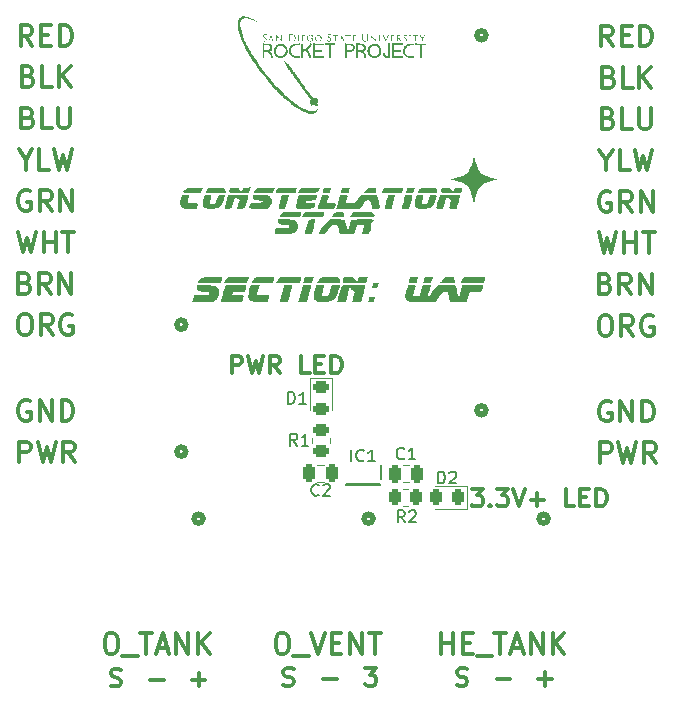
<source format=gto>
G04 #@! TF.GenerationSoftware,KiCad,Pcbnew,8.0.6*
G04 #@! TF.CreationDate,2024-11-26T19:15:12-08:00*
G04 #@! TF.ProjectId,Constellation STAR UAF V1.0,436f6e73-7465-46c6-9c61-74696f6e2053,rev?*
G04 #@! TF.SameCoordinates,Original*
G04 #@! TF.FileFunction,Legend,Top*
G04 #@! TF.FilePolarity,Positive*
%FSLAX46Y46*%
G04 Gerber Fmt 4.6, Leading zero omitted, Abs format (unit mm)*
G04 Created by KiCad (PCBNEW 8.0.6) date 2024-11-26 19:15:12*
%MOMM*%
%LPD*%
G01*
G04 APERTURE LIST*
G04 Aperture macros list*
%AMRoundRect*
0 Rectangle with rounded corners*
0 $1 Rounding radius*
0 $2 $3 $4 $5 $6 $7 $8 $9 X,Y pos of 4 corners*
0 Add a 4 corners polygon primitive as box body*
4,1,4,$2,$3,$4,$5,$6,$7,$8,$9,$2,$3,0*
0 Add four circle primitives for the rounded corners*
1,1,$1+$1,$2,$3*
1,1,$1+$1,$4,$5*
1,1,$1+$1,$6,$7*
1,1,$1+$1,$8,$9*
0 Add four rect primitives between the rounded corners*
20,1,$1+$1,$2,$3,$4,$5,0*
20,1,$1+$1,$4,$5,$6,$7,0*
20,1,$1+$1,$6,$7,$8,$9,0*
20,1,$1+$1,$8,$9,$2,$3,0*%
G04 Aperture macros list end*
%ADD10C,0.350000*%
%ADD11C,0.300000*%
%ADD12C,0.150000*%
%ADD13C,0.120000*%
%ADD14C,0.000000*%
%ADD15C,0.200000*%
%ADD16C,0.508000*%
%ADD17C,3.200000*%
%ADD18RoundRect,0.250000X0.450000X-0.262500X0.450000X0.262500X-0.450000X0.262500X-0.450000X-0.262500X0*%
%ADD19R,0.600000X1.250000*%
%ADD20RoundRect,0.250000X0.250000X0.475000X-0.250000X0.475000X-0.250000X-0.475000X0.250000X-0.475000X0*%
%ADD21RoundRect,0.250000X-0.262500X-0.450000X0.262500X-0.450000X0.262500X0.450000X-0.262500X0.450000X0*%
%ADD22RoundRect,0.243750X-0.456250X0.243750X-0.456250X-0.243750X0.456250X-0.243750X0.456250X0.243750X0*%
%ADD23RoundRect,0.243750X0.243750X0.456250X-0.243750X0.456250X-0.243750X-0.456250X0.243750X-0.456250X0*%
%ADD24RoundRect,0.250000X-0.250000X-0.475000X0.250000X-0.475000X0.250000X0.475000X-0.250000X0.475000X0*%
%ADD25C,1.900000*%
G04 APERTURE END LIST*
D10*
X77813596Y-33949634D02*
X77230263Y-33116301D01*
X76813596Y-33949634D02*
X76813596Y-32199634D01*
X76813596Y-32199634D02*
X77480263Y-32199634D01*
X77480263Y-32199634D02*
X77646930Y-32282967D01*
X77646930Y-32282967D02*
X77730263Y-32366301D01*
X77730263Y-32366301D02*
X77813596Y-32532967D01*
X77813596Y-32532967D02*
X77813596Y-32782967D01*
X77813596Y-32782967D02*
X77730263Y-32949634D01*
X77730263Y-32949634D02*
X77646930Y-33032967D01*
X77646930Y-33032967D02*
X77480263Y-33116301D01*
X77480263Y-33116301D02*
X76813596Y-33116301D01*
X78563596Y-33032967D02*
X79146930Y-33032967D01*
X79396930Y-33949634D02*
X78563596Y-33949634D01*
X78563596Y-33949634D02*
X78563596Y-32199634D01*
X78563596Y-32199634D02*
X79396930Y-32199634D01*
X80146929Y-33949634D02*
X80146929Y-32199634D01*
X80146929Y-32199634D02*
X80563596Y-32199634D01*
X80563596Y-32199634D02*
X80813596Y-32282967D01*
X80813596Y-32282967D02*
X80980263Y-32449634D01*
X80980263Y-32449634D02*
X81063596Y-32616301D01*
X81063596Y-32616301D02*
X81146929Y-32949634D01*
X81146929Y-32949634D02*
X81146929Y-33199634D01*
X81146929Y-33199634D02*
X81063596Y-33532967D01*
X81063596Y-33532967D02*
X80980263Y-33699634D01*
X80980263Y-33699634D02*
X80813596Y-33866301D01*
X80813596Y-33866301D02*
X80563596Y-33949634D01*
X80563596Y-33949634D02*
X80146929Y-33949634D01*
D11*
X56850000Y-86600828D02*
X57778572Y-86600828D01*
X57778572Y-86600828D02*
X57278572Y-87172257D01*
X57278572Y-87172257D02*
X57492857Y-87172257D01*
X57492857Y-87172257D02*
X57635715Y-87243685D01*
X57635715Y-87243685D02*
X57707143Y-87315114D01*
X57707143Y-87315114D02*
X57778572Y-87457971D01*
X57778572Y-87457971D02*
X57778572Y-87815114D01*
X57778572Y-87815114D02*
X57707143Y-87957971D01*
X57707143Y-87957971D02*
X57635715Y-88029400D01*
X57635715Y-88029400D02*
X57492857Y-88100828D01*
X57492857Y-88100828D02*
X57064286Y-88100828D01*
X57064286Y-88100828D02*
X56921429Y-88029400D01*
X56921429Y-88029400D02*
X56850000Y-87957971D01*
D10*
X28080263Y-43566301D02*
X28080263Y-44399634D01*
X27496929Y-42649634D02*
X28080263Y-43566301D01*
X28080263Y-43566301D02*
X28663596Y-42649634D01*
X30080263Y-44399634D02*
X29246929Y-44399634D01*
X29246929Y-44399634D02*
X29246929Y-42649634D01*
X30496930Y-42649634D02*
X30913596Y-44399634D01*
X30913596Y-44399634D02*
X31246930Y-43149634D01*
X31246930Y-43149634D02*
X31580263Y-44399634D01*
X31580263Y-44399634D02*
X31996930Y-42649634D01*
X28455263Y-46232967D02*
X28288596Y-46149634D01*
X28288596Y-46149634D02*
X28038596Y-46149634D01*
X28038596Y-46149634D02*
X27788596Y-46232967D01*
X27788596Y-46232967D02*
X27621930Y-46399634D01*
X27621930Y-46399634D02*
X27538596Y-46566301D01*
X27538596Y-46566301D02*
X27455263Y-46899634D01*
X27455263Y-46899634D02*
X27455263Y-47149634D01*
X27455263Y-47149634D02*
X27538596Y-47482967D01*
X27538596Y-47482967D02*
X27621930Y-47649634D01*
X27621930Y-47649634D02*
X27788596Y-47816301D01*
X27788596Y-47816301D02*
X28038596Y-47899634D01*
X28038596Y-47899634D02*
X28205263Y-47899634D01*
X28205263Y-47899634D02*
X28455263Y-47816301D01*
X28455263Y-47816301D02*
X28538596Y-47732967D01*
X28538596Y-47732967D02*
X28538596Y-47149634D01*
X28538596Y-47149634D02*
X28205263Y-47149634D01*
X30288596Y-47899634D02*
X29705263Y-47066301D01*
X29288596Y-47899634D02*
X29288596Y-46149634D01*
X29288596Y-46149634D02*
X29955263Y-46149634D01*
X29955263Y-46149634D02*
X30121930Y-46232967D01*
X30121930Y-46232967D02*
X30205263Y-46316301D01*
X30205263Y-46316301D02*
X30288596Y-46482967D01*
X30288596Y-46482967D02*
X30288596Y-46732967D01*
X30288596Y-46732967D02*
X30205263Y-46899634D01*
X30205263Y-46899634D02*
X30121930Y-46982967D01*
X30121930Y-46982967D02*
X29955263Y-47066301D01*
X29955263Y-47066301D02*
X29288596Y-47066301D01*
X31038596Y-47899634D02*
X31038596Y-46149634D01*
X31038596Y-46149634D02*
X32038596Y-47899634D01*
X32038596Y-47899634D02*
X32038596Y-46149634D01*
X27871930Y-56649639D02*
X28205263Y-56649639D01*
X28205263Y-56649639D02*
X28371930Y-56732972D01*
X28371930Y-56732972D02*
X28538596Y-56899639D01*
X28538596Y-56899639D02*
X28621930Y-57232972D01*
X28621930Y-57232972D02*
X28621930Y-57816306D01*
X28621930Y-57816306D02*
X28538596Y-58149639D01*
X28538596Y-58149639D02*
X28371930Y-58316306D01*
X28371930Y-58316306D02*
X28205263Y-58399639D01*
X28205263Y-58399639D02*
X27871930Y-58399639D01*
X27871930Y-58399639D02*
X27705263Y-58316306D01*
X27705263Y-58316306D02*
X27538596Y-58149639D01*
X27538596Y-58149639D02*
X27455263Y-57816306D01*
X27455263Y-57816306D02*
X27455263Y-57232972D01*
X27455263Y-57232972D02*
X27538596Y-56899639D01*
X27538596Y-56899639D02*
X27705263Y-56732972D01*
X27705263Y-56732972D02*
X27871930Y-56649639D01*
X30371929Y-58399639D02*
X29788596Y-57566306D01*
X29371929Y-58399639D02*
X29371929Y-56649639D01*
X29371929Y-56649639D02*
X30038596Y-56649639D01*
X30038596Y-56649639D02*
X30205263Y-56732972D01*
X30205263Y-56732972D02*
X30288596Y-56816306D01*
X30288596Y-56816306D02*
X30371929Y-56982972D01*
X30371929Y-56982972D02*
X30371929Y-57232972D01*
X30371929Y-57232972D02*
X30288596Y-57399639D01*
X30288596Y-57399639D02*
X30205263Y-57482972D01*
X30205263Y-57482972D02*
X30038596Y-57566306D01*
X30038596Y-57566306D02*
X29371929Y-57566306D01*
X32038596Y-56732972D02*
X31871929Y-56649639D01*
X31871929Y-56649639D02*
X31621929Y-56649639D01*
X31621929Y-56649639D02*
X31371929Y-56732972D01*
X31371929Y-56732972D02*
X31205263Y-56899639D01*
X31205263Y-56899639D02*
X31121929Y-57066306D01*
X31121929Y-57066306D02*
X31038596Y-57399639D01*
X31038596Y-57399639D02*
X31038596Y-57649639D01*
X31038596Y-57649639D02*
X31121929Y-57982972D01*
X31121929Y-57982972D02*
X31205263Y-58149639D01*
X31205263Y-58149639D02*
X31371929Y-58316306D01*
X31371929Y-58316306D02*
X31621929Y-58399639D01*
X31621929Y-58399639D02*
X31788596Y-58399639D01*
X31788596Y-58399639D02*
X32038596Y-58316306D01*
X32038596Y-58316306D02*
X32121929Y-58232972D01*
X32121929Y-58232972D02*
X32121929Y-57649639D01*
X32121929Y-57649639D02*
X31788596Y-57649639D01*
X77188596Y-54032967D02*
X77438596Y-54116301D01*
X77438596Y-54116301D02*
X77521929Y-54199634D01*
X77521929Y-54199634D02*
X77605262Y-54366301D01*
X77605262Y-54366301D02*
X77605262Y-54616301D01*
X77605262Y-54616301D02*
X77521929Y-54782967D01*
X77521929Y-54782967D02*
X77438596Y-54866301D01*
X77438596Y-54866301D02*
X77271929Y-54949634D01*
X77271929Y-54949634D02*
X76605262Y-54949634D01*
X76605262Y-54949634D02*
X76605262Y-53199634D01*
X76605262Y-53199634D02*
X77188596Y-53199634D01*
X77188596Y-53199634D02*
X77355262Y-53282967D01*
X77355262Y-53282967D02*
X77438596Y-53366301D01*
X77438596Y-53366301D02*
X77521929Y-53532967D01*
X77521929Y-53532967D02*
X77521929Y-53699634D01*
X77521929Y-53699634D02*
X77438596Y-53866301D01*
X77438596Y-53866301D02*
X77355262Y-53949634D01*
X77355262Y-53949634D02*
X77188596Y-54032967D01*
X77188596Y-54032967D02*
X76605262Y-54032967D01*
X79355262Y-54949634D02*
X78771929Y-54116301D01*
X78355262Y-54949634D02*
X78355262Y-53199634D01*
X78355262Y-53199634D02*
X79021929Y-53199634D01*
X79021929Y-53199634D02*
X79188596Y-53282967D01*
X79188596Y-53282967D02*
X79271929Y-53366301D01*
X79271929Y-53366301D02*
X79355262Y-53532967D01*
X79355262Y-53532967D02*
X79355262Y-53782967D01*
X79355262Y-53782967D02*
X79271929Y-53949634D01*
X79271929Y-53949634D02*
X79188596Y-54032967D01*
X79188596Y-54032967D02*
X79021929Y-54116301D01*
X79021929Y-54116301D02*
X78355262Y-54116301D01*
X80105262Y-54949634D02*
X80105262Y-53199634D01*
X80105262Y-53199634D02*
X81105262Y-54949634D01*
X81105262Y-54949634D02*
X81105262Y-53199634D01*
X77480263Y-36532967D02*
X77730263Y-36616301D01*
X77730263Y-36616301D02*
X77813596Y-36699634D01*
X77813596Y-36699634D02*
X77896929Y-36866301D01*
X77896929Y-36866301D02*
X77896929Y-37116301D01*
X77896929Y-37116301D02*
X77813596Y-37282967D01*
X77813596Y-37282967D02*
X77730263Y-37366301D01*
X77730263Y-37366301D02*
X77563596Y-37449634D01*
X77563596Y-37449634D02*
X76896929Y-37449634D01*
X76896929Y-37449634D02*
X76896929Y-35699634D01*
X76896929Y-35699634D02*
X77480263Y-35699634D01*
X77480263Y-35699634D02*
X77646929Y-35782967D01*
X77646929Y-35782967D02*
X77730263Y-35866301D01*
X77730263Y-35866301D02*
X77813596Y-36032967D01*
X77813596Y-36032967D02*
X77813596Y-36199634D01*
X77813596Y-36199634D02*
X77730263Y-36366301D01*
X77730263Y-36366301D02*
X77646929Y-36449634D01*
X77646929Y-36449634D02*
X77480263Y-36532967D01*
X77480263Y-36532967D02*
X76896929Y-36532967D01*
X79480263Y-37449634D02*
X78646929Y-37449634D01*
X78646929Y-37449634D02*
X78646929Y-35699634D01*
X80063596Y-37449634D02*
X80063596Y-35699634D01*
X81063596Y-37449634D02*
X80313596Y-36449634D01*
X81063596Y-35699634D02*
X80063596Y-36699634D01*
X63283334Y-85367634D02*
X63283334Y-83617634D01*
X63283334Y-84450967D02*
X64283334Y-84450967D01*
X64283334Y-85367634D02*
X64283334Y-83617634D01*
X65116667Y-84450967D02*
X65700001Y-84450967D01*
X65950001Y-85367634D02*
X65116667Y-85367634D01*
X65116667Y-85367634D02*
X65116667Y-83617634D01*
X65116667Y-83617634D02*
X65950001Y-83617634D01*
X66283334Y-85534301D02*
X67616667Y-85534301D01*
X67783333Y-83617634D02*
X68783333Y-83617634D01*
X68283333Y-85367634D02*
X68283333Y-83617634D01*
X69283333Y-84867634D02*
X70116666Y-84867634D01*
X69116666Y-85367634D02*
X69700000Y-83617634D01*
X69700000Y-83617634D02*
X70283333Y-85367634D01*
X70866666Y-85367634D02*
X70866666Y-83617634D01*
X70866666Y-83617634D02*
X71866666Y-85367634D01*
X71866666Y-85367634D02*
X71866666Y-83617634D01*
X72699999Y-85367634D02*
X72699999Y-83617634D01*
X73699999Y-85367634D02*
X72949999Y-84367634D01*
X73699999Y-83617634D02*
X72699999Y-84617634D01*
D11*
X42157780Y-87579400D02*
X43300638Y-87579400D01*
X42729209Y-88150828D02*
X42729209Y-87007971D01*
X45554510Y-61650828D02*
X45554510Y-60150828D01*
X45554510Y-60150828D02*
X46125939Y-60150828D01*
X46125939Y-60150828D02*
X46268796Y-60222257D01*
X46268796Y-60222257D02*
X46340225Y-60293685D01*
X46340225Y-60293685D02*
X46411653Y-60436542D01*
X46411653Y-60436542D02*
X46411653Y-60650828D01*
X46411653Y-60650828D02*
X46340225Y-60793685D01*
X46340225Y-60793685D02*
X46268796Y-60865114D01*
X46268796Y-60865114D02*
X46125939Y-60936542D01*
X46125939Y-60936542D02*
X45554510Y-60936542D01*
X46911653Y-60150828D02*
X47268796Y-61650828D01*
X47268796Y-61650828D02*
X47554510Y-60579400D01*
X47554510Y-60579400D02*
X47840225Y-61650828D01*
X47840225Y-61650828D02*
X48197368Y-60150828D01*
X49625939Y-61650828D02*
X49125939Y-60936542D01*
X48768796Y-61650828D02*
X48768796Y-60150828D01*
X48768796Y-60150828D02*
X49340225Y-60150828D01*
X49340225Y-60150828D02*
X49483082Y-60222257D01*
X49483082Y-60222257D02*
X49554511Y-60293685D01*
X49554511Y-60293685D02*
X49625939Y-60436542D01*
X49625939Y-60436542D02*
X49625939Y-60650828D01*
X49625939Y-60650828D02*
X49554511Y-60793685D01*
X49554511Y-60793685D02*
X49483082Y-60865114D01*
X49483082Y-60865114D02*
X49340225Y-60936542D01*
X49340225Y-60936542D02*
X48768796Y-60936542D01*
X52125939Y-61650828D02*
X51411653Y-61650828D01*
X51411653Y-61650828D02*
X51411653Y-60150828D01*
X52625939Y-60865114D02*
X53125939Y-60865114D01*
X53340225Y-61650828D02*
X52625939Y-61650828D01*
X52625939Y-61650828D02*
X52625939Y-60150828D01*
X52625939Y-60150828D02*
X53340225Y-60150828D01*
X53983082Y-61650828D02*
X53983082Y-60150828D01*
X53983082Y-60150828D02*
X54340225Y-60150828D01*
X54340225Y-60150828D02*
X54554511Y-60222257D01*
X54554511Y-60222257D02*
X54697368Y-60365114D01*
X54697368Y-60365114D02*
X54768797Y-60507971D01*
X54768797Y-60507971D02*
X54840225Y-60793685D01*
X54840225Y-60793685D02*
X54840225Y-61007971D01*
X54840225Y-61007971D02*
X54768797Y-61293685D01*
X54768797Y-61293685D02*
X54697368Y-61436542D01*
X54697368Y-61436542D02*
X54554511Y-61579400D01*
X54554511Y-61579400D02*
X54340225Y-61650828D01*
X54340225Y-61650828D02*
X53983082Y-61650828D01*
X35300637Y-88079400D02*
X35514923Y-88150828D01*
X35514923Y-88150828D02*
X35872065Y-88150828D01*
X35872065Y-88150828D02*
X36014923Y-88079400D01*
X36014923Y-88079400D02*
X36086351Y-88007971D01*
X36086351Y-88007971D02*
X36157780Y-87865114D01*
X36157780Y-87865114D02*
X36157780Y-87722257D01*
X36157780Y-87722257D02*
X36086351Y-87579400D01*
X36086351Y-87579400D02*
X36014923Y-87507971D01*
X36014923Y-87507971D02*
X35872065Y-87436542D01*
X35872065Y-87436542D02*
X35586351Y-87365114D01*
X35586351Y-87365114D02*
X35443494Y-87293685D01*
X35443494Y-87293685D02*
X35372065Y-87222257D01*
X35372065Y-87222257D02*
X35300637Y-87079400D01*
X35300637Y-87079400D02*
X35300637Y-86936542D01*
X35300637Y-86936542D02*
X35372065Y-86793685D01*
X35372065Y-86793685D02*
X35443494Y-86722257D01*
X35443494Y-86722257D02*
X35586351Y-86650828D01*
X35586351Y-86650828D02*
X35943494Y-86650828D01*
X35943494Y-86650828D02*
X36157780Y-86722257D01*
D10*
X35187543Y-83617634D02*
X35520876Y-83617634D01*
X35520876Y-83617634D02*
X35687543Y-83700967D01*
X35687543Y-83700967D02*
X35854209Y-83867634D01*
X35854209Y-83867634D02*
X35937543Y-84200967D01*
X35937543Y-84200967D02*
X35937543Y-84784301D01*
X35937543Y-84784301D02*
X35854209Y-85117634D01*
X35854209Y-85117634D02*
X35687543Y-85284301D01*
X35687543Y-85284301D02*
X35520876Y-85367634D01*
X35520876Y-85367634D02*
X35187543Y-85367634D01*
X35187543Y-85367634D02*
X35020876Y-85284301D01*
X35020876Y-85284301D02*
X34854209Y-85117634D01*
X34854209Y-85117634D02*
X34770876Y-84784301D01*
X34770876Y-84784301D02*
X34770876Y-84200967D01*
X34770876Y-84200967D02*
X34854209Y-83867634D01*
X34854209Y-83867634D02*
X35020876Y-83700967D01*
X35020876Y-83700967D02*
X35187543Y-83617634D01*
X36270876Y-85534301D02*
X37604209Y-85534301D01*
X37770875Y-83617634D02*
X38770875Y-83617634D01*
X38270875Y-85367634D02*
X38270875Y-83617634D01*
X39270875Y-84867634D02*
X40104208Y-84867634D01*
X39104208Y-85367634D02*
X39687542Y-83617634D01*
X39687542Y-83617634D02*
X40270875Y-85367634D01*
X40854208Y-85367634D02*
X40854208Y-83617634D01*
X40854208Y-83617634D02*
X41854208Y-85367634D01*
X41854208Y-85367634D02*
X41854208Y-83617634D01*
X42687541Y-85367634D02*
X42687541Y-83617634D01*
X43687541Y-85367634D02*
X42937541Y-84367634D01*
X43687541Y-83617634D02*
X42687541Y-84617634D01*
D11*
X38657780Y-87579400D02*
X39800638Y-87579400D01*
X64621428Y-88029400D02*
X64835714Y-88100828D01*
X64835714Y-88100828D02*
X65192856Y-88100828D01*
X65192856Y-88100828D02*
X65335714Y-88029400D01*
X65335714Y-88029400D02*
X65407142Y-87957971D01*
X65407142Y-87957971D02*
X65478571Y-87815114D01*
X65478571Y-87815114D02*
X65478571Y-87672257D01*
X65478571Y-87672257D02*
X65407142Y-87529400D01*
X65407142Y-87529400D02*
X65335714Y-87457971D01*
X65335714Y-87457971D02*
X65192856Y-87386542D01*
X65192856Y-87386542D02*
X64907142Y-87315114D01*
X64907142Y-87315114D02*
X64764285Y-87243685D01*
X64764285Y-87243685D02*
X64692856Y-87172257D01*
X64692856Y-87172257D02*
X64621428Y-87029400D01*
X64621428Y-87029400D02*
X64621428Y-86886542D01*
X64621428Y-86886542D02*
X64692856Y-86743685D01*
X64692856Y-86743685D02*
X64764285Y-86672257D01*
X64764285Y-86672257D02*
X64907142Y-86600828D01*
X64907142Y-86600828D02*
X65264285Y-86600828D01*
X65264285Y-86600828D02*
X65478571Y-86672257D01*
D10*
X77438596Y-40032967D02*
X77688596Y-40116301D01*
X77688596Y-40116301D02*
X77771929Y-40199634D01*
X77771929Y-40199634D02*
X77855262Y-40366301D01*
X77855262Y-40366301D02*
X77855262Y-40616301D01*
X77855262Y-40616301D02*
X77771929Y-40782967D01*
X77771929Y-40782967D02*
X77688596Y-40866301D01*
X77688596Y-40866301D02*
X77521929Y-40949634D01*
X77521929Y-40949634D02*
X76855262Y-40949634D01*
X76855262Y-40949634D02*
X76855262Y-39199634D01*
X76855262Y-39199634D02*
X77438596Y-39199634D01*
X77438596Y-39199634D02*
X77605262Y-39282967D01*
X77605262Y-39282967D02*
X77688596Y-39366301D01*
X77688596Y-39366301D02*
X77771929Y-39532967D01*
X77771929Y-39532967D02*
X77771929Y-39699634D01*
X77771929Y-39699634D02*
X77688596Y-39866301D01*
X77688596Y-39866301D02*
X77605262Y-39949634D01*
X77605262Y-39949634D02*
X77438596Y-40032967D01*
X77438596Y-40032967D02*
X76855262Y-40032967D01*
X79438596Y-40949634D02*
X78605262Y-40949634D01*
X78605262Y-40949634D02*
X78605262Y-39199634D01*
X80021929Y-39199634D02*
X80021929Y-40616301D01*
X80021929Y-40616301D02*
X80105263Y-40782967D01*
X80105263Y-40782967D02*
X80188596Y-40866301D01*
X80188596Y-40866301D02*
X80355263Y-40949634D01*
X80355263Y-40949634D02*
X80688596Y-40949634D01*
X80688596Y-40949634D02*
X80855263Y-40866301D01*
X80855263Y-40866301D02*
X80938596Y-40782967D01*
X80938596Y-40782967D02*
X81021929Y-40616301D01*
X81021929Y-40616301D02*
X81021929Y-39199634D01*
X27546929Y-69167634D02*
X27546929Y-67417634D01*
X27546929Y-67417634D02*
X28213596Y-67417634D01*
X28213596Y-67417634D02*
X28380263Y-67500967D01*
X28380263Y-67500967D02*
X28463596Y-67584301D01*
X28463596Y-67584301D02*
X28546929Y-67750967D01*
X28546929Y-67750967D02*
X28546929Y-68000967D01*
X28546929Y-68000967D02*
X28463596Y-68167634D01*
X28463596Y-68167634D02*
X28380263Y-68250967D01*
X28380263Y-68250967D02*
X28213596Y-68334301D01*
X28213596Y-68334301D02*
X27546929Y-68334301D01*
X29130263Y-67417634D02*
X29546929Y-69167634D01*
X29546929Y-69167634D02*
X29880263Y-67917634D01*
X29880263Y-67917634D02*
X30213596Y-69167634D01*
X30213596Y-69167634D02*
X30630263Y-67417634D01*
X32296929Y-69167634D02*
X31713596Y-68334301D01*
X31296929Y-69167634D02*
X31296929Y-67417634D01*
X31296929Y-67417634D02*
X31963596Y-67417634D01*
X31963596Y-67417634D02*
X32130263Y-67500967D01*
X32130263Y-67500967D02*
X32213596Y-67584301D01*
X32213596Y-67584301D02*
X32296929Y-67750967D01*
X32296929Y-67750967D02*
X32296929Y-68000967D01*
X32296929Y-68000967D02*
X32213596Y-68167634D01*
X32213596Y-68167634D02*
X32130263Y-68250967D01*
X32130263Y-68250967D02*
X31963596Y-68334301D01*
X31963596Y-68334301D02*
X31296929Y-68334301D01*
X77230263Y-43616301D02*
X77230263Y-44449634D01*
X76646929Y-42699634D02*
X77230263Y-43616301D01*
X77230263Y-43616301D02*
X77813596Y-42699634D01*
X79230263Y-44449634D02*
X78396929Y-44449634D01*
X78396929Y-44449634D02*
X78396929Y-42699634D01*
X79646930Y-42699634D02*
X80063596Y-44449634D01*
X80063596Y-44449634D02*
X80396930Y-43199634D01*
X80396930Y-43199634D02*
X80730263Y-44449634D01*
X80730263Y-44449634D02*
X81146930Y-42699634D01*
X76696929Y-69217634D02*
X76696929Y-67467634D01*
X76696929Y-67467634D02*
X77363596Y-67467634D01*
X77363596Y-67467634D02*
X77530263Y-67550967D01*
X77530263Y-67550967D02*
X77613596Y-67634301D01*
X77613596Y-67634301D02*
X77696929Y-67800967D01*
X77696929Y-67800967D02*
X77696929Y-68050967D01*
X77696929Y-68050967D02*
X77613596Y-68217634D01*
X77613596Y-68217634D02*
X77530263Y-68300967D01*
X77530263Y-68300967D02*
X77363596Y-68384301D01*
X77363596Y-68384301D02*
X76696929Y-68384301D01*
X78280263Y-67467634D02*
X78696929Y-69217634D01*
X78696929Y-69217634D02*
X79030263Y-67967634D01*
X79030263Y-67967634D02*
X79363596Y-69217634D01*
X79363596Y-69217634D02*
X79780263Y-67467634D01*
X81446929Y-69217634D02*
X80863596Y-68384301D01*
X80446929Y-69217634D02*
X80446929Y-67467634D01*
X80446929Y-67467634D02*
X81113596Y-67467634D01*
X81113596Y-67467634D02*
X81280263Y-67550967D01*
X81280263Y-67550967D02*
X81363596Y-67634301D01*
X81363596Y-67634301D02*
X81446929Y-67800967D01*
X81446929Y-67800967D02*
X81446929Y-68050967D01*
X81446929Y-68050967D02*
X81363596Y-68217634D01*
X81363596Y-68217634D02*
X81280263Y-68300967D01*
X81280263Y-68300967D02*
X81113596Y-68384301D01*
X81113596Y-68384301D02*
X80446929Y-68384301D01*
D11*
X49921428Y-88029400D02*
X50135714Y-88100828D01*
X50135714Y-88100828D02*
X50492856Y-88100828D01*
X50492856Y-88100828D02*
X50635714Y-88029400D01*
X50635714Y-88029400D02*
X50707142Y-87957971D01*
X50707142Y-87957971D02*
X50778571Y-87815114D01*
X50778571Y-87815114D02*
X50778571Y-87672257D01*
X50778571Y-87672257D02*
X50707142Y-87529400D01*
X50707142Y-87529400D02*
X50635714Y-87457971D01*
X50635714Y-87457971D02*
X50492856Y-87386542D01*
X50492856Y-87386542D02*
X50207142Y-87315114D01*
X50207142Y-87315114D02*
X50064285Y-87243685D01*
X50064285Y-87243685D02*
X49992856Y-87172257D01*
X49992856Y-87172257D02*
X49921428Y-87029400D01*
X49921428Y-87029400D02*
X49921428Y-86886542D01*
X49921428Y-86886542D02*
X49992856Y-86743685D01*
X49992856Y-86743685D02*
X50064285Y-86672257D01*
X50064285Y-86672257D02*
X50207142Y-86600828D01*
X50207142Y-86600828D02*
X50564285Y-86600828D01*
X50564285Y-86600828D02*
X50778571Y-86672257D01*
D10*
X77021930Y-56699639D02*
X77355263Y-56699639D01*
X77355263Y-56699639D02*
X77521930Y-56782972D01*
X77521930Y-56782972D02*
X77688596Y-56949639D01*
X77688596Y-56949639D02*
X77771930Y-57282972D01*
X77771930Y-57282972D02*
X77771930Y-57866306D01*
X77771930Y-57866306D02*
X77688596Y-58199639D01*
X77688596Y-58199639D02*
X77521930Y-58366306D01*
X77521930Y-58366306D02*
X77355263Y-58449639D01*
X77355263Y-58449639D02*
X77021930Y-58449639D01*
X77021930Y-58449639D02*
X76855263Y-58366306D01*
X76855263Y-58366306D02*
X76688596Y-58199639D01*
X76688596Y-58199639D02*
X76605263Y-57866306D01*
X76605263Y-57866306D02*
X76605263Y-57282972D01*
X76605263Y-57282972D02*
X76688596Y-56949639D01*
X76688596Y-56949639D02*
X76855263Y-56782972D01*
X76855263Y-56782972D02*
X77021930Y-56699639D01*
X79521929Y-58449639D02*
X78938596Y-57616306D01*
X78521929Y-58449639D02*
X78521929Y-56699639D01*
X78521929Y-56699639D02*
X79188596Y-56699639D01*
X79188596Y-56699639D02*
X79355263Y-56782972D01*
X79355263Y-56782972D02*
X79438596Y-56866306D01*
X79438596Y-56866306D02*
X79521929Y-57032972D01*
X79521929Y-57032972D02*
X79521929Y-57282972D01*
X79521929Y-57282972D02*
X79438596Y-57449639D01*
X79438596Y-57449639D02*
X79355263Y-57532972D01*
X79355263Y-57532972D02*
X79188596Y-57616306D01*
X79188596Y-57616306D02*
X78521929Y-57616306D01*
X81188596Y-56782972D02*
X81021929Y-56699639D01*
X81021929Y-56699639D02*
X80771929Y-56699639D01*
X80771929Y-56699639D02*
X80521929Y-56782972D01*
X80521929Y-56782972D02*
X80355263Y-56949639D01*
X80355263Y-56949639D02*
X80271929Y-57116306D01*
X80271929Y-57116306D02*
X80188596Y-57449639D01*
X80188596Y-57449639D02*
X80188596Y-57699639D01*
X80188596Y-57699639D02*
X80271929Y-58032972D01*
X80271929Y-58032972D02*
X80355263Y-58199639D01*
X80355263Y-58199639D02*
X80521929Y-58366306D01*
X80521929Y-58366306D02*
X80771929Y-58449639D01*
X80771929Y-58449639D02*
X80938596Y-58449639D01*
X80938596Y-58449639D02*
X81188596Y-58366306D01*
X81188596Y-58366306D02*
X81271929Y-58282972D01*
X81271929Y-58282972D02*
X81271929Y-57699639D01*
X81271929Y-57699639D02*
X80938596Y-57699639D01*
X27455263Y-49649634D02*
X27871929Y-51399634D01*
X27871929Y-51399634D02*
X28205263Y-50149634D01*
X28205263Y-50149634D02*
X28538596Y-51399634D01*
X28538596Y-51399634D02*
X28955263Y-49649634D01*
X29621929Y-51399634D02*
X29621929Y-49649634D01*
X29621929Y-50482967D02*
X30621929Y-50482967D01*
X30621929Y-51399634D02*
X30621929Y-49649634D01*
X31205262Y-49649634D02*
X32205262Y-49649634D01*
X31705262Y-51399634D02*
X31705262Y-49649634D01*
X28663596Y-33899634D02*
X28080263Y-33066301D01*
X27663596Y-33899634D02*
X27663596Y-32149634D01*
X27663596Y-32149634D02*
X28330263Y-32149634D01*
X28330263Y-32149634D02*
X28496930Y-32232967D01*
X28496930Y-32232967D02*
X28580263Y-32316301D01*
X28580263Y-32316301D02*
X28663596Y-32482967D01*
X28663596Y-32482967D02*
X28663596Y-32732967D01*
X28663596Y-32732967D02*
X28580263Y-32899634D01*
X28580263Y-32899634D02*
X28496930Y-32982967D01*
X28496930Y-32982967D02*
X28330263Y-33066301D01*
X28330263Y-33066301D02*
X27663596Y-33066301D01*
X29413596Y-32982967D02*
X29996930Y-32982967D01*
X30246930Y-33899634D02*
X29413596Y-33899634D01*
X29413596Y-33899634D02*
X29413596Y-32149634D01*
X29413596Y-32149634D02*
X30246930Y-32149634D01*
X30996929Y-33899634D02*
X30996929Y-32149634D01*
X30996929Y-32149634D02*
X31413596Y-32149634D01*
X31413596Y-32149634D02*
X31663596Y-32232967D01*
X31663596Y-32232967D02*
X31830263Y-32399634D01*
X31830263Y-32399634D02*
X31913596Y-32566301D01*
X31913596Y-32566301D02*
X31996929Y-32899634D01*
X31996929Y-32899634D02*
X31996929Y-33149634D01*
X31996929Y-33149634D02*
X31913596Y-33482967D01*
X31913596Y-33482967D02*
X31830263Y-33649634D01*
X31830263Y-33649634D02*
X31663596Y-33816301D01*
X31663596Y-33816301D02*
X31413596Y-33899634D01*
X31413596Y-33899634D02*
X30996929Y-33899634D01*
D11*
X71478571Y-87529400D02*
X72621429Y-87529400D01*
X72050000Y-88100828D02*
X72050000Y-86957971D01*
X65846651Y-71410828D02*
X66775223Y-71410828D01*
X66775223Y-71410828D02*
X66275223Y-71982257D01*
X66275223Y-71982257D02*
X66489508Y-71982257D01*
X66489508Y-71982257D02*
X66632366Y-72053685D01*
X66632366Y-72053685D02*
X66703794Y-72125114D01*
X66703794Y-72125114D02*
X66775223Y-72267971D01*
X66775223Y-72267971D02*
X66775223Y-72625114D01*
X66775223Y-72625114D02*
X66703794Y-72767971D01*
X66703794Y-72767971D02*
X66632366Y-72839400D01*
X66632366Y-72839400D02*
X66489508Y-72910828D01*
X66489508Y-72910828D02*
X66060937Y-72910828D01*
X66060937Y-72910828D02*
X65918080Y-72839400D01*
X65918080Y-72839400D02*
X65846651Y-72767971D01*
X67418079Y-72767971D02*
X67489508Y-72839400D01*
X67489508Y-72839400D02*
X67418079Y-72910828D01*
X67418079Y-72910828D02*
X67346651Y-72839400D01*
X67346651Y-72839400D02*
X67418079Y-72767971D01*
X67418079Y-72767971D02*
X67418079Y-72910828D01*
X67989508Y-71410828D02*
X68918080Y-71410828D01*
X68918080Y-71410828D02*
X68418080Y-71982257D01*
X68418080Y-71982257D02*
X68632365Y-71982257D01*
X68632365Y-71982257D02*
X68775223Y-72053685D01*
X68775223Y-72053685D02*
X68846651Y-72125114D01*
X68846651Y-72125114D02*
X68918080Y-72267971D01*
X68918080Y-72267971D02*
X68918080Y-72625114D01*
X68918080Y-72625114D02*
X68846651Y-72767971D01*
X68846651Y-72767971D02*
X68775223Y-72839400D01*
X68775223Y-72839400D02*
X68632365Y-72910828D01*
X68632365Y-72910828D02*
X68203794Y-72910828D01*
X68203794Y-72910828D02*
X68060937Y-72839400D01*
X68060937Y-72839400D02*
X67989508Y-72767971D01*
X69346651Y-71410828D02*
X69846651Y-72910828D01*
X69846651Y-72910828D02*
X70346651Y-71410828D01*
X70846650Y-72339400D02*
X71989508Y-72339400D01*
X71418079Y-72910828D02*
X71418079Y-71767971D01*
X74560936Y-72910828D02*
X73846650Y-72910828D01*
X73846650Y-72910828D02*
X73846650Y-71410828D01*
X75060936Y-72125114D02*
X75560936Y-72125114D01*
X75775222Y-72910828D02*
X75060936Y-72910828D01*
X75060936Y-72910828D02*
X75060936Y-71410828D01*
X75060936Y-71410828D02*
X75775222Y-71410828D01*
X76418079Y-72910828D02*
X76418079Y-71410828D01*
X76418079Y-71410828D02*
X76775222Y-71410828D01*
X76775222Y-71410828D02*
X76989508Y-71482257D01*
X76989508Y-71482257D02*
X77132365Y-71625114D01*
X77132365Y-71625114D02*
X77203794Y-71767971D01*
X77203794Y-71767971D02*
X77275222Y-72053685D01*
X77275222Y-72053685D02*
X77275222Y-72267971D01*
X77275222Y-72267971D02*
X77203794Y-72553685D01*
X77203794Y-72553685D02*
X77132365Y-72696542D01*
X77132365Y-72696542D02*
X76989508Y-72839400D01*
X76989508Y-72839400D02*
X76775222Y-72910828D01*
X76775222Y-72910828D02*
X76418079Y-72910828D01*
X67978571Y-87529400D02*
X69121429Y-87529400D01*
X53278571Y-87529400D02*
X54421429Y-87529400D01*
D10*
X49666668Y-83617634D02*
X50000001Y-83617634D01*
X50000001Y-83617634D02*
X50166668Y-83700967D01*
X50166668Y-83700967D02*
X50333334Y-83867634D01*
X50333334Y-83867634D02*
X50416668Y-84200967D01*
X50416668Y-84200967D02*
X50416668Y-84784301D01*
X50416668Y-84784301D02*
X50333334Y-85117634D01*
X50333334Y-85117634D02*
X50166668Y-85284301D01*
X50166668Y-85284301D02*
X50000001Y-85367634D01*
X50000001Y-85367634D02*
X49666668Y-85367634D01*
X49666668Y-85367634D02*
X49500001Y-85284301D01*
X49500001Y-85284301D02*
X49333334Y-85117634D01*
X49333334Y-85117634D02*
X49250001Y-84784301D01*
X49250001Y-84784301D02*
X49250001Y-84200967D01*
X49250001Y-84200967D02*
X49333334Y-83867634D01*
X49333334Y-83867634D02*
X49500001Y-83700967D01*
X49500001Y-83700967D02*
X49666668Y-83617634D01*
X50750001Y-85534301D02*
X52083334Y-85534301D01*
X52250000Y-83617634D02*
X52833334Y-85367634D01*
X52833334Y-85367634D02*
X53416667Y-83617634D01*
X54000000Y-84450967D02*
X54583334Y-84450967D01*
X54833334Y-85367634D02*
X54000000Y-85367634D01*
X54000000Y-85367634D02*
X54000000Y-83617634D01*
X54000000Y-83617634D02*
X54833334Y-83617634D01*
X55583333Y-85367634D02*
X55583333Y-83617634D01*
X55583333Y-83617634D02*
X56583333Y-85367634D01*
X56583333Y-85367634D02*
X56583333Y-83617634D01*
X57166666Y-83617634D02*
X58166666Y-83617634D01*
X57666666Y-85367634D02*
X57666666Y-83617634D01*
X28038596Y-53982967D02*
X28288596Y-54066301D01*
X28288596Y-54066301D02*
X28371929Y-54149634D01*
X28371929Y-54149634D02*
X28455262Y-54316301D01*
X28455262Y-54316301D02*
X28455262Y-54566301D01*
X28455262Y-54566301D02*
X28371929Y-54732967D01*
X28371929Y-54732967D02*
X28288596Y-54816301D01*
X28288596Y-54816301D02*
X28121929Y-54899634D01*
X28121929Y-54899634D02*
X27455262Y-54899634D01*
X27455262Y-54899634D02*
X27455262Y-53149634D01*
X27455262Y-53149634D02*
X28038596Y-53149634D01*
X28038596Y-53149634D02*
X28205262Y-53232967D01*
X28205262Y-53232967D02*
X28288596Y-53316301D01*
X28288596Y-53316301D02*
X28371929Y-53482967D01*
X28371929Y-53482967D02*
X28371929Y-53649634D01*
X28371929Y-53649634D02*
X28288596Y-53816301D01*
X28288596Y-53816301D02*
X28205262Y-53899634D01*
X28205262Y-53899634D02*
X28038596Y-53982967D01*
X28038596Y-53982967D02*
X27455262Y-53982967D01*
X30205262Y-54899634D02*
X29621929Y-54066301D01*
X29205262Y-54899634D02*
X29205262Y-53149634D01*
X29205262Y-53149634D02*
X29871929Y-53149634D01*
X29871929Y-53149634D02*
X30038596Y-53232967D01*
X30038596Y-53232967D02*
X30121929Y-53316301D01*
X30121929Y-53316301D02*
X30205262Y-53482967D01*
X30205262Y-53482967D02*
X30205262Y-53732967D01*
X30205262Y-53732967D02*
X30121929Y-53899634D01*
X30121929Y-53899634D02*
X30038596Y-53982967D01*
X30038596Y-53982967D02*
X29871929Y-54066301D01*
X29871929Y-54066301D02*
X29205262Y-54066301D01*
X30955262Y-54899634D02*
X30955262Y-53149634D01*
X30955262Y-53149634D02*
X31955262Y-54899634D01*
X31955262Y-54899634D02*
X31955262Y-53149634D01*
X28463596Y-64000967D02*
X28296929Y-63917634D01*
X28296929Y-63917634D02*
X28046929Y-63917634D01*
X28046929Y-63917634D02*
X27796929Y-64000967D01*
X27796929Y-64000967D02*
X27630263Y-64167634D01*
X27630263Y-64167634D02*
X27546929Y-64334301D01*
X27546929Y-64334301D02*
X27463596Y-64667634D01*
X27463596Y-64667634D02*
X27463596Y-64917634D01*
X27463596Y-64917634D02*
X27546929Y-65250967D01*
X27546929Y-65250967D02*
X27630263Y-65417634D01*
X27630263Y-65417634D02*
X27796929Y-65584301D01*
X27796929Y-65584301D02*
X28046929Y-65667634D01*
X28046929Y-65667634D02*
X28213596Y-65667634D01*
X28213596Y-65667634D02*
X28463596Y-65584301D01*
X28463596Y-65584301D02*
X28546929Y-65500967D01*
X28546929Y-65500967D02*
X28546929Y-64917634D01*
X28546929Y-64917634D02*
X28213596Y-64917634D01*
X29296929Y-65667634D02*
X29296929Y-63917634D01*
X29296929Y-63917634D02*
X30296929Y-65667634D01*
X30296929Y-65667634D02*
X30296929Y-63917634D01*
X31130262Y-65667634D02*
X31130262Y-63917634D01*
X31130262Y-63917634D02*
X31546929Y-63917634D01*
X31546929Y-63917634D02*
X31796929Y-64000967D01*
X31796929Y-64000967D02*
X31963596Y-64167634D01*
X31963596Y-64167634D02*
X32046929Y-64334301D01*
X32046929Y-64334301D02*
X32130262Y-64667634D01*
X32130262Y-64667634D02*
X32130262Y-64917634D01*
X32130262Y-64917634D02*
X32046929Y-65250967D01*
X32046929Y-65250967D02*
X31963596Y-65417634D01*
X31963596Y-65417634D02*
X31796929Y-65584301D01*
X31796929Y-65584301D02*
X31546929Y-65667634D01*
X31546929Y-65667634D02*
X31130262Y-65667634D01*
X77613596Y-64050967D02*
X77446929Y-63967634D01*
X77446929Y-63967634D02*
X77196929Y-63967634D01*
X77196929Y-63967634D02*
X76946929Y-64050967D01*
X76946929Y-64050967D02*
X76780263Y-64217634D01*
X76780263Y-64217634D02*
X76696929Y-64384301D01*
X76696929Y-64384301D02*
X76613596Y-64717634D01*
X76613596Y-64717634D02*
X76613596Y-64967634D01*
X76613596Y-64967634D02*
X76696929Y-65300967D01*
X76696929Y-65300967D02*
X76780263Y-65467634D01*
X76780263Y-65467634D02*
X76946929Y-65634301D01*
X76946929Y-65634301D02*
X77196929Y-65717634D01*
X77196929Y-65717634D02*
X77363596Y-65717634D01*
X77363596Y-65717634D02*
X77613596Y-65634301D01*
X77613596Y-65634301D02*
X77696929Y-65550967D01*
X77696929Y-65550967D02*
X77696929Y-64967634D01*
X77696929Y-64967634D02*
X77363596Y-64967634D01*
X78446929Y-65717634D02*
X78446929Y-63967634D01*
X78446929Y-63967634D02*
X79446929Y-65717634D01*
X79446929Y-65717634D02*
X79446929Y-63967634D01*
X80280262Y-65717634D02*
X80280262Y-63967634D01*
X80280262Y-63967634D02*
X80696929Y-63967634D01*
X80696929Y-63967634D02*
X80946929Y-64050967D01*
X80946929Y-64050967D02*
X81113596Y-64217634D01*
X81113596Y-64217634D02*
X81196929Y-64384301D01*
X81196929Y-64384301D02*
X81280262Y-64717634D01*
X81280262Y-64717634D02*
X81280262Y-64967634D01*
X81280262Y-64967634D02*
X81196929Y-65300967D01*
X81196929Y-65300967D02*
X81113596Y-65467634D01*
X81113596Y-65467634D02*
X80946929Y-65634301D01*
X80946929Y-65634301D02*
X80696929Y-65717634D01*
X80696929Y-65717634D02*
X80280262Y-65717634D01*
X28330263Y-36482967D02*
X28580263Y-36566301D01*
X28580263Y-36566301D02*
X28663596Y-36649634D01*
X28663596Y-36649634D02*
X28746929Y-36816301D01*
X28746929Y-36816301D02*
X28746929Y-37066301D01*
X28746929Y-37066301D02*
X28663596Y-37232967D01*
X28663596Y-37232967D02*
X28580263Y-37316301D01*
X28580263Y-37316301D02*
X28413596Y-37399634D01*
X28413596Y-37399634D02*
X27746929Y-37399634D01*
X27746929Y-37399634D02*
X27746929Y-35649634D01*
X27746929Y-35649634D02*
X28330263Y-35649634D01*
X28330263Y-35649634D02*
X28496929Y-35732967D01*
X28496929Y-35732967D02*
X28580263Y-35816301D01*
X28580263Y-35816301D02*
X28663596Y-35982967D01*
X28663596Y-35982967D02*
X28663596Y-36149634D01*
X28663596Y-36149634D02*
X28580263Y-36316301D01*
X28580263Y-36316301D02*
X28496929Y-36399634D01*
X28496929Y-36399634D02*
X28330263Y-36482967D01*
X28330263Y-36482967D02*
X27746929Y-36482967D01*
X30330263Y-37399634D02*
X29496929Y-37399634D01*
X29496929Y-37399634D02*
X29496929Y-35649634D01*
X30913596Y-37399634D02*
X30913596Y-35649634D01*
X31913596Y-37399634D02*
X31163596Y-36399634D01*
X31913596Y-35649634D02*
X30913596Y-36649634D01*
X77605263Y-46282967D02*
X77438596Y-46199634D01*
X77438596Y-46199634D02*
X77188596Y-46199634D01*
X77188596Y-46199634D02*
X76938596Y-46282967D01*
X76938596Y-46282967D02*
X76771930Y-46449634D01*
X76771930Y-46449634D02*
X76688596Y-46616301D01*
X76688596Y-46616301D02*
X76605263Y-46949634D01*
X76605263Y-46949634D02*
X76605263Y-47199634D01*
X76605263Y-47199634D02*
X76688596Y-47532967D01*
X76688596Y-47532967D02*
X76771930Y-47699634D01*
X76771930Y-47699634D02*
X76938596Y-47866301D01*
X76938596Y-47866301D02*
X77188596Y-47949634D01*
X77188596Y-47949634D02*
X77355263Y-47949634D01*
X77355263Y-47949634D02*
X77605263Y-47866301D01*
X77605263Y-47866301D02*
X77688596Y-47782967D01*
X77688596Y-47782967D02*
X77688596Y-47199634D01*
X77688596Y-47199634D02*
X77355263Y-47199634D01*
X79438596Y-47949634D02*
X78855263Y-47116301D01*
X78438596Y-47949634D02*
X78438596Y-46199634D01*
X78438596Y-46199634D02*
X79105263Y-46199634D01*
X79105263Y-46199634D02*
X79271930Y-46282967D01*
X79271930Y-46282967D02*
X79355263Y-46366301D01*
X79355263Y-46366301D02*
X79438596Y-46532967D01*
X79438596Y-46532967D02*
X79438596Y-46782967D01*
X79438596Y-46782967D02*
X79355263Y-46949634D01*
X79355263Y-46949634D02*
X79271930Y-47032967D01*
X79271930Y-47032967D02*
X79105263Y-47116301D01*
X79105263Y-47116301D02*
X78438596Y-47116301D01*
X80188596Y-47949634D02*
X80188596Y-46199634D01*
X80188596Y-46199634D02*
X81188596Y-47949634D01*
X81188596Y-47949634D02*
X81188596Y-46199634D01*
X28288596Y-39982967D02*
X28538596Y-40066301D01*
X28538596Y-40066301D02*
X28621929Y-40149634D01*
X28621929Y-40149634D02*
X28705262Y-40316301D01*
X28705262Y-40316301D02*
X28705262Y-40566301D01*
X28705262Y-40566301D02*
X28621929Y-40732967D01*
X28621929Y-40732967D02*
X28538596Y-40816301D01*
X28538596Y-40816301D02*
X28371929Y-40899634D01*
X28371929Y-40899634D02*
X27705262Y-40899634D01*
X27705262Y-40899634D02*
X27705262Y-39149634D01*
X27705262Y-39149634D02*
X28288596Y-39149634D01*
X28288596Y-39149634D02*
X28455262Y-39232967D01*
X28455262Y-39232967D02*
X28538596Y-39316301D01*
X28538596Y-39316301D02*
X28621929Y-39482967D01*
X28621929Y-39482967D02*
X28621929Y-39649634D01*
X28621929Y-39649634D02*
X28538596Y-39816301D01*
X28538596Y-39816301D02*
X28455262Y-39899634D01*
X28455262Y-39899634D02*
X28288596Y-39982967D01*
X28288596Y-39982967D02*
X27705262Y-39982967D01*
X30288596Y-40899634D02*
X29455262Y-40899634D01*
X29455262Y-40899634D02*
X29455262Y-39149634D01*
X30871929Y-39149634D02*
X30871929Y-40566301D01*
X30871929Y-40566301D02*
X30955263Y-40732967D01*
X30955263Y-40732967D02*
X31038596Y-40816301D01*
X31038596Y-40816301D02*
X31205263Y-40899634D01*
X31205263Y-40899634D02*
X31538596Y-40899634D01*
X31538596Y-40899634D02*
X31705263Y-40816301D01*
X31705263Y-40816301D02*
X31788596Y-40732967D01*
X31788596Y-40732967D02*
X31871929Y-40566301D01*
X31871929Y-40566301D02*
X31871929Y-39149634D01*
X76605263Y-49699634D02*
X77021929Y-51449634D01*
X77021929Y-51449634D02*
X77355263Y-50199634D01*
X77355263Y-50199634D02*
X77688596Y-51449634D01*
X77688596Y-51449634D02*
X78105263Y-49699634D01*
X78771929Y-51449634D02*
X78771929Y-49699634D01*
X78771929Y-50532967D02*
X79771929Y-50532967D01*
X79771929Y-51449634D02*
X79771929Y-49699634D01*
X80355262Y-49699634D02*
X81355262Y-49699634D01*
X80855262Y-51449634D02*
X80855262Y-49699634D01*
D12*
X51083333Y-67767319D02*
X50750000Y-67291128D01*
X50511905Y-67767319D02*
X50511905Y-66767319D01*
X50511905Y-66767319D02*
X50892857Y-66767319D01*
X50892857Y-66767319D02*
X50988095Y-66814938D01*
X50988095Y-66814938D02*
X51035714Y-66862557D01*
X51035714Y-66862557D02*
X51083333Y-66957795D01*
X51083333Y-66957795D02*
X51083333Y-67100652D01*
X51083333Y-67100652D02*
X51035714Y-67195890D01*
X51035714Y-67195890D02*
X50988095Y-67243509D01*
X50988095Y-67243509D02*
X50892857Y-67291128D01*
X50892857Y-67291128D02*
X50511905Y-67291128D01*
X52035714Y-67767319D02*
X51464286Y-67767319D01*
X51750000Y-67767319D02*
X51750000Y-66767319D01*
X51750000Y-66767319D02*
X51654762Y-66910176D01*
X51654762Y-66910176D02*
X51559524Y-67005414D01*
X51559524Y-67005414D02*
X51464286Y-67053033D01*
X55673810Y-69104819D02*
X55673810Y-68104819D01*
X56721428Y-69009580D02*
X56673809Y-69057200D01*
X56673809Y-69057200D02*
X56530952Y-69104819D01*
X56530952Y-69104819D02*
X56435714Y-69104819D01*
X56435714Y-69104819D02*
X56292857Y-69057200D01*
X56292857Y-69057200D02*
X56197619Y-68961961D01*
X56197619Y-68961961D02*
X56150000Y-68866723D01*
X56150000Y-68866723D02*
X56102381Y-68676247D01*
X56102381Y-68676247D02*
X56102381Y-68533390D01*
X56102381Y-68533390D02*
X56150000Y-68342914D01*
X56150000Y-68342914D02*
X56197619Y-68247676D01*
X56197619Y-68247676D02*
X56292857Y-68152438D01*
X56292857Y-68152438D02*
X56435714Y-68104819D01*
X56435714Y-68104819D02*
X56530952Y-68104819D01*
X56530952Y-68104819D02*
X56673809Y-68152438D01*
X56673809Y-68152438D02*
X56721428Y-68200057D01*
X57673809Y-69104819D02*
X57102381Y-69104819D01*
X57388095Y-69104819D02*
X57388095Y-68104819D01*
X57388095Y-68104819D02*
X57292857Y-68247676D01*
X57292857Y-68247676D02*
X57197619Y-68342914D01*
X57197619Y-68342914D02*
X57102381Y-68390533D01*
X52908333Y-71934580D02*
X52860714Y-71982200D01*
X52860714Y-71982200D02*
X52717857Y-72029819D01*
X52717857Y-72029819D02*
X52622619Y-72029819D01*
X52622619Y-72029819D02*
X52479762Y-71982200D01*
X52479762Y-71982200D02*
X52384524Y-71886961D01*
X52384524Y-71886961D02*
X52336905Y-71791723D01*
X52336905Y-71791723D02*
X52289286Y-71601247D01*
X52289286Y-71601247D02*
X52289286Y-71458390D01*
X52289286Y-71458390D02*
X52336905Y-71267914D01*
X52336905Y-71267914D02*
X52384524Y-71172676D01*
X52384524Y-71172676D02*
X52479762Y-71077438D01*
X52479762Y-71077438D02*
X52622619Y-71029819D01*
X52622619Y-71029819D02*
X52717857Y-71029819D01*
X52717857Y-71029819D02*
X52860714Y-71077438D01*
X52860714Y-71077438D02*
X52908333Y-71125057D01*
X53289286Y-71125057D02*
X53336905Y-71077438D01*
X53336905Y-71077438D02*
X53432143Y-71029819D01*
X53432143Y-71029819D02*
X53670238Y-71029819D01*
X53670238Y-71029819D02*
X53765476Y-71077438D01*
X53765476Y-71077438D02*
X53813095Y-71125057D01*
X53813095Y-71125057D02*
X53860714Y-71220295D01*
X53860714Y-71220295D02*
X53860714Y-71315533D01*
X53860714Y-71315533D02*
X53813095Y-71458390D01*
X53813095Y-71458390D02*
X53241667Y-72029819D01*
X53241667Y-72029819D02*
X53860714Y-72029819D01*
X60183333Y-74254819D02*
X59850000Y-73778628D01*
X59611905Y-74254819D02*
X59611905Y-73254819D01*
X59611905Y-73254819D02*
X59992857Y-73254819D01*
X59992857Y-73254819D02*
X60088095Y-73302438D01*
X60088095Y-73302438D02*
X60135714Y-73350057D01*
X60135714Y-73350057D02*
X60183333Y-73445295D01*
X60183333Y-73445295D02*
X60183333Y-73588152D01*
X60183333Y-73588152D02*
X60135714Y-73683390D01*
X60135714Y-73683390D02*
X60088095Y-73731009D01*
X60088095Y-73731009D02*
X59992857Y-73778628D01*
X59992857Y-73778628D02*
X59611905Y-73778628D01*
X60564286Y-73350057D02*
X60611905Y-73302438D01*
X60611905Y-73302438D02*
X60707143Y-73254819D01*
X60707143Y-73254819D02*
X60945238Y-73254819D01*
X60945238Y-73254819D02*
X61040476Y-73302438D01*
X61040476Y-73302438D02*
X61088095Y-73350057D01*
X61088095Y-73350057D02*
X61135714Y-73445295D01*
X61135714Y-73445295D02*
X61135714Y-73540533D01*
X61135714Y-73540533D02*
X61088095Y-73683390D01*
X61088095Y-73683390D02*
X60516667Y-74254819D01*
X60516667Y-74254819D02*
X61135714Y-74254819D01*
X50311905Y-64217319D02*
X50311905Y-63217319D01*
X50311905Y-63217319D02*
X50550000Y-63217319D01*
X50550000Y-63217319D02*
X50692857Y-63264938D01*
X50692857Y-63264938D02*
X50788095Y-63360176D01*
X50788095Y-63360176D02*
X50835714Y-63455414D01*
X50835714Y-63455414D02*
X50883333Y-63645890D01*
X50883333Y-63645890D02*
X50883333Y-63788747D01*
X50883333Y-63788747D02*
X50835714Y-63979223D01*
X50835714Y-63979223D02*
X50788095Y-64074461D01*
X50788095Y-64074461D02*
X50692857Y-64169700D01*
X50692857Y-64169700D02*
X50550000Y-64217319D01*
X50550000Y-64217319D02*
X50311905Y-64217319D01*
X51835714Y-64217319D02*
X51264286Y-64217319D01*
X51550000Y-64217319D02*
X51550000Y-63217319D01*
X51550000Y-63217319D02*
X51454762Y-63360176D01*
X51454762Y-63360176D02*
X51359524Y-63455414D01*
X51359524Y-63455414D02*
X51264286Y-63503033D01*
X63011904Y-70954819D02*
X63011904Y-69954819D01*
X63011904Y-69954819D02*
X63249999Y-69954819D01*
X63249999Y-69954819D02*
X63392856Y-70002438D01*
X63392856Y-70002438D02*
X63488094Y-70097676D01*
X63488094Y-70097676D02*
X63535713Y-70192914D01*
X63535713Y-70192914D02*
X63583332Y-70383390D01*
X63583332Y-70383390D02*
X63583332Y-70526247D01*
X63583332Y-70526247D02*
X63535713Y-70716723D01*
X63535713Y-70716723D02*
X63488094Y-70811961D01*
X63488094Y-70811961D02*
X63392856Y-70907200D01*
X63392856Y-70907200D02*
X63249999Y-70954819D01*
X63249999Y-70954819D02*
X63011904Y-70954819D01*
X63964285Y-70050057D02*
X64011904Y-70002438D01*
X64011904Y-70002438D02*
X64107142Y-69954819D01*
X64107142Y-69954819D02*
X64345237Y-69954819D01*
X64345237Y-69954819D02*
X64440475Y-70002438D01*
X64440475Y-70002438D02*
X64488094Y-70050057D01*
X64488094Y-70050057D02*
X64535713Y-70145295D01*
X64535713Y-70145295D02*
X64535713Y-70240533D01*
X64535713Y-70240533D02*
X64488094Y-70383390D01*
X64488094Y-70383390D02*
X63916666Y-70954819D01*
X63916666Y-70954819D02*
X64535713Y-70954819D01*
X60133332Y-68829581D02*
X60085713Y-68877201D01*
X60085713Y-68877201D02*
X59942856Y-68924820D01*
X59942856Y-68924820D02*
X59847618Y-68924820D01*
X59847618Y-68924820D02*
X59704761Y-68877201D01*
X59704761Y-68877201D02*
X59609523Y-68781962D01*
X59609523Y-68781962D02*
X59561904Y-68686724D01*
X59561904Y-68686724D02*
X59514285Y-68496248D01*
X59514285Y-68496248D02*
X59514285Y-68353391D01*
X59514285Y-68353391D02*
X59561904Y-68162915D01*
X59561904Y-68162915D02*
X59609523Y-68067677D01*
X59609523Y-68067677D02*
X59704761Y-67972439D01*
X59704761Y-67972439D02*
X59847618Y-67924820D01*
X59847618Y-67924820D02*
X59942856Y-67924820D01*
X59942856Y-67924820D02*
X60085713Y-67972439D01*
X60085713Y-67972439D02*
X60133332Y-68020058D01*
X61085713Y-68924820D02*
X60514285Y-68924820D01*
X60799999Y-68924820D02*
X60799999Y-67924820D01*
X60799999Y-67924820D02*
X60704761Y-68067677D01*
X60704761Y-68067677D02*
X60609523Y-68162915D01*
X60609523Y-68162915D02*
X60514285Y-68210534D01*
D13*
X52365000Y-67539564D02*
X52365000Y-67085436D01*
X53835000Y-67539564D02*
X53835000Y-67085436D01*
D14*
G36*
X54299720Y-33797400D02*
G01*
X54299720Y-33878680D01*
X54127000Y-33878680D01*
X53954280Y-33878680D01*
X53954280Y-34407000D01*
X53954280Y-34935320D01*
X53875563Y-34935320D01*
X53796847Y-34935320D01*
X53795553Y-34408270D01*
X53794260Y-33881220D01*
X53607570Y-33879887D01*
X53420880Y-33878554D01*
X53420880Y-33797337D01*
X53420880Y-33716120D01*
X53860300Y-33716120D01*
X54299720Y-33716120D01*
X54299720Y-33797400D01*
G37*
G36*
X61519670Y-33717361D02*
G01*
X61957820Y-33718660D01*
X61959218Y-33798670D01*
X61960617Y-33878680D01*
X61787792Y-33878680D01*
X61614967Y-33878680D01*
X61613673Y-34405730D01*
X61612380Y-34932780D01*
X61532370Y-34934178D01*
X61452360Y-34935577D01*
X61452360Y-34407128D01*
X61452360Y-33878680D01*
X61266940Y-33878680D01*
X61081520Y-33878680D01*
X61081520Y-33797371D01*
X61081520Y-33716063D01*
X61519670Y-33717361D01*
G37*
G36*
X52886210Y-33717362D02*
G01*
X53331980Y-33718660D01*
X53333378Y-33798670D01*
X53334777Y-33878680D01*
X52966348Y-33878680D01*
X52597920Y-33878680D01*
X52597920Y-34064100D01*
X52597920Y-34249520D01*
X52887480Y-34249520D01*
X53177040Y-34249520D01*
X53177040Y-34330800D01*
X53177040Y-34412080D01*
X52887480Y-34412080D01*
X52597920Y-34412080D01*
X52597920Y-34594960D01*
X52597920Y-34777840D01*
X52966352Y-34777840D01*
X53334784Y-34777840D01*
X53333382Y-34855310D01*
X53331980Y-34932780D01*
X52886210Y-34934077D01*
X52440440Y-34935375D01*
X52440440Y-34325720D01*
X52440440Y-33716064D01*
X52886210Y-33717362D01*
G37*
G36*
X60045200Y-33797400D02*
G01*
X60045200Y-33878680D01*
X59679440Y-33878680D01*
X59313680Y-33878680D01*
X59313680Y-34064100D01*
X59313680Y-34249520D01*
X59600700Y-34249520D01*
X59887720Y-34249520D01*
X59887720Y-34330800D01*
X59887720Y-34412080D01*
X59600700Y-34412080D01*
X59313680Y-34412080D01*
X59313680Y-34594960D01*
X59313680Y-34777840D01*
X59679440Y-34777840D01*
X60045200Y-34777840D01*
X60045200Y-34856580D01*
X60045200Y-34935320D01*
X59598160Y-34935320D01*
X59151120Y-34935320D01*
X59151120Y-34325720D01*
X59151120Y-33716120D01*
X59598160Y-33716120D01*
X60045200Y-33716120D01*
X60045200Y-33797400D01*
G37*
G36*
X58958080Y-34323180D02*
G01*
X58958080Y-34930240D01*
X58824730Y-34929747D01*
X58774810Y-34929247D01*
X58730665Y-34928163D01*
X58693453Y-34926545D01*
X58664329Y-34924438D01*
X58647903Y-34922477D01*
X58607133Y-34914294D01*
X58570897Y-34902543D01*
X58534387Y-34885543D01*
X58520213Y-34877793D01*
X58472635Y-34845237D01*
X58430256Y-34804700D01*
X58393720Y-34757278D01*
X58363671Y-34704071D01*
X58340751Y-34646177D01*
X58325604Y-34584695D01*
X58319620Y-34535270D01*
X58316467Y-34488280D01*
X58393433Y-34488280D01*
X58470400Y-34488280D01*
X58470400Y-34500328D01*
X58472109Y-34515484D01*
X58476681Y-34537200D01*
X58483284Y-34562571D01*
X58491085Y-34588695D01*
X58499252Y-34612667D01*
X58506951Y-34631582D01*
X58509498Y-34636689D01*
X58527113Y-34663607D01*
X58550508Y-34691563D01*
X58576498Y-34717115D01*
X58601896Y-34736822D01*
X58602629Y-34737296D01*
X58633005Y-34753779D01*
X58665224Y-34764761D01*
X58701845Y-34770875D01*
X58745172Y-34772760D01*
X58800600Y-34772760D01*
X58800600Y-34244440D01*
X58800600Y-33716120D01*
X58879340Y-33716120D01*
X58958080Y-33716120D01*
X58958080Y-34323180D01*
G37*
G36*
X51219656Y-33016653D02*
G01*
X51243796Y-33017480D01*
X51258818Y-33018901D01*
X51265238Y-33020953D01*
X51265515Y-33021952D01*
X51259729Y-33026668D01*
X51248128Y-33030681D01*
X51246873Y-33030952D01*
X51234036Y-33035237D01*
X51225873Y-33040928D01*
X51225656Y-33041242D01*
X51224769Y-33047600D01*
X51223998Y-33063065D01*
X51223355Y-33086585D01*
X51222856Y-33117109D01*
X51222513Y-33153584D01*
X51222340Y-33194959D01*
X51222353Y-33240181D01*
X51222502Y-33277792D01*
X51222797Y-33333870D01*
X51223092Y-33380649D01*
X51223520Y-33418987D01*
X51224217Y-33449744D01*
X51225315Y-33473779D01*
X51226950Y-33491951D01*
X51229254Y-33505119D01*
X51232362Y-33514144D01*
X51236408Y-33519883D01*
X51241525Y-33523198D01*
X51247848Y-33524945D01*
X51255510Y-33525986D01*
X51261304Y-33526695D01*
X51278004Y-33529497D01*
X51284934Y-33532032D01*
X51282481Y-33534233D01*
X51271035Y-33536028D01*
X51250981Y-33537351D01*
X51222709Y-33538131D01*
X51195840Y-33538320D01*
X51166522Y-33538089D01*
X51141436Y-33537449D01*
X51122085Y-33536473D01*
X51109973Y-33535235D01*
X51106534Y-33533896D01*
X51113040Y-33529824D01*
X51124338Y-33526458D01*
X51130936Y-33524939D01*
X51136418Y-33522666D01*
X51140896Y-33518750D01*
X51144482Y-33512301D01*
X51147289Y-33502430D01*
X51149429Y-33488246D01*
X51151015Y-33468860D01*
X51152159Y-33443382D01*
X51152973Y-33410923D01*
X51153571Y-33370593D01*
X51154064Y-33321502D01*
X51154343Y-33289120D01*
X51154768Y-33231969D01*
X51154944Y-33184130D01*
X51154793Y-33144756D01*
X51154238Y-33113000D01*
X51153201Y-33088015D01*
X51151606Y-33068955D01*
X51149374Y-33054972D01*
X51146429Y-33045220D01*
X51142692Y-33038851D01*
X51138087Y-33035020D01*
X51132536Y-33032879D01*
X51130887Y-33032486D01*
X51115212Y-33028731D01*
X51107204Y-33025660D01*
X51104519Y-33022253D01*
X51104400Y-33020972D01*
X51109201Y-33019414D01*
X51122494Y-33018086D01*
X51142610Y-33017083D01*
X51167882Y-33016498D01*
X51185885Y-33016386D01*
X51219656Y-33016653D01*
G37*
G36*
X58107896Y-33017939D02*
G01*
X58132252Y-33018855D01*
X58148740Y-33020302D01*
X58156332Y-33022214D01*
X58156710Y-33022700D01*
X58153205Y-33026592D01*
X58142968Y-33029222D01*
X58141848Y-33029343D01*
X58134883Y-33030056D01*
X58129107Y-33031308D01*
X58124408Y-33033979D01*
X58120675Y-33038947D01*
X58117797Y-33047091D01*
X58115663Y-33059292D01*
X58114161Y-33076428D01*
X58113182Y-33099377D01*
X58112613Y-33129020D01*
X58112344Y-33166236D01*
X58112263Y-33211903D01*
X58112260Y-33263514D01*
X58112349Y-33310137D01*
X58112606Y-33354172D01*
X58113011Y-33394455D01*
X58113544Y-33429823D01*
X58114187Y-33459114D01*
X58114919Y-33481166D01*
X58115722Y-33494815D01*
X58116154Y-33498173D01*
X58124163Y-33515156D01*
X58139492Y-33525134D01*
X58160459Y-33528160D01*
X58172101Y-33529750D01*
X58178300Y-33533240D01*
X58174664Y-33535255D01*
X58161143Y-33536776D01*
X58137999Y-33537787D01*
X58105495Y-33538275D01*
X58089699Y-33538320D01*
X58054686Y-33538045D01*
X58027467Y-33537245D01*
X58008718Y-33535959D01*
X57999119Y-33534222D01*
X57997960Y-33533240D01*
X58002267Y-33529244D01*
X58009390Y-33528082D01*
X58017065Y-33527756D01*
X58023501Y-33526342D01*
X58028807Y-33523019D01*
X58033091Y-33516963D01*
X58036462Y-33507353D01*
X58039031Y-33493366D01*
X58040905Y-33474179D01*
X58042193Y-33448969D01*
X58043006Y-33416915D01*
X58043452Y-33377194D01*
X58043640Y-33328983D01*
X58043679Y-33271460D01*
X58043680Y-33269536D01*
X58043687Y-33214419D01*
X58043631Y-33168591D01*
X58043390Y-33131182D01*
X58042845Y-33101321D01*
X58041877Y-33078139D01*
X58040366Y-33060765D01*
X58038191Y-33048328D01*
X58035234Y-33039958D01*
X58031374Y-33034785D01*
X58026493Y-33031938D01*
X58020469Y-33030546D01*
X58013184Y-33029741D01*
X58010660Y-33029475D01*
X58000389Y-33026842D01*
X57996662Y-33022830D01*
X57996690Y-33022700D01*
X58002147Y-33020692D01*
X58016731Y-33019135D01*
X58039412Y-33018095D01*
X58069165Y-33017636D01*
X58076700Y-33017620D01*
X58107896Y-33017939D01*
G37*
G36*
X60696900Y-33017418D02*
G01*
X60711927Y-33018623D01*
X60718838Y-33020516D01*
X60719427Y-33021856D01*
X60713607Y-33026676D01*
X60702048Y-33030679D01*
X60701152Y-33030870D01*
X60689088Y-33033840D01*
X60682050Y-33038293D01*
X60678096Y-33046883D01*
X60675285Y-33062268D01*
X60674570Y-33067223D01*
X60673533Y-33079946D01*
X60672674Y-33101297D01*
X60671992Y-33129746D01*
X60671489Y-33163763D01*
X60671165Y-33201818D01*
X60671023Y-33242381D01*
X60671061Y-33283921D01*
X60671282Y-33324909D01*
X60671685Y-33363814D01*
X60672272Y-33399107D01*
X60673044Y-33429256D01*
X60674001Y-33452733D01*
X60674359Y-33458762D01*
X60676160Y-33482295D01*
X60678222Y-33497935D01*
X60681124Y-33507942D01*
X60685445Y-33514578D01*
X60689652Y-33518452D01*
X60703436Y-33525422D01*
X60718562Y-33528160D01*
X60731016Y-33529549D01*
X60738393Y-33532925D01*
X60738620Y-33533240D01*
X60734984Y-33535255D01*
X60721463Y-33536776D01*
X60698319Y-33537787D01*
X60665815Y-33538275D01*
X60650019Y-33538320D01*
X60615006Y-33538045D01*
X60587787Y-33537245D01*
X60569038Y-33535959D01*
X60559439Y-33534222D01*
X60558280Y-33533240D01*
X60562595Y-33529310D01*
X60570009Y-33528160D01*
X60582033Y-33526974D01*
X60590660Y-33522423D01*
X60596608Y-33513019D01*
X60600595Y-33497272D01*
X60603339Y-33473694D01*
X60604608Y-33456404D01*
X60605723Y-33433729D01*
X60606635Y-33404126D01*
X60607343Y-33369143D01*
X60607848Y-33330326D01*
X60608149Y-33289224D01*
X60608248Y-33247386D01*
X60608144Y-33206358D01*
X60607838Y-33167689D01*
X60607330Y-33132927D01*
X60606620Y-33103619D01*
X60605709Y-33081315D01*
X60604596Y-33067560D01*
X60604549Y-33067223D01*
X60601655Y-33049637D01*
X60597914Y-33039547D01*
X60591253Y-33034366D01*
X60579599Y-33031502D01*
X60575376Y-33030799D01*
X60563545Y-33027636D01*
X60557682Y-33023614D01*
X60557534Y-33022700D01*
X60562757Y-33020685D01*
X60577133Y-33019022D01*
X60599655Y-33017779D01*
X60629321Y-33017028D01*
X60639791Y-33016906D01*
X60673080Y-33016860D01*
X60696900Y-33017418D01*
G37*
G36*
X52926783Y-33012425D02*
G01*
X52978238Y-33024872D01*
X53024452Y-33045793D01*
X53065815Y-33075330D01*
X53075802Y-33084419D01*
X53107011Y-33120954D01*
X53129992Y-33162504D01*
X53144585Y-33207907D01*
X53150630Y-33256004D01*
X53147969Y-33305634D01*
X53136441Y-33355637D01*
X53119022Y-33398648D01*
X53092357Y-33441628D01*
X53057866Y-33478171D01*
X53015667Y-33508176D01*
X52965879Y-33531542D01*
X52964287Y-33532133D01*
X52938721Y-33539018D01*
X52906611Y-33543950D01*
X52871427Y-33546709D01*
X52836634Y-33547076D01*
X52805701Y-33544832D01*
X52793847Y-33542889D01*
X52749596Y-33529154D01*
X52707647Y-33507187D01*
X52669875Y-33478423D01*
X52638153Y-33444299D01*
X52614357Y-33406250D01*
X52613716Y-33404918D01*
X52594552Y-33353919D01*
X52585165Y-33302685D01*
X52585402Y-33252114D01*
X52587515Y-33241448D01*
X52659493Y-33241448D01*
X52659549Y-33277484D01*
X52662068Y-33311994D01*
X52666702Y-33339727D01*
X52681564Y-33383990D01*
X52703769Y-33424104D01*
X52732146Y-33458535D01*
X52765527Y-33485752D01*
X52787428Y-33497961D01*
X52831753Y-33513832D01*
X52876117Y-33519704D01*
X52921559Y-33515653D01*
X52945900Y-33509669D01*
X52980324Y-33494373D01*
X53011139Y-33470678D01*
X53037036Y-33440080D01*
X53056706Y-33404074D01*
X53067468Y-33370704D01*
X53072089Y-33341914D01*
X53074664Y-33307618D01*
X53075135Y-33271727D01*
X53073443Y-33238150D01*
X53069826Y-33212180D01*
X53055899Y-33167161D01*
X53034445Y-33127131D01*
X53006429Y-33093053D01*
X52972818Y-33065894D01*
X52934579Y-33046617D01*
X52893761Y-33036334D01*
X52846134Y-33034220D01*
X52802129Y-33040992D01*
X52762541Y-33056146D01*
X52728167Y-33079178D01*
X52699800Y-33109586D01*
X52678239Y-33146864D01*
X52666764Y-33179977D01*
X52661898Y-33207681D01*
X52659493Y-33241448D01*
X52587515Y-33241448D01*
X52595110Y-33203103D01*
X52614134Y-33156548D01*
X52642322Y-33113347D01*
X52668559Y-33084480D01*
X52704864Y-33054085D01*
X52742958Y-33031960D01*
X52784606Y-33017439D01*
X52831571Y-33009852D01*
X52869700Y-33008308D01*
X52926783Y-33012425D01*
G37*
G36*
X54139865Y-33015080D02*
G01*
X54155136Y-33015790D01*
X54178440Y-33016382D01*
X54208221Y-33016853D01*
X54242921Y-33017205D01*
X54280986Y-33017436D01*
X54320858Y-33017546D01*
X54360982Y-33017536D01*
X54399802Y-33017404D01*
X54435761Y-33017150D01*
X54467303Y-33016774D01*
X54492873Y-33016276D01*
X54510913Y-33015656D01*
X54518160Y-33015156D01*
X54541020Y-33012692D01*
X54542647Y-33038016D01*
X54543012Y-33058455D01*
X54541758Y-33077981D01*
X54539237Y-33094086D01*
X54535798Y-33104264D01*
X54533088Y-33106520D01*
X54529381Y-33102207D01*
X54528320Y-33094950D01*
X54523590Y-33077437D01*
X54510497Y-33063549D01*
X54493880Y-33055945D01*
X54481354Y-33053877D01*
X54461468Y-33052187D01*
X54437017Y-33051058D01*
X54412337Y-33050668D01*
X54349695Y-33050640D01*
X54351616Y-33275430D01*
X54352101Y-33322483D01*
X54352716Y-33366562D01*
X54353434Y-33406593D01*
X54354227Y-33441503D01*
X54355071Y-33470220D01*
X54355938Y-33491671D01*
X54356801Y-33504783D01*
X54357387Y-33508421D01*
X54366792Y-33518228D01*
X54382589Y-33525365D01*
X54401059Y-33528159D01*
X54401259Y-33528160D01*
X54412901Y-33529750D01*
X54419100Y-33533240D01*
X54415443Y-33535231D01*
X54401890Y-33536741D01*
X54378692Y-33537756D01*
X54346101Y-33538262D01*
X54327660Y-33538320D01*
X54290752Y-33538057D01*
X54263119Y-33537279D01*
X54245013Y-33535999D01*
X54236685Y-33534232D01*
X54236220Y-33533240D01*
X54243304Y-33529115D01*
X54250489Y-33528082D01*
X54258122Y-33527741D01*
X54264518Y-33526284D01*
X54269787Y-33522886D01*
X54274037Y-33516723D01*
X54277378Y-33506967D01*
X54279918Y-33492796D01*
X54281768Y-33473382D01*
X54283037Y-33447902D01*
X54283833Y-33415530D01*
X54284266Y-33375441D01*
X54284445Y-33326810D01*
X54284480Y-33271289D01*
X54284480Y-33050640D01*
X54215736Y-33050640D01*
X54181127Y-33051103D01*
X54155097Y-33052801D01*
X54136093Y-33056193D01*
X54122564Y-33061737D01*
X54112958Y-33069894D01*
X54105723Y-33081123D01*
X54104526Y-33083562D01*
X54097280Y-33096193D01*
X54092287Y-33099611D01*
X54089773Y-33094562D01*
X54089963Y-33081788D01*
X54093084Y-33062034D01*
X54095134Y-33052644D01*
X54104470Y-33012540D01*
X54139865Y-33015080D01*
G37*
G36*
X60318250Y-33010238D02*
G01*
X60375400Y-33016728D01*
X60375322Y-33057814D01*
X60374511Y-33082814D01*
X60372384Y-33100056D01*
X60369235Y-33109029D01*
X60365356Y-33109221D01*
X60361041Y-33100119D01*
X60357953Y-33088107D01*
X60348657Y-33067897D01*
X60330944Y-33052118D01*
X60305771Y-33041285D01*
X60274094Y-33035908D01*
X60259522Y-33035400D01*
X60226639Y-33038918D01*
X60199518Y-33048996D01*
X60179091Y-33064916D01*
X60166290Y-33085960D01*
X60162040Y-33110413D01*
X60163942Y-33128120D01*
X60170219Y-33145161D01*
X60181729Y-33162529D01*
X60199328Y-33181219D01*
X60223874Y-33202222D01*
X60256224Y-33226534D01*
X60271676Y-33237502D01*
X60310906Y-33266846D01*
X60341308Y-33294076D01*
X60363679Y-33320338D01*
X60378814Y-33346774D01*
X60387511Y-33374529D01*
X60390564Y-33404748D01*
X60390590Y-33408414D01*
X60385755Y-33444937D01*
X60371839Y-33477659D01*
X60349537Y-33505537D01*
X60319547Y-33527527D01*
X60306820Y-33533883D01*
X60292239Y-33539415D01*
X60276307Y-33543067D01*
X60256196Y-33545279D01*
X60229078Y-33546494D01*
X60225540Y-33546586D01*
X60200153Y-33546741D01*
X60176185Y-33546062D01*
X60156887Y-33544683D01*
X60148030Y-33543400D01*
X60122224Y-33536122D01*
X60104978Y-33527146D01*
X60097040Y-33516875D01*
X60096800Y-33515863D01*
X60096129Y-33505365D01*
X60096588Y-33489412D01*
X60097911Y-33470685D01*
X60099832Y-33451864D01*
X60102084Y-33435630D01*
X60104402Y-33424662D01*
X60106169Y-33421480D01*
X60109542Y-33425959D01*
X60112888Y-33437151D01*
X60113760Y-33441681D01*
X60123160Y-33469995D01*
X60140502Y-33492284D01*
X60165323Y-33508228D01*
X60197156Y-33517508D01*
X60227569Y-33519921D01*
X60263355Y-33516529D01*
X60292327Y-33506331D01*
X60314053Y-33489636D01*
X60328101Y-33466754D01*
X60333521Y-33444193D01*
X60334633Y-33423753D01*
X60332447Y-33405602D01*
X60326113Y-33388517D01*
X60314781Y-33371273D01*
X60297601Y-33352647D01*
X60273723Y-33331417D01*
X60242298Y-33306360D01*
X60232613Y-33298935D01*
X60208915Y-33280273D01*
X60186096Y-33261235D01*
X60166398Y-33243762D01*
X60152065Y-33229799D01*
X60149398Y-33226874D01*
X60127601Y-33195594D01*
X60114846Y-33162719D01*
X60111204Y-33129515D01*
X60116744Y-33097250D01*
X60131535Y-33067192D01*
X60140009Y-33056128D01*
X60164462Y-33033973D01*
X60194478Y-33018554D01*
X60230721Y-33009697D01*
X60273858Y-33007233D01*
X60318250Y-33010238D01*
G37*
G36*
X60899712Y-33011465D02*
G01*
X60908295Y-33012789D01*
X60925610Y-33013996D01*
X60950231Y-33015073D01*
X60980728Y-33016006D01*
X61015676Y-33016781D01*
X61053646Y-33017385D01*
X61093211Y-33017803D01*
X61132944Y-33018024D01*
X61171418Y-33018032D01*
X61207205Y-33017814D01*
X61238877Y-33017358D01*
X61265008Y-33016648D01*
X61284170Y-33015672D01*
X61289800Y-33015179D01*
X61312660Y-33012739D01*
X61312660Y-33057089D01*
X61311951Y-33078593D01*
X61310073Y-33094046D01*
X61307394Y-33102509D01*
X61304283Y-33103043D01*
X61301110Y-33094707D01*
X61300009Y-33089276D01*
X61294138Y-33076002D01*
X61283519Y-33064204D01*
X61283087Y-33063876D01*
X61276198Y-33059512D01*
X61267894Y-33056413D01*
X61256256Y-33054298D01*
X61239368Y-33052886D01*
X61215310Y-33051896D01*
X61197997Y-33051422D01*
X61127240Y-33049665D01*
X61127240Y-33275650D01*
X61127230Y-33331925D01*
X61127293Y-33378899D01*
X61127563Y-33417430D01*
X61128176Y-33448378D01*
X61129266Y-33472600D01*
X61130970Y-33490956D01*
X61133422Y-33504303D01*
X61136758Y-33513501D01*
X61141112Y-33519409D01*
X61146621Y-33522883D01*
X61153420Y-33524785D01*
X61161643Y-33525971D01*
X61166785Y-33526625D01*
X61183683Y-33529451D01*
X61190800Y-33532004D01*
X61188512Y-33534217D01*
X61177197Y-33536021D01*
X61157231Y-33537349D01*
X61128991Y-33538131D01*
X61102139Y-33538320D01*
X61067126Y-33538045D01*
X61039907Y-33537245D01*
X61021158Y-33535959D01*
X61011559Y-33534222D01*
X61010400Y-33533240D01*
X61014715Y-33529310D01*
X61022129Y-33528160D01*
X61030423Y-33527566D01*
X61037444Y-33525267D01*
X61043296Y-33520488D01*
X61048088Y-33512451D01*
X61051924Y-33500380D01*
X61054912Y-33483500D01*
X61057158Y-33461033D01*
X61058768Y-33432204D01*
X61059849Y-33396237D01*
X61060508Y-33352355D01*
X61060851Y-33299781D01*
X61060976Y-33244950D01*
X61061200Y-33050640D01*
X60988810Y-33050714D01*
X60956011Y-33051036D01*
X60931612Y-33052260D01*
X60913861Y-33054889D01*
X60901005Y-33059429D01*
X60891293Y-33066383D01*
X60882973Y-33076256D01*
X60878843Y-33082357D01*
X60870754Y-33093186D01*
X60864505Y-33098689D01*
X60862938Y-33098812D01*
X60862101Y-33093114D01*
X60863307Y-33080427D01*
X60866032Y-33063593D01*
X60869752Y-33045453D01*
X60873942Y-33028850D01*
X60878079Y-33016623D01*
X60878113Y-33016545D01*
X60882353Y-33009336D01*
X60888486Y-33008006D01*
X60899712Y-33011465D01*
G37*
G36*
X55419373Y-33717441D02*
G01*
X55480957Y-33717889D01*
X55533338Y-33718333D01*
X55577470Y-33718872D01*
X55614310Y-33719603D01*
X55644814Y-33720626D01*
X55669936Y-33722038D01*
X55690633Y-33723938D01*
X55707860Y-33726424D01*
X55722573Y-33729595D01*
X55735727Y-33733549D01*
X55748279Y-33738384D01*
X55761184Y-33744199D01*
X55775397Y-33751091D01*
X55783080Y-33754867D01*
X55812169Y-33772459D01*
X55843111Y-33796793D01*
X55873394Y-33825437D01*
X55900507Y-33855957D01*
X55921938Y-33885921D01*
X55926600Y-33893920D01*
X55950468Y-33947331D01*
X55965002Y-34002758D01*
X55970334Y-34059041D01*
X55966592Y-34115018D01*
X55953906Y-34169527D01*
X55932406Y-34221408D01*
X55902220Y-34269498D01*
X55881987Y-34293885D01*
X55837477Y-34335868D01*
X55789176Y-34368427D01*
X55737069Y-34391570D01*
X55681139Y-34405307D01*
X55670640Y-34406784D01*
X55654875Y-34408112D01*
X55630615Y-34409318D01*
X55599526Y-34410359D01*
X55563273Y-34411191D01*
X55523521Y-34411772D01*
X55481935Y-34412057D01*
X55466983Y-34412080D01*
X55305560Y-34412080D01*
X55305560Y-34673700D01*
X55305560Y-34935320D01*
X55224280Y-34935320D01*
X55143000Y-34935320D01*
X55143000Y-34372220D01*
X55143029Y-34296396D01*
X55143116Y-34222731D01*
X55143257Y-34151944D01*
X55143446Y-34084756D01*
X55143522Y-34064393D01*
X55305560Y-34064393D01*
X55305560Y-34250106D01*
X55487293Y-34248543D01*
X55669027Y-34246980D01*
X55702862Y-34230314D01*
X55738218Y-34207602D01*
X55768886Y-34177440D01*
X55792406Y-34142287D01*
X55794104Y-34138931D01*
X55799823Y-34125721D01*
X55803373Y-34112353D01*
X55805228Y-34095818D01*
X55805862Y-34073106D01*
X55805885Y-34064100D01*
X55805580Y-34039733D01*
X55804346Y-34022425D01*
X55801612Y-34009082D01*
X55796805Y-33996610D01*
X55791416Y-33985814D01*
X55773721Y-33958843D01*
X55750489Y-33932992D01*
X55724794Y-33911334D01*
X55704788Y-33899216D01*
X55692405Y-33893902D01*
X55678621Y-33889570D01*
X55662308Y-33886125D01*
X55642339Y-33883472D01*
X55617588Y-33881517D01*
X55586929Y-33880165D01*
X55549234Y-33879321D01*
X55503377Y-33878891D01*
X55461770Y-33878782D01*
X55305560Y-33878680D01*
X55305560Y-34064393D01*
X55143522Y-34064393D01*
X55143681Y-34021886D01*
X55143958Y-33964053D01*
X55144272Y-33911977D01*
X55144526Y-33878680D01*
X55144620Y-33866378D01*
X55144997Y-33827974D01*
X55145401Y-33797486D01*
X55145826Y-33775633D01*
X55146269Y-33763135D01*
X55146323Y-33762302D01*
X55149646Y-33715484D01*
X55419373Y-33717441D01*
G37*
G36*
X55193017Y-33011155D02*
G01*
X55201781Y-33012736D01*
X55219252Y-33014199D01*
X55243979Y-33015522D01*
X55274509Y-33016687D01*
X55309390Y-33017672D01*
X55347170Y-33018458D01*
X55386397Y-33019024D01*
X55425619Y-33019351D01*
X55463383Y-33019419D01*
X55498238Y-33019207D01*
X55528732Y-33018695D01*
X55553412Y-33017863D01*
X55570826Y-33016692D01*
X55573347Y-33016411D01*
X55595174Y-33014381D01*
X55607807Y-33014890D01*
X55611788Y-33017290D01*
X55612680Y-33025595D01*
X55612624Y-33040013D01*
X55611819Y-33057760D01*
X55610466Y-33076056D01*
X55608763Y-33092116D01*
X55606912Y-33103158D01*
X55605377Y-33106520D01*
X55601723Y-33102147D01*
X55598544Y-33091892D01*
X55593616Y-33077621D01*
X55584516Y-33066862D01*
X55570073Y-33059200D01*
X55549116Y-33054224D01*
X55520474Y-33051518D01*
X55482976Y-33050669D01*
X55481846Y-33050668D01*
X55421913Y-33050640D01*
X55423426Y-33279063D01*
X55423777Y-33335077D01*
X55424116Y-33381790D01*
X55424588Y-33420060D01*
X55425338Y-33450747D01*
X55426510Y-33474707D01*
X55428247Y-33492800D01*
X55430695Y-33505884D01*
X55433996Y-33514816D01*
X55438296Y-33520456D01*
X55443739Y-33523661D01*
X55450468Y-33525289D01*
X55458629Y-33526200D01*
X55465056Y-33526845D01*
X55478862Y-33529260D01*
X55487257Y-33532383D01*
X55488440Y-33533900D01*
X55483627Y-33535310D01*
X55470254Y-33536533D01*
X55449923Y-33537494D01*
X55424234Y-33538115D01*
X55396700Y-33538320D01*
X55360474Y-33538049D01*
X55333501Y-33537248D01*
X55316044Y-33535932D01*
X55308366Y-33534116D01*
X55308100Y-33533240D01*
X55315149Y-33529211D01*
X55322852Y-33528160D01*
X55334856Y-33524522D01*
X55344142Y-33517472D01*
X55346444Y-33514485D01*
X55348361Y-33510455D01*
X55349935Y-33504468D01*
X55351210Y-33495606D01*
X55352227Y-33482955D01*
X55353032Y-33465600D01*
X55353665Y-33442623D01*
X55354171Y-33413111D01*
X55354591Y-33376147D01*
X55354970Y-33330815D01*
X55355333Y-33278712D01*
X55356846Y-33050640D01*
X55286753Y-33051146D01*
X55260006Y-33051582D01*
X55236001Y-33052421D01*
X55217035Y-33053550D01*
X55205405Y-33054859D01*
X55204017Y-33055171D01*
X55193026Y-33061883D01*
X55180937Y-33074474D01*
X55170731Y-33089516D01*
X55166897Y-33097873D01*
X55162613Y-33101288D01*
X55160784Y-33100325D01*
X55159691Y-33093754D01*
X55160692Y-33080254D01*
X55163308Y-33062727D01*
X55167059Y-33044072D01*
X55171466Y-33027189D01*
X55174192Y-33019201D01*
X55179044Y-33009866D01*
X55185562Y-33008509D01*
X55193017Y-33011155D01*
G37*
G36*
X51333000Y-33796270D02*
G01*
X51333000Y-33877432D01*
X51131070Y-33879982D01*
X51079708Y-33880665D01*
X51037371Y-33881334D01*
X51002922Y-33882052D01*
X50975224Y-33882883D01*
X50953143Y-33883887D01*
X50935543Y-33885130D01*
X50921286Y-33886672D01*
X50909239Y-33888578D01*
X50898264Y-33890909D01*
X50888500Y-33893387D01*
X50823449Y-33915852D01*
X50763536Y-33946920D01*
X50709350Y-33986122D01*
X50661482Y-34032990D01*
X50620521Y-34087054D01*
X50599221Y-34123288D01*
X50580918Y-34161408D01*
X50567791Y-34198114D01*
X50559035Y-34236573D01*
X50553843Y-34279954D01*
X50552168Y-34308128D01*
X50553220Y-34376415D01*
X50562697Y-34439381D01*
X50580904Y-34497809D01*
X50608141Y-34552481D01*
X50644711Y-34604177D01*
X50682748Y-34645760D01*
X50734518Y-34690274D01*
X50790457Y-34725862D01*
X50849978Y-34752225D01*
X50912491Y-34769067D01*
X50933317Y-34772435D01*
X50947869Y-34773716D01*
X50971075Y-34774888D01*
X51001434Y-34775915D01*
X51037439Y-34776759D01*
X51077587Y-34777384D01*
X51120374Y-34777753D01*
X51153027Y-34777840D01*
X51333000Y-34777840D01*
X51333000Y-34856580D01*
X51333000Y-34935320D01*
X51143770Y-34934644D01*
X51098962Y-34934373D01*
X51055715Y-34933903D01*
X51015482Y-34933266D01*
X50979714Y-34932492D01*
X50949863Y-34931612D01*
X50927382Y-34930658D01*
X50914432Y-34929739D01*
X50846590Y-34918238D01*
X50779264Y-34898555D01*
X50715412Y-34871686D01*
X50673427Y-34848557D01*
X50646467Y-34829858D01*
X50615794Y-34805143D01*
X50583733Y-34776566D01*
X50552608Y-34746284D01*
X50524745Y-34716452D01*
X50504489Y-34691915D01*
X50483613Y-34660956D01*
X50462375Y-34623331D01*
X50442369Y-34582341D01*
X50425191Y-34541290D01*
X50412436Y-34503481D01*
X50411042Y-34498440D01*
X50395978Y-34424199D01*
X50389725Y-34348493D01*
X50392075Y-34272664D01*
X50402822Y-34198053D01*
X50421759Y-34126001D01*
X50448680Y-34057850D01*
X50483379Y-33994942D01*
X50490124Y-33984737D01*
X50507655Y-33961492D01*
X50530939Y-33934303D01*
X50557732Y-33905496D01*
X50585791Y-33877396D01*
X50612875Y-33852328D01*
X50636739Y-33832620D01*
X50637040Y-33832393D01*
X50673995Y-33807532D01*
X50716865Y-33783536D01*
X50761486Y-33762577D01*
X50796821Y-33749058D01*
X50817245Y-33742341D01*
X50835725Y-33736745D01*
X50853452Y-33732153D01*
X50871616Y-33728450D01*
X50891409Y-33725521D01*
X50914021Y-33723251D01*
X50940644Y-33721523D01*
X50972468Y-33720222D01*
X51010684Y-33719232D01*
X51056483Y-33718438D01*
X51111056Y-33717725D01*
X51120910Y-33717608D01*
X51333000Y-33715107D01*
X51333000Y-33796270D01*
G37*
G36*
X58814908Y-33016755D02*
G01*
X58837215Y-33017755D01*
X58850414Y-33019392D01*
X58855021Y-33021709D01*
X58854983Y-33022186D01*
X58849078Y-33027038D01*
X58840842Y-33029261D01*
X58819604Y-33035516D01*
X58803561Y-33049402D01*
X58796591Y-33060041D01*
X58792310Y-33068753D01*
X58784537Y-33085678D01*
X58773772Y-33109685D01*
X58760514Y-33139644D01*
X58745264Y-33174426D01*
X58728520Y-33212899D01*
X58710781Y-33253934D01*
X58706545Y-33263775D01*
X58680643Y-33323879D01*
X58658387Y-33375248D01*
X58639484Y-33418512D01*
X58623639Y-33454302D01*
X58610560Y-33483247D01*
X58599953Y-33505978D01*
X58591523Y-33523124D01*
X58584978Y-33535317D01*
X58580025Y-33543185D01*
X58576369Y-33547360D01*
X58573912Y-33548480D01*
X58567606Y-33544316D01*
X58560019Y-33533896D01*
X58557595Y-33529430D01*
X58553754Y-33520947D01*
X58546470Y-33504087D01*
X58536172Y-33479865D01*
X58523287Y-33449300D01*
X58508242Y-33413407D01*
X58491465Y-33373203D01*
X58473383Y-33329705D01*
X58455428Y-33286361D01*
X58436512Y-33240880D01*
X58418436Y-33197924D01*
X58401631Y-33158479D01*
X58386528Y-33123534D01*
X58373557Y-33094077D01*
X58363149Y-33071098D01*
X58355735Y-33055584D01*
X58351825Y-33048619D01*
X58339554Y-33038092D01*
X58321843Y-33032225D01*
X58316535Y-33031338D01*
X58302474Y-33028329D01*
X58293789Y-33024633D01*
X58292410Y-33022700D01*
X58297449Y-33020744D01*
X58311907Y-33019226D01*
X58335048Y-33018188D01*
X58366141Y-33017671D01*
X58381510Y-33017620D01*
X58415309Y-33017904D01*
X58441974Y-33018725D01*
X58460631Y-33020032D01*
X58470405Y-33021777D01*
X58471674Y-33022700D01*
X58468138Y-33026535D01*
X58457816Y-33029206D01*
X58456138Y-33029393D01*
X58443808Y-33032556D01*
X58436662Y-33038046D01*
X58436470Y-33038477D01*
X58437644Y-33044668D01*
X58442176Y-33059292D01*
X58449698Y-33081329D01*
X58459845Y-33109761D01*
X58472248Y-33143566D01*
X58486541Y-33181726D01*
X58502357Y-33223221D01*
X58511425Y-33246718D01*
X58589247Y-33447488D01*
X58598416Y-33429614D01*
X58606679Y-33412290D01*
X58617270Y-33388209D01*
X58629689Y-33358676D01*
X58643436Y-33324995D01*
X58658012Y-33288470D01*
X58672916Y-33250406D01*
X58687648Y-33212107D01*
X58701709Y-33174876D01*
X58714598Y-33140019D01*
X58725815Y-33108840D01*
X58734861Y-33082642D01*
X58741235Y-33062730D01*
X58744438Y-33050409D01*
X58744720Y-33047965D01*
X58743931Y-33039693D01*
X58739918Y-33034637D01*
X58730212Y-33030968D01*
X58717842Y-33028055D01*
X58706683Y-33024700D01*
X58705179Y-33021788D01*
X58712834Y-33019408D01*
X58729147Y-33017651D01*
X58753622Y-33016605D01*
X58782974Y-33016349D01*
X58814908Y-33016755D01*
G37*
G36*
X60994018Y-33798670D02*
G01*
X60995417Y-33878680D01*
X60833998Y-33878723D01*
X60769464Y-33878967D01*
X60713986Y-33879760D01*
X60666471Y-33881249D01*
X60625824Y-33883580D01*
X60590949Y-33886901D01*
X60560753Y-33891358D01*
X60534141Y-33897099D01*
X60510018Y-33904269D01*
X60487288Y-33913017D01*
X60464858Y-33923488D01*
X60452494Y-33929906D01*
X60394841Y-33966071D01*
X60343638Y-34009178D01*
X60299562Y-34058357D01*
X60263291Y-34112740D01*
X60235500Y-34171458D01*
X60217287Y-34231740D01*
X60213210Y-34258931D01*
X60211032Y-34292949D01*
X60210684Y-34330657D01*
X60212094Y-34368913D01*
X60215192Y-34404580D01*
X60219907Y-34434517D01*
X60222061Y-34443568D01*
X60243937Y-34505602D01*
X60274548Y-34563412D01*
X60313057Y-34616171D01*
X60358624Y-34663054D01*
X60410410Y-34703234D01*
X60467578Y-34735885D01*
X60529287Y-34760181D01*
X60549360Y-34765927D01*
X60559226Y-34768097D01*
X60571444Y-34769918D01*
X60587034Y-34771436D01*
X60607013Y-34772695D01*
X60632399Y-34773740D01*
X60664211Y-34774618D01*
X60703466Y-34775371D01*
X60751183Y-34776045D01*
X60788279Y-34776475D01*
X60995419Y-34778719D01*
X60994019Y-34855749D01*
X60992620Y-34932780D01*
X60802120Y-34933415D01*
X60757241Y-34933441D01*
X60713989Y-34933232D01*
X60673797Y-34932812D01*
X60638099Y-34932206D01*
X60608328Y-34931438D01*
X60585917Y-34930532D01*
X60572733Y-34929563D01*
X60504403Y-34917413D01*
X60436723Y-34897250D01*
X60372335Y-34870037D01*
X60313879Y-34836737D01*
X60308633Y-34833226D01*
X60278311Y-34810206D01*
X60245399Y-34781093D01*
X60212569Y-34748489D01*
X60182490Y-34714993D01*
X60165831Y-34694175D01*
X60140347Y-34656272D01*
X60115608Y-34611807D01*
X60093337Y-34564328D01*
X60075255Y-34517387D01*
X60066941Y-34490251D01*
X60062447Y-34473076D01*
X60059068Y-34458030D01*
X60056645Y-34443228D01*
X60055021Y-34426786D01*
X60054037Y-34406819D01*
X60053534Y-34381442D01*
X60053355Y-34348770D01*
X60053337Y-34328260D01*
X60053395Y-34291173D01*
X60053687Y-34262364D01*
X60054375Y-34239953D01*
X60055621Y-34222059D01*
X60057585Y-34206799D01*
X60060429Y-34192292D01*
X60064314Y-34176659D01*
X60067282Y-34165700D01*
X60091925Y-34094243D01*
X60125179Y-34026527D01*
X60166245Y-33963414D01*
X60214325Y-33905767D01*
X60268622Y-33854448D01*
X60328337Y-33810321D01*
X60392673Y-33774249D01*
X60451600Y-33750151D01*
X60473738Y-33742819D01*
X60494180Y-33736724D01*
X60514140Y-33731753D01*
X60534834Y-33727791D01*
X60557477Y-33724724D01*
X60583284Y-33722441D01*
X60613469Y-33720825D01*
X60649247Y-33719765D01*
X60691835Y-33719145D01*
X60742445Y-33718853D01*
X60786880Y-33718781D01*
X60992620Y-33718660D01*
X60994018Y-33798670D01*
G37*
G36*
X48415304Y-32915939D02*
G01*
X48440297Y-32918826D01*
X48461429Y-32922884D01*
X48476834Y-32927805D01*
X48484645Y-32933282D01*
X48485236Y-32935415D01*
X48484955Y-32944147D01*
X48484567Y-32960172D01*
X48484139Y-32980621D01*
X48483966Y-32989680D01*
X48483123Y-33009815D01*
X48481574Y-33025426D01*
X48479588Y-33034244D01*
X48478546Y-33035400D01*
X48474887Y-33030909D01*
X48470468Y-33019401D01*
X48467843Y-33009847D01*
X48457823Y-32983986D01*
X48441440Y-32964864D01*
X48418080Y-32952106D01*
X48387130Y-32945336D01*
X48360139Y-32943960D01*
X48326111Y-32947828D01*
X48298631Y-32959102D01*
X48278194Y-32977287D01*
X48265296Y-33001886D01*
X48260433Y-33032404D01*
X48260661Y-33043444D01*
X48263355Y-33062819D01*
X48269633Y-33080869D01*
X48280466Y-33098892D01*
X48296828Y-33118180D01*
X48319689Y-33140030D01*
X48350023Y-33165737D01*
X48356265Y-33170804D01*
X48396081Y-33203983D01*
X48427960Y-33233102D01*
X48452709Y-33259274D01*
X48471133Y-33283615D01*
X48484039Y-33307238D01*
X48492233Y-33331259D01*
X48496523Y-33356791D01*
X48497210Y-33365600D01*
X48497384Y-33398475D01*
X48492853Y-33426026D01*
X48482631Y-33452385D01*
X48471830Y-33471894D01*
X48449016Y-33500386D01*
X48419155Y-33523513D01*
X48384748Y-33539383D01*
X48381217Y-33540479D01*
X48361100Y-33545049D01*
X48336474Y-33548655D01*
X48311084Y-33550945D01*
X48288676Y-33551564D01*
X48274840Y-33550524D01*
X48253467Y-33546160D01*
X48231972Y-33540618D01*
X48212999Y-33534706D01*
X48199192Y-33529236D01*
X48193586Y-33525652D01*
X48191125Y-33517714D01*
X48189653Y-33502725D01*
X48189096Y-33483144D01*
X48189378Y-33461429D01*
X48190423Y-33440040D01*
X48192156Y-33421435D01*
X48194502Y-33408074D01*
X48197370Y-33402420D01*
X48201766Y-33404772D01*
X48203622Y-33416116D01*
X48203720Y-33421259D01*
X48208541Y-33449217D01*
X48221975Y-33474974D01*
X48242475Y-33496482D01*
X48268494Y-33511694D01*
X48273440Y-33513536D01*
X48295340Y-33518193D01*
X48322018Y-33519865D01*
X48348738Y-33518538D01*
X48370766Y-33514197D01*
X48371782Y-33513859D01*
X48392015Y-33502987D01*
X48412016Y-33485649D01*
X48428302Y-33465005D01*
X48431282Y-33459888D01*
X48437093Y-33441987D01*
X48439719Y-33418415D01*
X48439194Y-33393137D01*
X48435552Y-33370120D01*
X48430372Y-33355911D01*
X48415596Y-33334302D01*
X48392014Y-33308127D01*
X48359566Y-33277323D01*
X48321997Y-33244979D01*
X48284028Y-33211541D01*
X48254597Y-33180997D01*
X48232949Y-33152138D01*
X48218330Y-33123753D01*
X48209983Y-33094630D01*
X48207155Y-33063560D01*
X48207145Y-33060800D01*
X48209067Y-33029670D01*
X48215540Y-33004673D01*
X48227880Y-32982308D01*
X48244089Y-32962622D01*
X48268931Y-32941036D01*
X48298085Y-32926270D01*
X48333255Y-32917631D01*
X48361200Y-32914916D01*
X48388316Y-32914533D01*
X48415304Y-32915939D01*
G37*
G36*
X52225270Y-33007016D02*
G01*
X52248094Y-33008443D01*
X52275387Y-33011210D01*
X52308998Y-33015432D01*
X52350775Y-33021226D01*
X52350891Y-33021242D01*
X52395963Y-33027660D01*
X52392837Y-33060740D01*
X52391118Y-33082851D01*
X52389967Y-33105122D01*
X52389676Y-33117950D01*
X52388460Y-33133806D01*
X52385438Y-33141116D01*
X52381456Y-33139381D01*
X52377362Y-33128097D01*
X52376795Y-33125570D01*
X52365936Y-33097462D01*
X52346414Y-33074514D01*
X52318354Y-33056789D01*
X52281882Y-33044349D01*
X52237123Y-33037256D01*
X52195782Y-33035475D01*
X52144013Y-33039276D01*
X52098889Y-33050735D01*
X52060580Y-33069680D01*
X52029256Y-33095940D01*
X52005086Y-33129342D01*
X51988239Y-33169716D01*
X51978887Y-33216891D01*
X51976892Y-33256698D01*
X51981751Y-33308004D01*
X51995423Y-33356040D01*
X52017274Y-33399743D01*
X52046671Y-33438046D01*
X52082981Y-33469888D01*
X52115376Y-33489395D01*
X52145081Y-33501659D01*
X52176972Y-33510378D01*
X52209447Y-33515587D01*
X52240907Y-33517319D01*
X52269751Y-33515607D01*
X52294380Y-33510487D01*
X52313192Y-33501992D01*
X52324588Y-33490156D01*
X52326609Y-33484916D01*
X52327700Y-33474828D01*
X52328217Y-33457190D01*
X52328227Y-33434217D01*
X52327796Y-33408124D01*
X52326990Y-33381126D01*
X52325875Y-33355438D01*
X52324517Y-33333275D01*
X52322982Y-33316853D01*
X52321345Y-33308406D01*
X52313594Y-33300431D01*
X52305259Y-33296976D01*
X52290073Y-33293842D01*
X52280420Y-33291843D01*
X52270886Y-33288261D01*
X52267720Y-33284509D01*
X52272562Y-33282888D01*
X52286140Y-33281549D01*
X52307035Y-33280567D01*
X52333824Y-33280016D01*
X52354080Y-33279926D01*
X52382419Y-33280213D01*
X52406852Y-33280936D01*
X52425729Y-33282009D01*
X52437399Y-33283342D01*
X52440440Y-33284524D01*
X52436031Y-33288524D01*
X52425025Y-33293047D01*
X52420642Y-33294339D01*
X52407049Y-33299821D01*
X52398034Y-33306770D01*
X52396969Y-33308505D01*
X52395617Y-33316165D01*
X52394151Y-33332255D01*
X52392683Y-33355046D01*
X52391321Y-33382809D01*
X52390175Y-33413816D01*
X52390097Y-33416373D01*
X52387100Y-33515406D01*
X52368978Y-33523925D01*
X52343589Y-33532890D01*
X52310844Y-33540033D01*
X52273427Y-33545087D01*
X52234023Y-33547786D01*
X52195314Y-33547863D01*
X52159986Y-33545051D01*
X52158500Y-33544850D01*
X52109597Y-33534255D01*
X52062688Y-33516807D01*
X52020374Y-33493668D01*
X51988304Y-33468873D01*
X51957266Y-33433533D01*
X51933836Y-33392906D01*
X51918044Y-33348472D01*
X51909918Y-33301711D01*
X51909490Y-33254104D01*
X51916788Y-33207132D01*
X51931842Y-33162275D01*
X51954683Y-33121014D01*
X51980675Y-33089432D01*
X52012883Y-33061345D01*
X52048418Y-33039817D01*
X52088987Y-33024110D01*
X52136294Y-33013488D01*
X52165130Y-33009617D01*
X52185636Y-33007719D01*
X52205066Y-33006813D01*
X52225270Y-33007016D01*
G37*
G36*
X53888046Y-32917719D02*
G01*
X53906020Y-32920514D01*
X53924525Y-32924001D01*
X53935137Y-32927154D01*
X53940005Y-32931185D01*
X53941275Y-32937310D01*
X53941262Y-32940432D01*
X53940991Y-32952053D01*
X53940567Y-32970220D01*
X53940073Y-32991322D01*
X53939992Y-32994760D01*
X53938769Y-33016543D01*
X53936506Y-33030084D01*
X53933501Y-33034904D01*
X53930052Y-33030522D01*
X53926469Y-33016525D01*
X53917789Y-32988713D01*
X53903105Y-32968245D01*
X53881611Y-32954476D01*
X53852498Y-32946758D01*
X53837409Y-32945136D01*
X53806708Y-32944243D01*
X53783207Y-32946970D01*
X53764415Y-32953891D01*
X53747840Y-32965575D01*
X53747674Y-32965721D01*
X53727806Y-32988901D01*
X53717386Y-33015541D01*
X53715520Y-33034906D01*
X53717194Y-33055262D01*
X53722808Y-33074332D01*
X53733251Y-33093346D01*
X53749408Y-33113537D01*
X53772168Y-33136137D01*
X53802417Y-33162378D01*
X53814430Y-33172238D01*
X53853084Y-33204495D01*
X53883985Y-33232517D01*
X53907973Y-33257491D01*
X53925887Y-33280606D01*
X53938565Y-33303052D01*
X53946846Y-33326015D01*
X53951569Y-33350686D01*
X53953163Y-33368815D01*
X53951245Y-33412176D01*
X53940612Y-33450578D01*
X53921666Y-33483543D01*
X53894811Y-33510592D01*
X53860450Y-33531248D01*
X53818986Y-33545031D01*
X53801880Y-33548301D01*
X53782095Y-33551205D01*
X53767126Y-33552525D01*
X53752974Y-33552246D01*
X53735639Y-33550356D01*
X53719156Y-33548021D01*
X53697870Y-33543652D01*
X53676475Y-33537327D01*
X53667086Y-33533686D01*
X53644400Y-33523651D01*
X53644400Y-33470441D01*
X53644683Y-33447490D01*
X53645447Y-33427834D01*
X53646564Y-33414018D01*
X53647483Y-33409195D01*
X53652355Y-33401644D01*
X53656680Y-33403258D01*
X53659365Y-33413057D01*
X53659751Y-33420210D01*
X53664609Y-33448912D01*
X53677894Y-33474109D01*
X53698203Y-33494858D01*
X53724131Y-33510219D01*
X53754276Y-33519252D01*
X53787232Y-33521014D01*
X53806350Y-33518483D01*
X53837664Y-33508819D01*
X53861637Y-33493267D01*
X53879969Y-33470569D01*
X53885888Y-33459650D01*
X53893995Y-33441118D01*
X53897568Y-33425804D01*
X53897635Y-33408424D01*
X53897111Y-33401873D01*
X53893687Y-33381323D01*
X53887895Y-33361376D01*
X53884111Y-33352532D01*
X53875129Y-33339295D01*
X53860188Y-33321617D01*
X53841206Y-33301478D01*
X53820097Y-33280859D01*
X53798778Y-33261740D01*
X53786640Y-33251778D01*
X53764480Y-33232961D01*
X53741323Y-33210927D01*
X53719190Y-33187829D01*
X53700104Y-33165820D01*
X53686088Y-33147054D01*
X53682137Y-33140541D01*
X53674348Y-33124320D01*
X53669541Y-33108271D01*
X53666812Y-33088567D01*
X53665662Y-33070694D01*
X53665016Y-33047087D01*
X53666107Y-33029844D01*
X53669429Y-33015246D01*
X53675014Y-33000653D01*
X53693480Y-32969957D01*
X53719392Y-32945792D01*
X53752276Y-32928322D01*
X53791662Y-32917711D01*
X53837076Y-32914122D01*
X53888046Y-32917719D01*
G37*
G36*
X56325370Y-33716297D02*
G01*
X56388512Y-33716399D01*
X56442446Y-33716655D01*
X56488124Y-33717131D01*
X56526498Y-33717895D01*
X56558518Y-33719013D01*
X56585137Y-33720553D01*
X56607306Y-33722580D01*
X56625977Y-33725163D01*
X56642102Y-33728368D01*
X56656632Y-33732262D01*
X56670519Y-33736912D01*
X56682240Y-33741394D01*
X56734347Y-33767282D01*
X56780313Y-33800771D01*
X56819363Y-33841157D01*
X56850726Y-33887738D01*
X56857684Y-33901097D01*
X56875449Y-33940738D01*
X56887313Y-33976561D01*
X56894164Y-34012304D01*
X56896892Y-34051708D01*
X56897038Y-34066640D01*
X56892977Y-34127372D01*
X56880947Y-34182026D01*
X56860792Y-34231009D01*
X56832362Y-34274731D01*
X56810104Y-34299789D01*
X56792423Y-34316272D01*
X56771486Y-34333775D01*
X56749619Y-34350560D01*
X56729142Y-34364888D01*
X56712379Y-34375020D01*
X56705186Y-34378320D01*
X56706757Y-34382371D01*
X56714428Y-34392366D01*
X56727133Y-34407052D01*
X56743801Y-34425175D01*
X56756095Y-34438039D01*
X56797621Y-34483400D01*
X56831224Y-34526107D01*
X56858049Y-34568086D01*
X56879243Y-34611260D01*
X56895952Y-34657555D01*
X56903976Y-34686341D01*
X56911838Y-34724224D01*
X56918279Y-34769090D01*
X56922968Y-34817817D01*
X56925575Y-34867288D01*
X56925999Y-34893410D01*
X56926080Y-34935320D01*
X56844800Y-34935320D01*
X56763520Y-34935320D01*
X56763520Y-34895918D01*
X56762722Y-34870150D01*
X56760538Y-34839332D01*
X56757282Y-34806110D01*
X56753268Y-34773125D01*
X56748809Y-34743021D01*
X56744219Y-34718442D01*
X56740877Y-34705213D01*
X56726350Y-34669277D01*
X56704588Y-34630462D01*
X56677163Y-34590953D01*
X56645645Y-34552937D01*
X56611607Y-34518600D01*
X56598420Y-34507039D01*
X56563036Y-34481380D01*
X56521685Y-34457919D01*
X56478254Y-34438596D01*
X56436628Y-34425353D01*
X56433320Y-34424574D01*
X56410708Y-34420662D01*
X56380549Y-34417282D01*
X56345450Y-34414680D01*
X56315210Y-34413316D01*
X56235200Y-34410740D01*
X56235200Y-34673030D01*
X56235200Y-34935320D01*
X56153920Y-34935320D01*
X56072640Y-34935320D01*
X56072640Y-34325720D01*
X56072640Y-34064444D01*
X56235200Y-34064444D01*
X56235200Y-34250209D01*
X56416810Y-34248594D01*
X56598420Y-34246980D01*
X56627557Y-34233324D01*
X56659935Y-34213271D01*
X56689454Y-34185759D01*
X56713413Y-34153486D01*
X56720646Y-34140235D01*
X56728100Y-34123805D01*
X56732585Y-34109447D01*
X56734826Y-34093461D01*
X56735550Y-34072148D01*
X56735580Y-34064100D01*
X56735172Y-34040449D01*
X56733465Y-34023240D01*
X56729733Y-34008769D01*
X56723248Y-33993335D01*
X56720626Y-33987900D01*
X56697283Y-33951173D01*
X56667159Y-33921295D01*
X56631450Y-33899149D01*
X56591353Y-33885619D01*
X56579287Y-33883464D01*
X56566172Y-33882302D01*
X56544478Y-33881241D01*
X56515785Y-33880321D01*
X56481674Y-33879582D01*
X56443726Y-33879063D01*
X56403522Y-33878803D01*
X56391410Y-33878782D01*
X56235200Y-33878680D01*
X56235200Y-34064444D01*
X56072640Y-34064444D01*
X56072640Y-33878680D01*
X56072640Y-33716120D01*
X56325370Y-33716297D01*
G37*
G36*
X57646037Y-33719288D02*
G01*
X57704799Y-33726169D01*
X57766443Y-33739317D01*
X57833666Y-33761405D01*
X57897727Y-33792594D01*
X57957819Y-33832102D01*
X58013135Y-33879145D01*
X58062867Y-33932942D01*
X58106208Y-33992711D01*
X58142351Y-34057668D01*
X58170489Y-34127032D01*
X58172391Y-34132813D01*
X58189448Y-34200227D01*
X58198967Y-34272069D01*
X58200945Y-34345955D01*
X58195383Y-34419500D01*
X58182277Y-34490318D01*
X58172659Y-34524711D01*
X58145102Y-34595665D01*
X58108519Y-34662250D01*
X58062735Y-34724750D01*
X58023360Y-34768001D01*
X57971859Y-34815212D01*
X57919553Y-34853198D01*
X57864747Y-34882854D01*
X57805748Y-34905077D01*
X57740860Y-34920762D01*
X57731260Y-34922478D01*
X57703506Y-34926438D01*
X57671889Y-34929659D01*
X57639272Y-34931975D01*
X57608520Y-34933219D01*
X57582496Y-34933222D01*
X57566160Y-34932116D01*
X57532169Y-34927136D01*
X57496609Y-34920822D01*
X57462134Y-34913736D01*
X57431399Y-34906436D01*
X57407059Y-34899486D01*
X57399794Y-34896962D01*
X57339222Y-34868972D01*
X57281622Y-34832055D01*
X57227864Y-34787223D01*
X57178819Y-34735487D01*
X57135357Y-34677861D01*
X57098349Y-34615357D01*
X57068665Y-34548987D01*
X57049707Y-34489773D01*
X57042349Y-34453550D01*
X57037018Y-34410422D01*
X57033827Y-34363462D01*
X57033086Y-34325696D01*
X57208194Y-34325696D01*
X57208917Y-34366726D01*
X57211982Y-34404105D01*
X57217161Y-34433605D01*
X57238772Y-34501640D01*
X57268566Y-34563742D01*
X57306735Y-34620255D01*
X57347858Y-34666080D01*
X57393041Y-34705190D01*
X57440130Y-34735002D01*
X57490746Y-34756373D01*
X57543903Y-34769697D01*
X57585510Y-34775576D01*
X57623309Y-34776895D01*
X57662381Y-34773664D01*
X57685769Y-34770037D01*
X57745420Y-34754642D01*
X57800824Y-34730053D01*
X57851836Y-34696371D01*
X57898306Y-34653700D01*
X57940086Y-34602141D01*
X57950723Y-34586435D01*
X57980185Y-34535569D01*
X58001622Y-34484816D01*
X58015695Y-34431867D01*
X58023064Y-34374411D01*
X58024591Y-34328260D01*
X58021686Y-34265948D01*
X58012538Y-34209829D01*
X57996490Y-34157612D01*
X57972889Y-34107005D01*
X57950899Y-34070354D01*
X57910751Y-34017022D01*
X57865437Y-33972088D01*
X57815324Y-33935821D01*
X57760776Y-33908487D01*
X57705642Y-33891145D01*
X57671088Y-33885692D01*
X57630778Y-33883386D01*
X57588597Y-33884173D01*
X57548432Y-33887997D01*
X57517900Y-33893815D01*
X57460919Y-33913422D01*
X57407813Y-33941916D01*
X57359303Y-33978530D01*
X57316108Y-34022492D01*
X57278949Y-34073033D01*
X57248546Y-34129383D01*
X57225620Y-34190773D01*
X57219713Y-34212429D01*
X57213629Y-34245374D01*
X57209777Y-34284188D01*
X57208194Y-34325696D01*
X57033086Y-34325696D01*
X57032891Y-34315743D01*
X57034324Y-34270339D01*
X57038240Y-34230323D01*
X57039729Y-34220890D01*
X57057395Y-34146348D01*
X57083486Y-34075518D01*
X57117362Y-34009118D01*
X57158387Y-33947867D01*
X57205922Y-33892486D01*
X57259329Y-33843693D01*
X57317970Y-33802206D01*
X57381208Y-33768746D01*
X57448403Y-33744031D01*
X57467326Y-33738905D01*
X57530340Y-33725660D01*
X57588897Y-33719119D01*
X57646037Y-33719288D01*
G37*
G36*
X51598886Y-33831119D02*
G01*
X51599825Y-33869287D01*
X51600664Y-33914588D01*
X51601361Y-33963995D01*
X51601880Y-34014481D01*
X51602180Y-34063019D01*
X51602240Y-34092537D01*
X51602240Y-34238712D01*
X51639070Y-34228651D01*
X51699133Y-34207468D01*
X51759982Y-34176780D01*
X51821003Y-34137143D01*
X51881582Y-34089116D01*
X51941106Y-34033256D01*
X51998960Y-33970120D01*
X52054530Y-33900267D01*
X52107203Y-33824253D01*
X52136652Y-33776774D01*
X52172730Y-33716120D01*
X52261288Y-33716120D01*
X52289858Y-33716359D01*
X52314400Y-33717022D01*
X52333325Y-33718029D01*
X52345046Y-33719299D01*
X52348153Y-33720542D01*
X52342698Y-33732110D01*
X52332761Y-33750624D01*
X52319303Y-33774452D01*
X52303290Y-33801961D01*
X52285685Y-33831522D01*
X52267451Y-33861502D01*
X52249552Y-33890270D01*
X52232952Y-33916194D01*
X52229257Y-33921829D01*
X52188999Y-33981211D01*
X52151136Y-34033333D01*
X52114025Y-34080257D01*
X52076019Y-34124045D01*
X52035475Y-34166759D01*
X52027737Y-34174536D01*
X52007002Y-34195384D01*
X51989013Y-34213747D01*
X51974912Y-34228438D01*
X51965841Y-34238268D01*
X51962920Y-34241999D01*
X51965978Y-34246883D01*
X51974109Y-34257449D01*
X51985748Y-34271685D01*
X51989666Y-34276342D01*
X52042044Y-34344190D01*
X52090414Y-34419393D01*
X52135127Y-34502592D01*
X52176532Y-34594429D01*
X52208121Y-34676240D01*
X52218341Y-34705536D01*
X52229186Y-34738291D01*
X52240184Y-34772901D01*
X52250861Y-34807759D01*
X52260747Y-34841260D01*
X52269367Y-34871798D01*
X52276252Y-34897769D01*
X52280927Y-34917566D01*
X52282921Y-34929584D01*
X52282960Y-34930650D01*
X52278127Y-34932250D01*
X52264613Y-34933595D01*
X52243898Y-34934603D01*
X52217458Y-34935196D01*
X52196907Y-34935320D01*
X52110854Y-34935320D01*
X52097395Y-34890870D01*
X52074292Y-34817026D01*
X52052192Y-34751809D01*
X52030479Y-34693815D01*
X52008539Y-34641641D01*
X51985757Y-34593883D01*
X51961520Y-34549138D01*
X51935211Y-34506001D01*
X51916681Y-34478120D01*
X51900800Y-34455918D01*
X51882924Y-34432533D01*
X51864273Y-34409382D01*
X51846066Y-34387881D01*
X51829521Y-34369447D01*
X51815858Y-34355497D01*
X51806295Y-34347448D01*
X51803040Y-34346040D01*
X51795224Y-34347840D01*
X51780852Y-34352607D01*
X51762741Y-34359391D01*
X51758786Y-34360960D01*
X51739101Y-34368465D01*
X51718099Y-34375607D01*
X51693657Y-34383027D01*
X51663654Y-34391369D01*
X51625967Y-34401274D01*
X51623875Y-34401814D01*
X51602331Y-34407367D01*
X51601015Y-34670073D01*
X51599700Y-34932780D01*
X51517039Y-34934176D01*
X51484427Y-34934534D01*
X51460790Y-34934295D01*
X51444954Y-34933389D01*
X51435748Y-34931746D01*
X51431998Y-34929296D01*
X51431911Y-34929096D01*
X51431605Y-34923276D01*
X51431331Y-34907929D01*
X51431091Y-34883690D01*
X51430887Y-34851193D01*
X51430718Y-34811070D01*
X51430587Y-34763957D01*
X51430494Y-34710486D01*
X51430442Y-34651291D01*
X51430430Y-34587007D01*
X51430461Y-34518267D01*
X51430535Y-34445704D01*
X51430653Y-34369953D01*
X51430752Y-34320640D01*
X51432060Y-33718660D01*
X51513796Y-33717268D01*
X51595532Y-33715876D01*
X51598886Y-33831119D01*
G37*
G36*
X59289300Y-33016645D02*
G01*
X59289263Y-33023778D01*
X59287870Y-33034793D01*
X59285865Y-33051753D01*
X59284183Y-33066544D01*
X59281250Y-33083302D01*
X59277252Y-33095285D01*
X59273104Y-33101305D01*
X59269721Y-33100176D01*
X59268018Y-33090709D01*
X59267960Y-33087594D01*
X59265804Y-33073676D01*
X59261610Y-33064332D01*
X59251301Y-33057453D01*
X59232651Y-33051994D01*
X59207411Y-33048240D01*
X59177338Y-33046475D01*
X59152689Y-33046627D01*
X59107940Y-33048100D01*
X59107940Y-33147160D01*
X59107940Y-33246220D01*
X59179299Y-33246220D01*
X59208964Y-33246024D01*
X59230322Y-33245307D01*
X59245218Y-33243873D01*
X59255501Y-33241529D01*
X59263016Y-33238078D01*
X59264340Y-33237245D01*
X59278021Y-33228270D01*
X59274879Y-33275345D01*
X59272488Y-33301247D01*
X59269468Y-33319104D01*
X59266085Y-33328486D01*
X59262603Y-33328962D01*
X59259290Y-33320100D01*
X59256779Y-33304687D01*
X59253757Y-33295591D01*
X59246334Y-33288865D01*
X59233221Y-33284125D01*
X59213128Y-33280987D01*
X59184767Y-33279067D01*
X59168900Y-33278496D01*
X59107940Y-33276700D01*
X59106413Y-33363060D01*
X59105768Y-33405542D01*
X59105954Y-33438955D01*
X59107645Y-33464387D01*
X59111515Y-33482928D01*
X59118238Y-33495666D01*
X59128486Y-33503690D01*
X59142933Y-33508090D01*
X59162253Y-33509955D01*
X59187119Y-33510373D01*
X59197514Y-33510380D01*
X59228725Y-33509721D01*
X59251617Y-33507208D01*
X59267976Y-33502033D01*
X59279590Y-33493387D01*
X59288243Y-33480463D01*
X59294170Y-33466676D01*
X59300088Y-33453921D01*
X59304359Y-33450466D01*
X59306752Y-33455550D01*
X59307037Y-33468415D01*
X59304984Y-33488299D01*
X59303533Y-33497600D01*
X59298819Y-33519721D01*
X59293430Y-33533054D01*
X59288142Y-33538393D01*
X59278985Y-33540539D01*
X59262650Y-33541935D01*
X59242104Y-33542371D01*
X59234003Y-33542246D01*
X59214073Y-33541788D01*
X59186638Y-33541237D01*
X59154352Y-33540641D01*
X59119871Y-33540049D01*
X59091430Y-33539596D01*
X59056987Y-33538819D01*
X59029043Y-33537675D01*
X59008569Y-33536227D01*
X58996538Y-33534541D01*
X58993640Y-33533130D01*
X58997948Y-33529220D01*
X59005070Y-33528082D01*
X59019593Y-33525380D01*
X59028955Y-33516192D01*
X59034372Y-33502436D01*
X59035534Y-33493277D01*
X59036579Y-33474889D01*
X59037487Y-33448201D01*
X59038238Y-33414143D01*
X59038812Y-33373644D01*
X59039191Y-33327634D01*
X59039354Y-33277043D01*
X59039360Y-33266090D01*
X59039370Y-33211360D01*
X59039317Y-33165914D01*
X59039068Y-33128879D01*
X59038495Y-33099379D01*
X59037467Y-33076539D01*
X59035854Y-33059485D01*
X59033527Y-33047341D01*
X59030354Y-33039234D01*
X59026207Y-33034287D01*
X59020955Y-33031627D01*
X59014468Y-33030378D01*
X59006616Y-33029666D01*
X59004191Y-33029447D01*
X58991978Y-33026812D01*
X58985175Y-33022582D01*
X58984917Y-33022027D01*
X58987384Y-33020187D01*
X58996585Y-33018777D01*
X59013190Y-33017771D01*
X59037869Y-33017144D01*
X59071294Y-33016870D01*
X59114134Y-33016924D01*
X59119145Y-33016947D01*
X59156303Y-33017034D01*
X59190950Y-33016933D01*
X59221533Y-33016663D01*
X59246500Y-33016243D01*
X59264298Y-33015691D01*
X59273040Y-33015080D01*
X59284802Y-33014070D01*
X59289300Y-33016645D01*
G37*
G36*
X61521411Y-33016558D02*
G01*
X61543453Y-33017132D01*
X61559671Y-33017994D01*
X61568280Y-33019066D01*
X61569200Y-33019573D01*
X61565401Y-33024407D01*
X61558540Y-33029453D01*
X61550506Y-33038835D01*
X61550531Y-33046247D01*
X61554087Y-33054340D01*
X61561909Y-33068964D01*
X61573163Y-33088760D01*
X61587014Y-33112370D01*
X61602626Y-33138435D01*
X61619164Y-33165596D01*
X61635793Y-33192496D01*
X61651678Y-33217776D01*
X61665984Y-33240076D01*
X61677876Y-33258040D01*
X61686519Y-33270307D01*
X61691077Y-33275520D01*
X61691490Y-33275552D01*
X61694998Y-33270229D01*
X61702875Y-33257398D01*
X61714364Y-33238320D01*
X61728707Y-33214261D01*
X61745147Y-33186481D01*
X61756637Y-33166963D01*
X61778081Y-33130060D01*
X61794451Y-33100758D01*
X61806116Y-33078076D01*
X61813442Y-33061035D01*
X61816799Y-33048656D01*
X61816554Y-33039959D01*
X61813075Y-33033964D01*
X61807960Y-33030320D01*
X61799937Y-33024379D01*
X61797800Y-33020642D01*
X61802488Y-33018851D01*
X61815024Y-33017657D01*
X61833117Y-33017025D01*
X61854475Y-33016920D01*
X61876806Y-33017306D01*
X61897817Y-33018146D01*
X61915218Y-33019406D01*
X61926716Y-33021050D01*
X61930136Y-33022700D01*
X61925958Y-33027246D01*
X61916161Y-33030707D01*
X61904205Y-33034058D01*
X61892869Y-33039552D01*
X61881386Y-33048089D01*
X61868985Y-33060568D01*
X61854897Y-33077888D01*
X61838353Y-33100949D01*
X61818583Y-33130650D01*
X61794817Y-33167891D01*
X61783920Y-33185260D01*
X61762548Y-33219311D01*
X61745780Y-33246296D01*
X61733075Y-33267905D01*
X61723891Y-33285833D01*
X61717688Y-33301772D01*
X61713925Y-33317416D01*
X61712059Y-33334458D01*
X61711551Y-33354591D01*
X61711859Y-33379507D01*
X61712411Y-33408992D01*
X61713088Y-33445702D01*
X61714101Y-33473545D01*
X61715905Y-33493810D01*
X61718958Y-33507792D01*
X61723717Y-33516780D01*
X61730638Y-33522066D01*
X61740179Y-33524941D01*
X61752795Y-33526698D01*
X61754096Y-33526845D01*
X61767902Y-33529260D01*
X61776297Y-33532383D01*
X61777480Y-33533900D01*
X61772666Y-33535306D01*
X61759288Y-33536527D01*
X61738942Y-33537487D01*
X61713223Y-33538110D01*
X61685193Y-33538320D01*
X61656148Y-33538132D01*
X61631251Y-33537609D01*
X61612015Y-33536814D01*
X61599951Y-33535809D01*
X61596539Y-33534687D01*
X61603536Y-33530715D01*
X61615538Y-33526049D01*
X61616303Y-33525797D01*
X61629637Y-33518306D01*
X61638842Y-33507840D01*
X61641423Y-33497365D01*
X61643349Y-33478932D01*
X61644621Y-33454722D01*
X61645243Y-33426914D01*
X61645219Y-33397689D01*
X61644552Y-33369227D01*
X61643245Y-33343709D01*
X61641301Y-33323316D01*
X61638723Y-33310226D01*
X61638548Y-33309720D01*
X61633080Y-33298134D01*
X61622844Y-33279707D01*
X61608822Y-33255972D01*
X61591996Y-33228464D01*
X61573347Y-33198717D01*
X61553856Y-33168266D01*
X61534507Y-33138644D01*
X61516279Y-33111388D01*
X61500156Y-33088030D01*
X61487118Y-33070106D01*
X61478460Y-33059483D01*
X61464162Y-33046047D01*
X61449865Y-33035690D01*
X61440537Y-33031310D01*
X61429174Y-33026915D01*
X61423307Y-33021898D01*
X61423283Y-33021831D01*
X61426770Y-33019423D01*
X61439316Y-33017725D01*
X61461272Y-33016710D01*
X61492994Y-33016351D01*
X61495328Y-33016350D01*
X61521411Y-33016558D01*
G37*
G36*
X49765303Y-33722965D02*
G01*
X49828432Y-33734967D01*
X49890500Y-33753369D01*
X49949139Y-33777583D01*
X50001980Y-33807020D01*
X50007082Y-33810380D01*
X50068681Y-33857540D01*
X50122953Y-33911196D01*
X50169648Y-33970557D01*
X50208518Y-34034833D01*
X50239315Y-34103231D01*
X50261790Y-34174962D01*
X50275694Y-34249233D01*
X50280780Y-34325253D01*
X50276798Y-34402233D01*
X50263500Y-34479379D01*
X50240972Y-34554984D01*
X50213625Y-34617274D01*
X50178381Y-34676696D01*
X50136357Y-34732142D01*
X50088667Y-34782504D01*
X50036430Y-34826675D01*
X49980760Y-34863549D01*
X49922774Y-34892017D01*
X49889056Y-34904077D01*
X49841764Y-34916216D01*
X49789854Y-34925332D01*
X49736564Y-34931101D01*
X49685132Y-34933199D01*
X49638793Y-34931304D01*
X49628162Y-34930140D01*
X49581946Y-34922849D01*
X49536273Y-34912980D01*
X49494426Y-34901333D01*
X49461884Y-34889632D01*
X49411284Y-34864248D01*
X49360286Y-34830573D01*
X49310861Y-34790194D01*
X49264981Y-34744699D01*
X49229889Y-34702728D01*
X49208726Y-34671454D01*
X49187102Y-34633509D01*
X49166594Y-34592162D01*
X49148777Y-34550684D01*
X49135226Y-34512344D01*
X49131143Y-34497794D01*
X49115743Y-34417988D01*
X49109800Y-34338662D01*
X49110135Y-34330800D01*
X49288768Y-34330800D01*
X49289023Y-34363205D01*
X49289701Y-34387841D01*
X49291063Y-34407097D01*
X49293367Y-34423361D01*
X49296871Y-34439023D01*
X49301835Y-34456471D01*
X49302696Y-34459306D01*
X49326880Y-34523718D01*
X49357877Y-34581857D01*
X49395058Y-34633282D01*
X49437792Y-34677553D01*
X49485450Y-34714229D01*
X49537402Y-34742870D01*
X49593018Y-34763036D01*
X49651669Y-34774284D01*
X49712724Y-34776177D01*
X49750580Y-34772591D01*
X49810362Y-34759521D01*
X49865093Y-34737805D01*
X49915642Y-34707026D01*
X49954475Y-34674833D01*
X50002501Y-34623545D01*
X50041437Y-34567905D01*
X50071588Y-34507432D01*
X50086583Y-34465420D01*
X50091661Y-34448218D01*
X50095342Y-34433313D01*
X50097850Y-34418527D01*
X50099407Y-34401679D01*
X50100236Y-34380590D01*
X50100559Y-34353081D01*
X50100604Y-34328260D01*
X50100503Y-34294781D01*
X50100054Y-34269295D01*
X50099037Y-34249634D01*
X50097233Y-34233631D01*
X50094423Y-34219120D01*
X50090387Y-34203932D01*
X50086820Y-34192078D01*
X50063176Y-34130284D01*
X50032236Y-34073562D01*
X49994771Y-34022699D01*
X49951551Y-33978483D01*
X49903348Y-33941701D01*
X49850933Y-33913141D01*
X49795076Y-33893590D01*
X49794542Y-33893453D01*
X49765493Y-33888070D01*
X49730223Y-33884643D01*
X49692506Y-33883282D01*
X49656110Y-33884097D01*
X49624809Y-33887200D01*
X49618500Y-33888292D01*
X49560715Y-33904462D01*
X49506472Y-33929708D01*
X49456430Y-33963365D01*
X49411251Y-34004765D01*
X49371593Y-34053242D01*
X49338118Y-34108130D01*
X49311486Y-34168763D01*
X49297912Y-34211849D01*
X49294044Y-34228662D01*
X49291365Y-34246923D01*
X49289706Y-34268828D01*
X49288898Y-34296571D01*
X49288768Y-34330800D01*
X49110135Y-34330800D01*
X49113127Y-34260599D01*
X49125536Y-34184582D01*
X49146839Y-34111394D01*
X49176848Y-34041818D01*
X49215377Y-33976637D01*
X49262237Y-33916634D01*
X49273303Y-33904569D01*
X49328636Y-33851991D01*
X49387096Y-33808581D01*
X49449555Y-33773907D01*
X49516886Y-33747539D01*
X49589960Y-33729046D01*
X49645341Y-33720513D01*
X49703483Y-33717951D01*
X49765303Y-33722965D01*
G37*
G36*
X51747096Y-33039811D02*
G01*
X51743993Y-33066836D01*
X51741271Y-33085097D01*
X51738640Y-33095971D01*
X51735809Y-33100831D01*
X51734089Y-33101440D01*
X51730467Y-33097084D01*
X51729240Y-33088509D01*
X51725720Y-33075858D01*
X51717256Y-33063595D01*
X51717251Y-33063589D01*
X51702143Y-33054715D01*
X51677921Y-33048842D01*
X51645203Y-33046066D01*
X51604780Y-33046472D01*
X51569220Y-33048100D01*
X51567841Y-33148908D01*
X51566462Y-33249717D01*
X51638961Y-33247957D01*
X51668688Y-33247053D01*
X51690133Y-33245849D01*
X51705175Y-33244091D01*
X51715690Y-33241528D01*
X51723558Y-33237906D01*
X51726199Y-33236230D01*
X51740939Y-33226263D01*
X51737906Y-33243861D01*
X51735790Y-33258342D01*
X51733350Y-33278211D01*
X51731472Y-33295688D01*
X51728775Y-33315342D01*
X51725637Y-33325300D01*
X51722194Y-33325422D01*
X51718584Y-33315570D01*
X51717369Y-33310056D01*
X51713634Y-33298781D01*
X51706640Y-33290604D01*
X51694903Y-33284987D01*
X51676940Y-33281394D01*
X51651265Y-33279285D01*
X51630180Y-33278469D01*
X51569220Y-33276700D01*
X51567846Y-33379165D01*
X51567409Y-33413858D01*
X51567253Y-33439881D01*
X51567517Y-33458725D01*
X51568341Y-33471881D01*
X51569867Y-33480837D01*
X51572234Y-33487085D01*
X51575582Y-33492114D01*
X51578842Y-33496005D01*
X51584278Y-33501985D01*
X51589737Y-33506022D01*
X51597214Y-33508499D01*
X51608707Y-33509797D01*
X51626212Y-33510297D01*
X51651725Y-33510379D01*
X51654104Y-33510380D01*
X51685481Y-33510030D01*
X51708475Y-33508343D01*
X51724859Y-33504357D01*
X51736404Y-33497114D01*
X51744880Y-33485654D01*
X51752058Y-33469018D01*
X51756977Y-33454642D01*
X51760626Y-33447432D01*
X51763468Y-33448776D01*
X51765183Y-33457080D01*
X51765452Y-33470751D01*
X51763955Y-33488195D01*
X51763853Y-33488961D01*
X51760541Y-33511341D01*
X51757426Y-33525663D01*
X51753677Y-33533976D01*
X51748462Y-33538330D01*
X51743041Y-33540242D01*
X51739313Y-33541087D01*
X51734506Y-33541722D01*
X51727583Y-33542138D01*
X51717507Y-33542324D01*
X51703241Y-33542272D01*
X51683747Y-33541972D01*
X51657988Y-33541416D01*
X51624926Y-33540594D01*
X51583523Y-33539496D01*
X51546360Y-33538486D01*
X51513101Y-33537365D01*
X51486792Y-33536038D01*
X51468250Y-33534568D01*
X51458289Y-33533019D01*
X51457460Y-33531556D01*
X51470812Y-33526093D01*
X51478909Y-33522839D01*
X51488591Y-33514824D01*
X51494149Y-33504202D01*
X51494981Y-33496249D01*
X51495752Y-33479253D01*
X51496446Y-33454334D01*
X51497042Y-33422609D01*
X51497524Y-33385196D01*
X51497870Y-33343213D01*
X51498064Y-33297778D01*
X51498100Y-33268065D01*
X51498030Y-33211362D01*
X51497808Y-33164120D01*
X51497416Y-33125643D01*
X51496834Y-33095232D01*
X51496042Y-33072190D01*
X51495022Y-33055820D01*
X51493755Y-33045423D01*
X51492221Y-33040303D01*
X51491850Y-33039820D01*
X51483041Y-33035143D01*
X51468967Y-33031328D01*
X51464991Y-33030674D01*
X51452567Y-33027792D01*
X51446112Y-33024033D01*
X51445840Y-33022700D01*
X51451397Y-33021028D01*
X51466714Y-33019832D01*
X51491401Y-33019121D01*
X51525067Y-33018905D01*
X51567325Y-33019196D01*
X51574300Y-33019283D01*
X51610714Y-33019553D01*
X51645080Y-33019422D01*
X51675667Y-33018926D01*
X51700743Y-33018102D01*
X51718578Y-33016987D01*
X51725720Y-33016075D01*
X51750140Y-33011203D01*
X51747096Y-33039811D01*
G37*
G36*
X48423430Y-33717451D02*
G01*
X48485608Y-33717908D01*
X48538581Y-33718368D01*
X48583301Y-33718935D01*
X48620723Y-33719715D01*
X48651800Y-33720812D01*
X48677486Y-33722328D01*
X48698735Y-33724370D01*
X48716500Y-33727042D01*
X48731734Y-33730447D01*
X48745393Y-33734689D01*
X48758428Y-33739874D01*
X48771795Y-33746106D01*
X48786446Y-33753488D01*
X48795540Y-33758150D01*
X48821869Y-33773322D01*
X48846190Y-33791414D01*
X48871929Y-33815028D01*
X48876841Y-33819929D01*
X48911922Y-33859637D01*
X48938365Y-33900108D01*
X48957002Y-33943297D01*
X48968665Y-33991159D01*
X48974188Y-34045649D01*
X48974330Y-34048860D01*
X48974580Y-34095889D01*
X48970681Y-34136522D01*
X48962032Y-34173881D01*
X48948033Y-34211091D01*
X48939704Y-34228870D01*
X48913499Y-34271384D01*
X48879107Y-34310454D01*
X48838391Y-34344124D01*
X48816549Y-34358145D01*
X48800556Y-34367821D01*
X48788669Y-34375627D01*
X48783030Y-34380142D01*
X48782840Y-34380538D01*
X48786186Y-34384950D01*
X48795376Y-34395230D01*
X48809134Y-34409997D01*
X48826187Y-34427867D01*
X48832580Y-34434478D01*
X48876445Y-34482639D01*
X48912395Y-34529205D01*
X48941181Y-34575931D01*
X48963555Y-34624571D01*
X48980269Y-34676880D01*
X48992074Y-34734613D01*
X48999722Y-34799525D01*
X49001900Y-34829759D01*
X49003522Y-34859435D01*
X49004626Y-34885889D01*
X49005164Y-34907331D01*
X49005090Y-34921971D01*
X49004497Y-34927765D01*
X49001750Y-34930725D01*
X48995192Y-34932824D01*
X48983395Y-34934196D01*
X48964931Y-34934974D01*
X48938371Y-34935291D01*
X48923659Y-34935320D01*
X48845720Y-34935320D01*
X48839575Y-34850771D01*
X48835323Y-34800785D01*
X48830209Y-34759209D01*
X48823751Y-34724300D01*
X48815465Y-34694313D01*
X48804871Y-34667505D01*
X48791486Y-34642134D01*
X48774828Y-34616455D01*
X48774753Y-34616346D01*
X48732125Y-34561314D01*
X48687638Y-34515804D01*
X48640591Y-34479244D01*
X48590283Y-34451062D01*
X48554354Y-34436566D01*
X48521864Y-34427612D01*
X48482077Y-34420362D01*
X48437767Y-34415185D01*
X48391708Y-34412448D01*
X48370090Y-34412109D01*
X48310400Y-34412080D01*
X48310400Y-34673700D01*
X48310400Y-34935320D01*
X48231660Y-34935320D01*
X48152920Y-34935320D01*
X48152920Y-34325399D01*
X48152920Y-34139258D01*
X48311264Y-34139258D01*
X48311314Y-34173516D01*
X48311501Y-34202250D01*
X48311816Y-34224255D01*
X48312253Y-34238326D01*
X48312713Y-34243141D01*
X48318416Y-34245198D01*
X48332877Y-34246895D01*
X48354698Y-34248236D01*
X48382482Y-34249227D01*
X48414835Y-34249873D01*
X48450358Y-34250179D01*
X48487655Y-34250151D01*
X48525330Y-34249795D01*
X48561987Y-34249114D01*
X48596228Y-34248116D01*
X48626658Y-34246805D01*
X48651880Y-34245187D01*
X48670497Y-34243266D01*
X48678902Y-34241732D01*
X48708233Y-34230866D01*
X48737286Y-34214357D01*
X48762377Y-34194547D01*
X48775258Y-34180437D01*
X48798036Y-34143891D01*
X48811306Y-34105769D01*
X48815716Y-34064209D01*
X48815716Y-34063993D01*
X48815256Y-34041399D01*
X48813027Y-34024459D01*
X48808041Y-34008694D01*
X48799310Y-33989629D01*
X48799302Y-33989613D01*
X48776397Y-33952484D01*
X48747488Y-33922971D01*
X48711092Y-33899591D01*
X48707479Y-33897777D01*
X48673858Y-33881220D01*
X48493399Y-33881220D01*
X48312940Y-33881220D01*
X48311602Y-34058991D01*
X48311358Y-34100681D01*
X48311264Y-34139258D01*
X48152920Y-34139258D01*
X48152920Y-33715478D01*
X48423430Y-33717451D01*
G37*
G36*
X49330807Y-33007176D02*
G01*
X49336568Y-33011341D01*
X49345011Y-33018623D01*
X49356647Y-33029527D01*
X49371985Y-33044554D01*
X49391535Y-33064207D01*
X49415806Y-33088990D01*
X49445309Y-33119406D01*
X49480552Y-33155956D01*
X49522045Y-33199145D01*
X49543206Y-33221207D01*
X49750580Y-33437494D01*
X49751969Y-33402817D01*
X49752190Y-33388963D01*
X49752142Y-33366552D01*
X49751847Y-33337186D01*
X49751326Y-33302462D01*
X49750601Y-33263982D01*
X49749694Y-33223345D01*
X49749361Y-33209847D01*
X49748144Y-33162737D01*
X49746959Y-33124777D01*
X49745565Y-33094958D01*
X49743719Y-33072274D01*
X49741179Y-33055717D01*
X49737704Y-33044280D01*
X49733051Y-33036955D01*
X49726978Y-33032736D01*
X49719244Y-33030616D01*
X49709605Y-33029586D01*
X49705977Y-33029315D01*
X49692584Y-33027043D01*
X49684334Y-33023245D01*
X49683404Y-33021918D01*
X49685750Y-33019535D01*
X49695158Y-33017847D01*
X49712475Y-33016793D01*
X49738544Y-33016310D01*
X49760667Y-33016274D01*
X49794179Y-33016655D01*
X49817958Y-33017607D01*
X49832419Y-33019161D01*
X49837975Y-33021348D01*
X49838018Y-33022005D01*
X49832245Y-33026684D01*
X49820652Y-33030680D01*
X49819393Y-33030952D01*
X49806852Y-33034927D01*
X49799212Y-33039914D01*
X49798985Y-33040244D01*
X49797595Y-33047367D01*
X49796203Y-33063531D01*
X49794840Y-33087617D01*
X49793536Y-33118506D01*
X49792324Y-33155079D01*
X49791233Y-33196217D01*
X49790297Y-33240800D01*
X49789545Y-33287710D01*
X49789010Y-33335827D01*
X49788721Y-33384034D01*
X49788680Y-33409600D01*
X49788630Y-33450115D01*
X49788436Y-33481590D01*
X49788026Y-33505148D01*
X49787329Y-33521908D01*
X49786277Y-33532993D01*
X49784797Y-33539522D01*
X49782820Y-33542618D01*
X49780279Y-33543400D01*
X49774682Y-33539938D01*
X49762894Y-33530143D01*
X49745873Y-33514896D01*
X49724579Y-33495083D01*
X49699971Y-33471585D01*
X49673008Y-33445287D01*
X49663056Y-33435450D01*
X49628859Y-33401270D01*
X49590929Y-33362926D01*
X49551613Y-33322816D01*
X49513256Y-33283342D01*
X49478204Y-33246903D01*
X49457134Y-33224746D01*
X49431869Y-33198114D01*
X49408948Y-33174151D01*
X49389270Y-33153782D01*
X49373733Y-33137929D01*
X49363236Y-33127517D01*
X49358678Y-33123468D01*
X49358568Y-33123457D01*
X49357977Y-33129133D01*
X49357833Y-33143578D01*
X49358085Y-33165414D01*
X49358680Y-33193261D01*
X49359568Y-33225741D01*
X49360697Y-33261476D01*
X49362015Y-33299086D01*
X49363470Y-33337194D01*
X49365012Y-33374419D01*
X49366587Y-33409385D01*
X49368146Y-33440711D01*
X49369636Y-33467020D01*
X49371006Y-33486932D01*
X49372203Y-33499070D01*
X49372726Y-33501805D01*
X49382162Y-33517284D01*
X49398520Y-33525924D01*
X49418170Y-33528160D01*
X49428727Y-33529661D01*
X49433080Y-33533240D01*
X49428131Y-33535239D01*
X49413792Y-33536779D01*
X49390824Y-33537811D01*
X49359990Y-33538290D01*
X49348960Y-33538320D01*
X49314616Y-33538026D01*
X49289464Y-33537157D01*
X49273798Y-33535732D01*
X49267915Y-33533769D01*
X49267980Y-33533240D01*
X49275015Y-33529239D01*
X49282957Y-33528160D01*
X49295571Y-33525004D01*
X49306787Y-33518453D01*
X49318780Y-33508746D01*
X49321484Y-33258103D01*
X49322039Y-33208669D01*
X49322600Y-33162419D01*
X49323152Y-33120327D01*
X49323679Y-33083368D01*
X49324169Y-33052516D01*
X49324605Y-33028747D01*
X49324973Y-33013035D01*
X49325258Y-33006354D01*
X49325294Y-33006190D01*
X49327219Y-33005627D01*
X49330807Y-33007176D01*
G37*
G36*
X50501101Y-32925682D02*
G01*
X50506392Y-32925731D01*
X50553973Y-32926227D01*
X50592672Y-32926771D01*
X50623770Y-32927438D01*
X50648544Y-32928301D01*
X50668273Y-32929436D01*
X50684237Y-32930916D01*
X50697714Y-32932815D01*
X50709983Y-32935208D01*
X50722323Y-32938169D01*
X50722828Y-32938298D01*
X50777260Y-32956873D01*
X50824799Y-32982676D01*
X50865077Y-33015241D01*
X50897727Y-33054101D01*
X50922382Y-33098788D01*
X50938675Y-33148835D01*
X50946238Y-33203774D01*
X50946756Y-33223360D01*
X50942222Y-33282585D01*
X50928824Y-33337802D01*
X50906811Y-33388367D01*
X50876434Y-33433635D01*
X50856701Y-33455590D01*
X50820864Y-33486983D01*
X50782296Y-33511080D01*
X50739543Y-33528438D01*
X50691151Y-33539615D01*
X50635666Y-33545168D01*
X50621800Y-33545707D01*
X50591302Y-33546103D01*
X50558698Y-33545731D01*
X50528447Y-33544679D01*
X50510040Y-33543501D01*
X50483690Y-33541720D01*
X50452011Y-33540213D01*
X50419830Y-33539188D01*
X50402090Y-33538888D01*
X50376054Y-33538226D01*
X50356621Y-33536874D01*
X50345087Y-33534953D01*
X50342400Y-33533240D01*
X50346729Y-33529358D01*
X50354537Y-33528160D01*
X50372002Y-33523645D01*
X50384753Y-33510299D01*
X50392540Y-33488417D01*
X50393633Y-33481995D01*
X50394744Y-33469012D01*
X50395689Y-33447714D01*
X50396468Y-33419330D01*
X50397086Y-33385091D01*
X50397544Y-33346225D01*
X50397845Y-33303962D01*
X50397990Y-33259532D01*
X50397983Y-33214165D01*
X50397824Y-33169089D01*
X50397602Y-33137470D01*
X50467228Y-33137470D01*
X50467275Y-33191814D01*
X50467301Y-33206670D01*
X50467464Y-33256056D01*
X50467760Y-33302868D01*
X50468171Y-33346015D01*
X50468682Y-33384409D01*
X50469275Y-33416960D01*
X50469933Y-33442577D01*
X50470639Y-33460171D01*
X50471348Y-33468508D01*
X50477323Y-33484565D01*
X50489339Y-33496696D01*
X50508983Y-33506169D01*
X50524511Y-33510949D01*
X50545765Y-33514691D01*
X50573812Y-33516889D01*
X50605403Y-33517557D01*
X50637292Y-33516709D01*
X50666231Y-33514360D01*
X50688972Y-33510524D01*
X50690168Y-33510221D01*
X50738502Y-33493078D01*
X50779699Y-33468715D01*
X50813696Y-33437194D01*
X50840432Y-33398576D01*
X50859844Y-33352921D01*
X50863604Y-33340200D01*
X50870017Y-33306454D01*
X50872964Y-33267684D01*
X50872480Y-33227599D01*
X50868601Y-33189906D01*
X50861857Y-33159860D01*
X50841089Y-33109759D01*
X50812331Y-33065337D01*
X50776422Y-33027361D01*
X50734199Y-32996595D01*
X50686504Y-32973804D01*
X50644660Y-32961762D01*
X50626241Y-32958917D01*
X50602571Y-32956726D01*
X50575863Y-32955224D01*
X50548331Y-32954445D01*
X50522188Y-32954425D01*
X50499650Y-32955198D01*
X50482930Y-32956798D01*
X50474480Y-32959098D01*
X50472702Y-32961279D01*
X50471223Y-32965929D01*
X50470020Y-32973880D01*
X50469068Y-32985962D01*
X50468342Y-33003008D01*
X50467820Y-33025850D01*
X50467476Y-33055320D01*
X50467287Y-33092250D01*
X50467228Y-33137470D01*
X50397602Y-33137470D01*
X50397518Y-33125535D01*
X50397066Y-33084733D01*
X50396470Y-33047910D01*
X50395732Y-33016299D01*
X50394856Y-32991127D01*
X50393843Y-32973624D01*
X50392695Y-32965020D01*
X50392665Y-32964930D01*
X50386618Y-32952392D01*
X50377417Y-32944366D01*
X50362398Y-32939128D01*
X50348728Y-32936479D01*
X50333678Y-32933445D01*
X50328210Y-32930903D01*
X50332403Y-32928848D01*
X50346339Y-32927274D01*
X50370096Y-32926176D01*
X50403755Y-32925548D01*
X50447397Y-32925385D01*
X50501101Y-32925682D01*
G37*
G36*
X56064486Y-33014482D02*
G01*
X56064647Y-33020647D01*
X56063503Y-33034243D01*
X56061288Y-33052656D01*
X56060517Y-33058260D01*
X56056610Y-33080095D01*
X56052467Y-33093172D01*
X56048388Y-33097131D01*
X56044673Y-33091616D01*
X56042160Y-33080104D01*
X56038785Y-33068668D01*
X56031771Y-33060275D01*
X56019788Y-33054488D01*
X56001508Y-33050872D01*
X55975600Y-33048988D01*
X55945640Y-33048420D01*
X55882140Y-33048100D01*
X55882140Y-33147160D01*
X55882140Y-33246220D01*
X55956540Y-33246220D01*
X55986354Y-33246064D01*
X56007719Y-33245479D01*
X56022345Y-33244283D01*
X56031942Y-33242294D01*
X56038218Y-33239334D01*
X56040773Y-33237318D01*
X56049380Y-33231238D01*
X56053574Y-33233180D01*
X56053711Y-33243722D01*
X56051833Y-33255249D01*
X56049112Y-33274657D01*
X56047569Y-33295887D01*
X56047461Y-33300530D01*
X56046150Y-33316917D01*
X56043154Y-33325825D01*
X56039321Y-33326479D01*
X56035501Y-33318103D01*
X56034265Y-33312582D01*
X56029965Y-33298792D01*
X56023978Y-33289104D01*
X56023440Y-33288620D01*
X56015084Y-33285546D01*
X55999266Y-33282734D01*
X55978464Y-33280337D01*
X55955156Y-33278507D01*
X55931820Y-33277398D01*
X55910933Y-33277163D01*
X55894974Y-33277956D01*
X55886422Y-33279929D01*
X55886146Y-33280130D01*
X55883737Y-33287106D01*
X55881880Y-33302273D01*
X55880574Y-33323675D01*
X55879820Y-33349358D01*
X55879616Y-33377368D01*
X55879961Y-33405750D01*
X55880855Y-33432549D01*
X55882296Y-33455810D01*
X55884283Y-33473580D01*
X55886236Y-33482440D01*
X55893120Y-33495040D01*
X55904720Y-33503824D01*
X55922488Y-33509325D01*
X55947873Y-33512074D01*
X55968533Y-33512633D01*
X56005015Y-33510971D01*
X56032800Y-33505170D01*
X56052623Y-33494878D01*
X56065214Y-33479743D01*
X56070658Y-33463468D01*
X56073947Y-33452232D01*
X56078048Y-33450493D01*
X56079274Y-33451482D01*
X56081795Y-33459820D01*
X56081636Y-33474654D01*
X56079345Y-33492847D01*
X56075470Y-33511261D01*
X56070558Y-33526759D01*
X56065159Y-33536204D01*
X56064354Y-33536894D01*
X56053374Y-33540578D01*
X56033020Y-33542287D01*
X56009439Y-33542246D01*
X55989067Y-33541788D01*
X55961227Y-33541235D01*
X55928608Y-33540638D01*
X55893900Y-33540046D01*
X55865630Y-33539596D01*
X55831187Y-33538819D01*
X55803243Y-33537675D01*
X55782769Y-33536227D01*
X55770738Y-33534541D01*
X55767840Y-33533130D01*
X55772156Y-33529285D01*
X55779569Y-33528160D01*
X55793154Y-33525286D01*
X55800353Y-33521538D01*
X55805361Y-33513202D01*
X55809531Y-33496010D01*
X55812872Y-33469772D01*
X55815397Y-33434298D01*
X55817116Y-33389395D01*
X55818040Y-33334875D01*
X55818180Y-33270546D01*
X55817823Y-33220083D01*
X55817317Y-33174010D01*
X55816796Y-33137018D01*
X55816193Y-33108029D01*
X55815442Y-33085965D01*
X55814474Y-33069747D01*
X55813223Y-33058297D01*
X55811621Y-33050537D01*
X55809602Y-33045387D01*
X55807097Y-33041769D01*
X55806671Y-33041287D01*
X55794639Y-33033381D01*
X55779123Y-33029324D01*
X55766607Y-33026768D01*
X55759410Y-33022497D01*
X55759017Y-33021724D01*
X55760763Y-33019809D01*
X55768030Y-33018458D01*
X55781692Y-33017647D01*
X55802622Y-33017356D01*
X55831694Y-33017560D01*
X55869781Y-33018239D01*
X55883084Y-33018531D01*
X55924444Y-33019227D01*
X55961583Y-33019376D01*
X55993096Y-33018998D01*
X56017582Y-33018113D01*
X56033635Y-33016740D01*
X56035925Y-33016369D01*
X56051118Y-33014109D01*
X56061618Y-33013655D01*
X56064486Y-33014482D01*
G37*
G36*
X54856441Y-33006998D02*
G01*
X54859327Y-33010146D01*
X54863062Y-33016144D01*
X54867986Y-33025740D01*
X54874436Y-33039684D01*
X54882749Y-33058726D01*
X54893264Y-33083614D01*
X54906318Y-33115098D01*
X54922248Y-33153928D01*
X54941393Y-33200853D01*
X54958435Y-33242720D01*
X54976446Y-33286861D01*
X54993672Y-33328827D01*
X55009654Y-33367521D01*
X55023935Y-33401845D01*
X55036056Y-33430701D01*
X55045561Y-33452994D01*
X55051992Y-33467625D01*
X55054190Y-33472280D01*
X55072233Y-33500038D01*
X55093093Y-33518197D01*
X55116634Y-33526640D01*
X55117157Y-33526712D01*
X55133679Y-33529529D01*
X55140509Y-33532133D01*
X55138111Y-33534415D01*
X55126951Y-33536269D01*
X55107495Y-33537585D01*
X55080210Y-33538256D01*
X55067099Y-33538320D01*
X55040526Y-33538065D01*
X55017963Y-33537364D01*
X55001163Y-33536310D01*
X54991877Y-33534995D01*
X54990600Y-33534255D01*
X54993763Y-33527399D01*
X54996022Y-33524769D01*
X54996767Y-33519167D01*
X54993982Y-33506803D01*
X54987458Y-33487022D01*
X54976984Y-33459171D01*
X54966812Y-33433583D01*
X54932180Y-33347820D01*
X54847811Y-33346430D01*
X54814616Y-33346077D01*
X54790315Y-33346320D01*
X54773652Y-33347233D01*
X54763374Y-33348892D01*
X54758227Y-33351369D01*
X54757873Y-33351750D01*
X54753888Y-33359218D01*
X54747505Y-33374084D01*
X54739556Y-33394112D01*
X54730871Y-33417065D01*
X54722281Y-33440709D01*
X54714619Y-33462807D01*
X54708714Y-33481124D01*
X54705647Y-33492268D01*
X54704358Y-33511056D01*
X54710386Y-33523085D01*
X54723547Y-33528042D01*
X54726618Y-33528160D01*
X54737241Y-33529647D01*
X54741679Y-33533225D01*
X54741680Y-33533240D01*
X54736736Y-33535261D01*
X54722435Y-33536811D01*
X54699569Y-33537841D01*
X54668932Y-33538300D01*
X54660100Y-33538320D01*
X54632856Y-33538063D01*
X54609812Y-33537354D01*
X54592590Y-33536282D01*
X54582812Y-33534938D01*
X54581236Y-33533925D01*
X54587556Y-33530572D01*
X54600101Y-33527479D01*
X54605191Y-33526682D01*
X54613846Y-33525323D01*
X54621544Y-33523238D01*
X54628677Y-33519689D01*
X54635635Y-33513937D01*
X54642810Y-33505244D01*
X54650591Y-33492869D01*
X54659372Y-33476075D01*
X54669541Y-33454122D01*
X54681491Y-33426273D01*
X54695612Y-33391787D01*
X54712295Y-33349927D01*
X54726798Y-33313017D01*
X54772160Y-33313017D01*
X54774188Y-33315845D01*
X54781156Y-33317817D01*
X54794385Y-33319061D01*
X54815197Y-33319706D01*
X54842980Y-33319880D01*
X54868730Y-33319621D01*
X54890643Y-33318910D01*
X54906815Y-33317848D01*
X54915344Y-33316531D01*
X54916151Y-33316070D01*
X54915053Y-33310628D01*
X54910963Y-33297452D01*
X54904519Y-33278295D01*
X54896357Y-33254911D01*
X54887114Y-33229056D01*
X54877426Y-33202485D01*
X54867930Y-33176951D01*
X54859264Y-33154209D01*
X54852063Y-33136015D01*
X54846966Y-33124123D01*
X54845374Y-33121039D01*
X54840878Y-33118958D01*
X54837600Y-33123012D01*
X54834165Y-33130953D01*
X54828327Y-33146319D01*
X54820728Y-33167245D01*
X54812010Y-33191865D01*
X54802815Y-33218315D01*
X54793786Y-33244730D01*
X54785566Y-33269243D01*
X54778796Y-33289991D01*
X54774120Y-33305107D01*
X54772178Y-33312727D01*
X54772160Y-33313017D01*
X54726798Y-33313017D01*
X54731931Y-33299953D01*
X54750995Y-33251160D01*
X54769467Y-33204094D01*
X54786983Y-33159956D01*
X54803173Y-33119644D01*
X54817668Y-33084053D01*
X54830100Y-33054079D01*
X54840100Y-33030620D01*
X54847297Y-33014569D01*
X54851324Y-33006825D01*
X54851871Y-33006250D01*
X54854069Y-33005949D01*
X54856441Y-33006998D01*
G37*
G36*
X57328280Y-33009227D02*
G01*
X57339058Y-33017283D01*
X57353309Y-33030007D01*
X57364696Y-33041220D01*
X57378669Y-33055591D01*
X57398598Y-33076216D01*
X57423429Y-33101994D01*
X57452109Y-33131825D01*
X57483582Y-33164610D01*
X57516795Y-33199248D01*
X57550693Y-33234640D01*
X57584222Y-33269685D01*
X57616328Y-33303283D01*
X57645957Y-33334334D01*
X57672054Y-33361738D01*
X57692094Y-33382843D01*
X57710444Y-33401923D01*
X57726274Y-33417848D01*
X57738326Y-33429391D01*
X57745339Y-33435327D01*
X57746558Y-33435815D01*
X57747331Y-33429969D01*
X57747682Y-33415336D01*
X57747656Y-33393281D01*
X57747295Y-33365166D01*
X57746645Y-33332354D01*
X57745747Y-33296208D01*
X57744647Y-33258091D01*
X57743389Y-33219367D01*
X57742015Y-33181399D01*
X57740569Y-33145549D01*
X57739096Y-33113181D01*
X57737640Y-33085659D01*
X57736243Y-33064344D01*
X57734951Y-33050601D01*
X57734035Y-33045999D01*
X57727404Y-33038142D01*
X57716134Y-33033073D01*
X57697781Y-33029822D01*
X57691732Y-33029172D01*
X57681568Y-33026587D01*
X57677759Y-33022700D01*
X57682747Y-33020643D01*
X57696947Y-33018967D01*
X57719413Y-33017740D01*
X57749203Y-33017030D01*
X57756881Y-33016948D01*
X57789308Y-33016914D01*
X57812357Y-33017483D01*
X57826796Y-33018704D01*
X57833393Y-33020629D01*
X57833950Y-33022028D01*
X57828111Y-33026585D01*
X57816376Y-33030067D01*
X57814810Y-33030320D01*
X57808176Y-33031399D01*
X57802598Y-33033070D01*
X57797984Y-33036154D01*
X57794242Y-33041475D01*
X57791280Y-33049859D01*
X57789007Y-33062127D01*
X57787330Y-33079105D01*
X57786159Y-33101616D01*
X57785401Y-33130484D01*
X57784964Y-33166532D01*
X57784757Y-33210585D01*
X57784688Y-33263466D01*
X57784674Y-33300830D01*
X57784626Y-33357313D01*
X57784502Y-33404454D01*
X57784276Y-33443069D01*
X57783922Y-33473975D01*
X57783415Y-33497990D01*
X57782727Y-33515929D01*
X57781834Y-33528610D01*
X57780710Y-33536851D01*
X57779328Y-33541468D01*
X57777663Y-33543278D01*
X57776971Y-33543400D01*
X57770452Y-33540146D01*
X57758233Y-33531274D01*
X57742026Y-33518113D01*
X57723541Y-33501995D01*
X57722361Y-33500931D01*
X57702874Y-33482659D01*
X57676585Y-33456932D01*
X57643542Y-33423796D01*
X57603792Y-33383301D01*
X57557384Y-33335495D01*
X57504363Y-33280427D01*
X57444778Y-33218145D01*
X57401897Y-33173129D01*
X57351934Y-33120599D01*
X57355339Y-33285009D01*
X57356624Y-33340452D01*
X57358025Y-33386571D01*
X57359611Y-33424201D01*
X57361452Y-33454177D01*
X57363620Y-33477336D01*
X57366185Y-33494513D01*
X57369216Y-33506544D01*
X57372784Y-33514263D01*
X57374833Y-33516810D01*
X57384167Y-33521942D01*
X57398666Y-33525987D01*
X57403024Y-33526695D01*
X57419664Y-33529506D01*
X57426572Y-33532074D01*
X57424176Y-33534314D01*
X57412902Y-33536138D01*
X57393178Y-33537461D01*
X57365432Y-33538196D01*
X57345479Y-33538320D01*
X57312362Y-33538021D01*
X57286876Y-33537155D01*
X57269782Y-33535768D01*
X57261843Y-33533906D01*
X57261360Y-33533240D01*
X57265750Y-33529582D01*
X57275629Y-33528160D01*
X57292404Y-33525233D01*
X57303680Y-33515613D01*
X57310588Y-33498041D01*
X57312604Y-33486991D01*
X57313433Y-33476174D01*
X57314218Y-33456393D01*
X57314939Y-33428844D01*
X57315577Y-33394725D01*
X57316111Y-33355232D01*
X57316521Y-33311560D01*
X57316786Y-33264907D01*
X57316869Y-33235089D01*
X57317076Y-33173930D01*
X57317483Y-33122694D01*
X57318096Y-33081150D01*
X57318921Y-33049063D01*
X57319963Y-33026200D01*
X57321229Y-33012327D01*
X57322691Y-33007230D01*
X57328280Y-33009227D01*
G37*
G36*
X57079318Y-32925026D02*
G01*
X57104213Y-32925697D01*
X57123599Y-32926645D01*
X57135850Y-32927792D01*
X57139440Y-32928882D01*
X57135026Y-32933932D01*
X57124439Y-32937762D01*
X57114411Y-32938880D01*
X57104539Y-32942432D01*
X57095777Y-32949564D01*
X57093289Y-32952846D01*
X57091236Y-32957339D01*
X57089556Y-32964043D01*
X57088186Y-32973959D01*
X57087065Y-32988085D01*
X57086130Y-33007423D01*
X57085318Y-33032972D01*
X57084569Y-33065732D01*
X57083818Y-33106704D01*
X57083050Y-33154034D01*
X57082155Y-33207318D01*
X57081213Y-33251617D01*
X57080090Y-33288107D01*
X57078653Y-33317963D01*
X57076766Y-33342360D01*
X57074297Y-33362472D01*
X57071113Y-33379476D01*
X57067078Y-33394547D01*
X57062059Y-33408858D01*
X57055923Y-33423587D01*
X57051157Y-33434191D01*
X57031652Y-33465500D01*
X57004000Y-33493686D01*
X56970040Y-33517502D01*
X56931610Y-33535703D01*
X56890550Y-33547041D01*
X56882900Y-33548274D01*
X56859142Y-33551344D01*
X56840773Y-33552547D01*
X56823191Y-33551878D01*
X56801795Y-33549331D01*
X56793683Y-33548162D01*
X56746743Y-33536781D01*
X56705651Y-33517503D01*
X56670934Y-33490681D01*
X56643122Y-33456671D01*
X56633782Y-33440627D01*
X56626933Y-33426920D01*
X56621234Y-33413599D01*
X56616560Y-33399564D01*
X56612787Y-33383713D01*
X56609790Y-33364947D01*
X56607445Y-33342164D01*
X56605627Y-33314264D01*
X56604212Y-33280145D01*
X56603075Y-33238708D01*
X56602092Y-33188850D01*
X56601542Y-33155593D01*
X56600741Y-33105664D01*
X56600027Y-33064908D01*
X56599332Y-33032342D01*
X56598588Y-33006979D01*
X56597725Y-32987836D01*
X56596676Y-32973927D01*
X56595372Y-32964268D01*
X56593744Y-32957872D01*
X56591723Y-32953757D01*
X56589241Y-32950936D01*
X56587173Y-32949187D01*
X56575126Y-32942771D01*
X56558543Y-32937690D01*
X56552785Y-32936618D01*
X56537086Y-32933663D01*
X56531188Y-32931046D01*
X56534734Y-32928821D01*
X56547367Y-32927040D01*
X56568734Y-32925757D01*
X56598476Y-32925024D01*
X56631611Y-32924878D01*
X56669121Y-32925291D01*
X56698181Y-32926260D01*
X56718491Y-32927742D01*
X56729753Y-32929692D01*
X56731667Y-32932065D01*
X56723933Y-32934817D01*
X56712614Y-32936946D01*
X56703352Y-32938511D01*
X56695733Y-32940585D01*
X56689595Y-32944096D01*
X56684779Y-32949972D01*
X56681125Y-32959142D01*
X56678472Y-32972534D01*
X56676661Y-32991077D01*
X56675530Y-33015700D01*
X56674919Y-33047330D01*
X56674669Y-33086897D01*
X56674619Y-33135329D01*
X56674620Y-33157099D01*
X56674684Y-33210335D01*
X56674949Y-33254557D01*
X56675519Y-33290910D01*
X56676498Y-33320537D01*
X56677991Y-33344585D01*
X56680104Y-33364198D01*
X56682940Y-33380521D01*
X56686605Y-33394699D01*
X56691204Y-33407877D01*
X56696841Y-33421200D01*
X56699287Y-33426560D01*
X56713007Y-33448921D01*
X56732528Y-33471630D01*
X56754643Y-33491409D01*
X56775834Y-33504834D01*
X56807157Y-33514950D01*
X56843064Y-33519082D01*
X56879974Y-33517289D01*
X56914303Y-33509630D01*
X56932127Y-33502266D01*
X56965237Y-33480302D01*
X56991408Y-33451496D01*
X57011093Y-33415265D01*
X57020342Y-33388460D01*
X57022774Y-33378434D01*
X57024782Y-33366311D01*
X57026427Y-33350954D01*
X57027770Y-33331225D01*
X57028870Y-33305989D01*
X57029788Y-33274107D01*
X57030586Y-33234443D01*
X57031322Y-33185860D01*
X57031389Y-33180926D01*
X57031852Y-33138438D01*
X57032089Y-33098289D01*
X57032109Y-33061838D01*
X57031918Y-33030440D01*
X57031522Y-33005454D01*
X57030930Y-32988235D01*
X57030352Y-32981170D01*
X57024387Y-32959920D01*
X57013019Y-32946260D01*
X56994518Y-32938485D01*
X56985178Y-32936707D01*
X56968540Y-32933615D01*
X56961707Y-32930879D01*
X56964328Y-32928563D01*
X56976053Y-32926731D01*
X56996530Y-32925447D01*
X57025410Y-32924777D01*
X57050540Y-32924707D01*
X57079318Y-32925026D01*
G37*
G36*
X48866660Y-33004920D02*
G01*
X48868509Y-33004966D01*
X48870296Y-33005676D01*
X48872401Y-33007902D01*
X48875203Y-33012497D01*
X48879082Y-33020316D01*
X48884416Y-33032211D01*
X48891586Y-33049037D01*
X48900972Y-33071647D01*
X48912952Y-33100895D01*
X48927907Y-33137633D01*
X48946216Y-33182716D01*
X48951353Y-33195369D01*
X48976160Y-33256441D01*
X48997489Y-33308812D01*
X49015681Y-33353198D01*
X49031074Y-33390313D01*
X49044006Y-33420873D01*
X49054818Y-33445593D01*
X49063847Y-33465189D01*
X49071433Y-33480376D01*
X49077915Y-33491868D01*
X49083631Y-33500382D01*
X49088921Y-33506632D01*
X49094124Y-33511333D01*
X49099579Y-33515202D01*
X49104329Y-33518165D01*
X49119095Y-33524938D01*
X49133209Y-33528109D01*
X49134330Y-33528141D01*
X49145581Y-33529860D01*
X49151140Y-33533240D01*
X49147634Y-33535402D01*
X49134320Y-33536985D01*
X49111534Y-33537965D01*
X49079611Y-33538319D01*
X49077779Y-33538320D01*
X49051206Y-33538156D01*
X49028642Y-33537706D01*
X49011842Y-33537029D01*
X49002557Y-33536185D01*
X49001280Y-33535711D01*
X49003655Y-33529785D01*
X49006938Y-33524041D01*
X49008412Y-33518863D01*
X49007567Y-33510436D01*
X49004001Y-33497415D01*
X48997311Y-33478451D01*
X48987094Y-33452200D01*
X48980765Y-33436480D01*
X48969836Y-33409865D01*
X48959916Y-33386329D01*
X48951749Y-33367592D01*
X48946080Y-33355374D01*
X48944004Y-33351630D01*
X48938672Y-33349027D01*
X48926683Y-33347164D01*
X48907074Y-33345971D01*
X48878881Y-33345377D01*
X48856500Y-33345280D01*
X48822511Y-33345532D01*
X48797703Y-33346338D01*
X48781107Y-33347766D01*
X48771754Y-33349887D01*
X48769130Y-33351630D01*
X48764216Y-33360908D01*
X48757263Y-33377580D01*
X48749060Y-33399327D01*
X48740397Y-33423836D01*
X48732064Y-33448788D01*
X48724850Y-33471869D01*
X48719545Y-33490763D01*
X48716938Y-33503152D01*
X48716800Y-33505120D01*
X48719416Y-33519169D01*
X48728316Y-33526370D01*
X48742615Y-33528160D01*
X48750642Y-33530368D01*
X48752360Y-33533240D01*
X48747423Y-33535286D01*
X48733167Y-33536849D01*
X48710423Y-33537874D01*
X48680023Y-33538308D01*
X48673620Y-33538320D01*
X48641893Y-33538001D01*
X48617669Y-33537081D01*
X48601778Y-33535614D01*
X48595053Y-33533653D01*
X48594880Y-33533240D01*
X48599321Y-33529777D01*
X48610141Y-33528156D01*
X48611390Y-33528141D01*
X48634063Y-33523257D01*
X48653836Y-33509351D01*
X48669245Y-33487459D01*
X48669437Y-33487074D01*
X48673540Y-33477756D01*
X48680874Y-33460030D01*
X48691012Y-33434966D01*
X48703529Y-33403634D01*
X48717998Y-33367105D01*
X48733992Y-33326449D01*
X48738051Y-33316070D01*
X48782721Y-33316070D01*
X48787488Y-33317711D01*
X48800221Y-33318886D01*
X48818745Y-33319612D01*
X48840883Y-33319905D01*
X48864459Y-33319785D01*
X48887297Y-33319267D01*
X48907222Y-33318368D01*
X48922057Y-33317107D01*
X48929627Y-33315500D01*
X48930160Y-33314901D01*
X48928440Y-33308075D01*
X48923718Y-33293883D01*
X48916649Y-33274035D01*
X48907886Y-33250240D01*
X48898086Y-33224208D01*
X48887902Y-33197647D01*
X48877989Y-33172266D01*
X48869002Y-33149775D01*
X48861595Y-33131883D01*
X48856424Y-33120299D01*
X48854227Y-33116680D01*
X48851780Y-33121200D01*
X48846669Y-33133613D01*
X48839512Y-33152196D01*
X48830927Y-33175226D01*
X48821531Y-33200980D01*
X48811943Y-33227736D01*
X48802780Y-33253770D01*
X48794661Y-33277360D01*
X48788203Y-33296783D01*
X48784023Y-33310315D01*
X48782721Y-33316070D01*
X48738051Y-33316070D01*
X48751087Y-33282737D01*
X48764838Y-33247395D01*
X48785841Y-33193295D01*
X48803479Y-33147901D01*
X48818075Y-33110449D01*
X48829948Y-33080177D01*
X48839418Y-33056321D01*
X48846807Y-33038119D01*
X48852434Y-33024807D01*
X48856620Y-33015623D01*
X48859685Y-33009803D01*
X48861950Y-33006585D01*
X48863736Y-33005205D01*
X48865361Y-33004901D01*
X48866660Y-33004920D01*
G37*
G36*
X59582920Y-33017802D02*
G01*
X59633227Y-33018325D01*
X59674592Y-33019955D01*
X59708202Y-33023037D01*
X59735247Y-33027915D01*
X59756915Y-33034935D01*
X59774395Y-33044442D01*
X59788875Y-33056781D01*
X59801543Y-33072295D01*
X59808821Y-33083357D01*
X59817339Y-33098593D01*
X59822000Y-33112216D01*
X59823892Y-33128552D01*
X59824154Y-33144221D01*
X59820347Y-33180014D01*
X59808571Y-33213309D01*
X59788088Y-33245746D01*
X59767856Y-33269153D01*
X59753729Y-33284370D01*
X59745833Y-33294385D01*
X59743117Y-33301081D01*
X59744527Y-33306339D01*
X59745937Y-33308365D01*
X59751991Y-33316016D01*
X59762715Y-33329387D01*
X59776371Y-33346313D01*
X59785819Y-33357980D01*
X59820178Y-33399881D01*
X59849358Y-33434298D01*
X59874158Y-33461959D01*
X59895378Y-33483594D01*
X59913817Y-33499931D01*
X59930276Y-33511699D01*
X59945554Y-33519628D01*
X59960452Y-33524448D01*
X59970408Y-33526271D01*
X59988059Y-33529361D01*
X59995954Y-33532307D01*
X59994496Y-33534889D01*
X59984091Y-33536886D01*
X59965141Y-33538079D01*
X59948299Y-33538320D01*
X59914448Y-33537439D01*
X59888375Y-33534428D01*
X59867819Y-33528734D01*
X59850521Y-33519804D01*
X59839595Y-33511708D01*
X59827663Y-33500252D01*
X59810844Y-33481789D01*
X59790175Y-33457566D01*
X59766694Y-33428829D01*
X59741437Y-33396826D01*
X59715443Y-33362804D01*
X59712776Y-33359250D01*
X59683288Y-33319880D01*
X59633404Y-33319880D01*
X59608908Y-33320435D01*
X59591038Y-33321999D01*
X59581298Y-33324414D01*
X59580116Y-33325386D01*
X59579199Y-33332072D01*
X59578809Y-33347113D01*
X59578939Y-33368714D01*
X59579584Y-33395086D01*
X59580405Y-33416991D01*
X59582111Y-33452199D01*
X59584141Y-33478601D01*
X59587013Y-33497551D01*
X59591245Y-33510400D01*
X59597358Y-33518502D01*
X59605869Y-33523209D01*
X59617297Y-33525873D01*
X59622465Y-33526625D01*
X59639365Y-33529451D01*
X59646483Y-33532003D01*
X59644193Y-33534214D01*
X59632871Y-33536018D01*
X59612892Y-33537345D01*
X59584631Y-33538129D01*
X59557520Y-33538320D01*
X59521221Y-33538050D01*
X59494178Y-33537252D01*
X59476652Y-33535940D01*
X59468905Y-33534128D01*
X59468620Y-33533240D01*
X59475704Y-33529115D01*
X59482889Y-33528082D01*
X59497134Y-33525377D01*
X59506277Y-33516262D01*
X59512046Y-33499693D01*
X59513036Y-33490429D01*
X59513959Y-33472188D01*
X59514790Y-33446152D01*
X59515507Y-33413504D01*
X59516083Y-33375428D01*
X59516497Y-33333105D01*
X59516724Y-33287718D01*
X59516758Y-33266400D01*
X59516790Y-33211551D01*
X59516749Y-33181749D01*
X59578108Y-33181749D01*
X59578373Y-33210767D01*
X59578948Y-33236845D01*
X59579838Y-33258114D01*
X59581046Y-33272703D01*
X59582341Y-33278477D01*
X59592754Y-33285970D01*
X59612575Y-33290827D01*
X59641379Y-33292970D01*
X59662561Y-33292928D01*
X59685619Y-33291810D01*
X59701379Y-33289379D01*
X59712677Y-33285048D01*
X59718441Y-33281329D01*
X59737038Y-33261633D01*
X59750366Y-33235340D01*
X59758238Y-33204651D01*
X59760469Y-33171766D01*
X59756872Y-33138885D01*
X59747263Y-33108208D01*
X59734903Y-33086431D01*
X59717188Y-33066709D01*
X59696396Y-33053494D01*
X59670509Y-33045935D01*
X59637511Y-33043181D01*
X59632273Y-33043131D01*
X59609037Y-33043516D01*
X59594119Y-33044995D01*
X59585708Y-33047842D01*
X59582821Y-33050640D01*
X59581305Y-33058022D01*
X59580076Y-33073685D01*
X59579137Y-33095760D01*
X59578494Y-33122375D01*
X59578150Y-33151662D01*
X59578108Y-33181749D01*
X59516749Y-33181749D01*
X59516727Y-33165990D01*
X59516435Y-33128846D01*
X59515777Y-33099246D01*
X59514618Y-33076318D01*
X59512824Y-33059191D01*
X59510259Y-33046993D01*
X59506787Y-33038852D01*
X59502273Y-33033896D01*
X59496582Y-33031253D01*
X59489579Y-33030052D01*
X59481128Y-33029420D01*
X59479963Y-33029337D01*
X59467147Y-33027325D01*
X59461035Y-33024091D01*
X59461000Y-33022700D01*
X59466899Y-33020990D01*
X59482276Y-33019618D01*
X59506453Y-33018610D01*
X59538752Y-33017994D01*
X59578497Y-33017798D01*
X59582920Y-33017802D01*
G37*
G36*
X46585319Y-31423139D02*
G01*
X46618515Y-31424293D01*
X46649168Y-31426076D01*
X46674137Y-31428326D01*
X46682260Y-31429386D01*
X46781650Y-31446862D01*
X46879750Y-31469554D01*
X46977722Y-31497882D01*
X47076732Y-31532270D01*
X47177941Y-31573137D01*
X47282515Y-31620907D01*
X47391617Y-31676000D01*
X47451255Y-31708083D01*
X47475189Y-31721429D01*
X47504283Y-31738007D01*
X47537435Y-31757156D01*
X47573542Y-31778220D01*
X47611501Y-31800538D01*
X47650209Y-31823454D01*
X47688564Y-31846308D01*
X47725463Y-31868442D01*
X47759803Y-31889198D01*
X47790481Y-31907916D01*
X47816395Y-31923939D01*
X47836442Y-31936608D01*
X47849518Y-31945265D01*
X47853754Y-31948424D01*
X47865900Y-31958977D01*
X47853200Y-31955577D01*
X47845824Y-31952773D01*
X47830294Y-31946249D01*
X47807704Y-31936488D01*
X47779152Y-31923971D01*
X47745733Y-31909178D01*
X47708544Y-31892590D01*
X47668682Y-31874689D01*
X47662700Y-31871992D01*
X47572355Y-31831482D01*
X47490285Y-31795227D01*
X47415675Y-31762943D01*
X47347709Y-31734344D01*
X47285574Y-31709145D01*
X47228455Y-31687061D01*
X47175537Y-31667808D01*
X47126005Y-31651100D01*
X47079044Y-31636653D01*
X47033841Y-31624181D01*
X46989579Y-31613400D01*
X46945445Y-31604025D01*
X46900624Y-31595770D01*
X46854301Y-31588350D01*
X46849900Y-31587695D01*
X46774988Y-31578263D01*
X46708198Y-31573583D01*
X46648577Y-31573840D01*
X46595170Y-31579217D01*
X46547026Y-31589900D01*
X46503190Y-31606073D01*
X46462709Y-31627918D01*
X46424631Y-31655622D01*
X46403849Y-31673905D01*
X46371516Y-31707429D01*
X46344202Y-31743570D01*
X46319776Y-31785339D01*
X46307888Y-31809470D01*
X46292537Y-31845367D01*
X46279974Y-31882094D01*
X46270258Y-31920276D01*
X46263448Y-31960540D01*
X46259604Y-32003509D01*
X46258785Y-32049809D01*
X46261052Y-32100066D01*
X46266464Y-32154904D01*
X46275080Y-32214949D01*
X46286959Y-32280825D01*
X46302162Y-32353158D01*
X46320748Y-32432573D01*
X46342776Y-32519695D01*
X46368307Y-32615150D01*
X46393156Y-32704548D01*
X46412013Y-32771343D01*
X46428458Y-32829386D01*
X46442798Y-32879714D01*
X46455343Y-32923362D01*
X46466401Y-32961368D01*
X46476282Y-32994767D01*
X46485294Y-33024597D01*
X46493746Y-33051894D01*
X46501948Y-33077694D01*
X46510207Y-33103034D01*
X46518833Y-33128950D01*
X46525590Y-33148981D01*
X46567285Y-33267212D01*
X46612452Y-33385826D01*
X46661444Y-33505549D01*
X46714614Y-33627102D01*
X46772316Y-33751209D01*
X46834902Y-33878594D01*
X46902726Y-34009980D01*
X46976141Y-34146089D01*
X47055499Y-34287646D01*
X47141155Y-34435374D01*
X47210418Y-34551780D01*
X47421939Y-34893926D01*
X47641395Y-35229788D01*
X47868721Y-35559287D01*
X48103854Y-35882344D01*
X48346727Y-36198882D01*
X48597277Y-36508821D01*
X48855439Y-36812084D01*
X49121148Y-37108591D01*
X49394341Y-37398264D01*
X49674951Y-37681025D01*
X49962914Y-37956796D01*
X50174204Y-38150473D01*
X50309296Y-38270786D01*
X50438720Y-38383407D01*
X50562985Y-38488715D01*
X50682596Y-38587087D01*
X50798060Y-38678902D01*
X50909883Y-38764537D01*
X51018572Y-38844370D01*
X51124633Y-38918779D01*
X51228574Y-38988142D01*
X51330900Y-39052838D01*
X51432118Y-39113243D01*
X51532735Y-39169736D01*
X51560156Y-39184524D01*
X51603059Y-39206980D01*
X51649823Y-39230623D01*
X51698301Y-39254429D01*
X51746347Y-39277370D01*
X51791812Y-39298421D01*
X51832551Y-39316556D01*
X51864672Y-39330048D01*
X51935515Y-39356548D01*
X52014044Y-39382310D01*
X52097780Y-39406619D01*
X52184250Y-39428760D01*
X52270976Y-39448017D01*
X52277880Y-39449417D01*
X52330347Y-39457897D01*
X52384694Y-39462904D01*
X52438393Y-39464409D01*
X52488916Y-39462383D01*
X52533734Y-39456795D01*
X52553263Y-39452644D01*
X52611162Y-39434411D01*
X52663548Y-39409646D01*
X52712395Y-39377207D01*
X52759675Y-39335949D01*
X52766830Y-39328853D01*
X52785257Y-39310715D01*
X52797477Y-39300316D01*
X52804180Y-39297935D01*
X52806055Y-39303849D01*
X52803791Y-39318337D01*
X52798128Y-39341486D01*
X52777732Y-39400425D01*
X52748330Y-39455764D01*
X52710731Y-39506520D01*
X52665746Y-39551711D01*
X52614186Y-39590353D01*
X52574010Y-39613286D01*
X52518072Y-39636680D01*
X52455194Y-39654401D01*
X52387035Y-39666182D01*
X52315257Y-39671756D01*
X52241522Y-39670855D01*
X52223653Y-39669640D01*
X52148320Y-39660352D01*
X52066579Y-39644026D01*
X51979081Y-39620935D01*
X51886477Y-39591349D01*
X51789417Y-39555541D01*
X51688552Y-39513782D01*
X51584532Y-39466342D01*
X51478007Y-39413494D01*
X51369628Y-39355510D01*
X51260045Y-39292659D01*
X51149909Y-39225215D01*
X51133296Y-39214664D01*
X51027251Y-39145036D01*
X50915890Y-39068183D01*
X50800179Y-38984864D01*
X50681088Y-38895836D01*
X50559584Y-38801859D01*
X50436636Y-38703689D01*
X50313212Y-38602085D01*
X50190280Y-38497806D01*
X50068809Y-38391609D01*
X49977886Y-38309923D01*
X49917500Y-38254342D01*
X49851538Y-38192421D01*
X49781225Y-38125369D01*
X49707781Y-38054399D01*
X49632429Y-37980720D01*
X49556393Y-37905543D01*
X49480894Y-37830079D01*
X49407155Y-37755539D01*
X49336399Y-37683132D01*
X49269848Y-37614071D01*
X49208724Y-37549565D01*
X49191551Y-37531200D01*
X48985522Y-37306829D01*
X48787732Y-37084599D01*
X48596945Y-36862977D01*
X48411928Y-36640432D01*
X48231445Y-36415432D01*
X48054261Y-36186447D01*
X47879142Y-35951944D01*
X47704853Y-35710392D01*
X47579859Y-35532220D01*
X47426889Y-35308082D01*
X47282335Y-35088792D01*
X47145940Y-34873899D01*
X47017450Y-34662955D01*
X46896607Y-34455512D01*
X46783157Y-34251121D01*
X46676843Y-34049333D01*
X46577411Y-33849701D01*
X46484604Y-33651774D01*
X46405483Y-33472280D01*
X46344915Y-33327040D01*
X46290491Y-33188977D01*
X46242002Y-33057340D01*
X46199238Y-32931376D01*
X46161989Y-32810334D01*
X46130046Y-32693463D01*
X46103199Y-32580011D01*
X46081239Y-32469226D01*
X46063956Y-32360359D01*
X46051140Y-32252656D01*
X46044849Y-32179420D01*
X46040517Y-32076873D01*
X46042904Y-31981258D01*
X46051984Y-31892715D01*
X46067731Y-31811387D01*
X46090119Y-31737417D01*
X46119123Y-31670945D01*
X46146003Y-31624878D01*
X46186270Y-31572120D01*
X46232480Y-31527282D01*
X46285004Y-31490107D01*
X46344216Y-31460339D01*
X46410490Y-31437723D01*
X46424160Y-31434151D01*
X46444239Y-31429623D01*
X46463812Y-31426448D01*
X46485415Y-31424403D01*
X46511582Y-31423263D01*
X46544849Y-31422804D01*
X46552720Y-31422774D01*
X46585319Y-31423139D01*
G37*
G36*
X49972020Y-35137883D02*
G01*
X49984021Y-35146846D01*
X50001420Y-35160985D01*
X50024987Y-35180751D01*
X50055491Y-35206593D01*
X50057920Y-35208653D01*
X50115901Y-35258159D01*
X50167001Y-35302669D01*
X50212363Y-35343415D01*
X50253134Y-35381629D01*
X50290458Y-35418542D01*
X50325482Y-35455386D01*
X50359351Y-35493393D01*
X50393209Y-35533793D01*
X50428204Y-35577818D01*
X50465479Y-35626701D01*
X50506181Y-35681672D01*
X50536225Y-35722916D01*
X50545720Y-35736018D01*
X50560914Y-35756993D01*
X50581548Y-35785481D01*
X50607364Y-35821127D01*
X50638102Y-35863573D01*
X50673505Y-35912460D01*
X50713312Y-35967433D01*
X50757265Y-36028132D01*
X50805106Y-36094201D01*
X50856575Y-36165283D01*
X50911413Y-36241019D01*
X50969362Y-36321052D01*
X51030163Y-36405024D01*
X51093557Y-36492579D01*
X51159285Y-36583359D01*
X51227088Y-36677006D01*
X51296708Y-36773162D01*
X51367885Y-36871471D01*
X51440361Y-36971574D01*
X51505322Y-37061300D01*
X51577924Y-37161553D01*
X51649073Y-37259756D01*
X51718535Y-37355582D01*
X51786073Y-37448707D01*
X51851450Y-37538807D01*
X51914431Y-37625558D01*
X51974779Y-37708634D01*
X52032257Y-37787711D01*
X52086629Y-37862466D01*
X52137660Y-37932573D01*
X52185112Y-37997707D01*
X52228750Y-38057545D01*
X52268336Y-38111762D01*
X52303636Y-38160033D01*
X52334412Y-38202034D01*
X52360428Y-38237440D01*
X52381449Y-38265927D01*
X52397236Y-38287170D01*
X52407555Y-38300845D01*
X52412169Y-38306627D01*
X52412245Y-38306703D01*
X52418267Y-38312071D01*
X52424641Y-38316441D01*
X52432486Y-38319963D01*
X52442924Y-38322785D01*
X52457073Y-38325055D01*
X52476056Y-38326923D01*
X52500991Y-38328536D01*
X52533000Y-38330045D01*
X52573202Y-38331597D01*
X52609473Y-38332881D01*
X52647015Y-38334253D01*
X52675724Y-38335514D01*
X52696923Y-38336813D01*
X52711938Y-38338295D01*
X52722090Y-38340109D01*
X52728705Y-38342402D01*
X52733106Y-38345320D01*
X52734647Y-38346804D01*
X52742194Y-38355743D01*
X52753862Y-38370864D01*
X52768669Y-38390772D01*
X52785632Y-38414075D01*
X52803766Y-38439380D01*
X52822089Y-38465292D01*
X52839616Y-38490418D01*
X52855366Y-38513365D01*
X52868355Y-38532739D01*
X52877598Y-38547147D01*
X52882114Y-38555195D01*
X52882400Y-38556183D01*
X52879940Y-38562546D01*
X52873034Y-38576352D01*
X52862391Y-38596286D01*
X52848722Y-38621037D01*
X52832735Y-38649293D01*
X52821440Y-38668913D01*
X52804298Y-38698889D01*
X52789020Y-38726373D01*
X52776319Y-38750017D01*
X52766910Y-38768473D01*
X52761506Y-38780396D01*
X52760480Y-38783973D01*
X52763410Y-38792977D01*
X52771057Y-38806723D01*
X52780720Y-38820791D01*
X52797359Y-38848292D01*
X52810842Y-38880799D01*
X52819653Y-38914033D01*
X52822316Y-38938150D01*
X52821795Y-38952032D01*
X52818267Y-38962092D01*
X52809811Y-38972132D01*
X52801060Y-38980180D01*
X52779475Y-38997984D01*
X52757113Y-39014133D01*
X52736019Y-39027352D01*
X52718238Y-39036366D01*
X52705813Y-39039900D01*
X52705291Y-39039910D01*
X52693090Y-39037717D01*
X52676568Y-39032166D01*
X52666500Y-39027819D01*
X52661317Y-39024657D01*
X52707102Y-39024657D01*
X52707248Y-39024672D01*
X52714070Y-39022266D01*
X52726511Y-39016102D01*
X52737620Y-39009942D01*
X52749320Y-39002348D01*
X52761698Y-38993038D01*
X52773284Y-38983369D01*
X52782613Y-38974696D01*
X52788214Y-38968377D01*
X52788620Y-38965767D01*
X52783340Y-38967706D01*
X52773615Y-38973556D01*
X52760197Y-38982643D01*
X52745068Y-38993481D01*
X52730211Y-39004587D01*
X52717609Y-39014474D01*
X52709245Y-39021659D01*
X52707102Y-39024657D01*
X52661317Y-39024657D01*
X52632308Y-39006961D01*
X52602505Y-38979739D01*
X52584421Y-38955986D01*
X52574171Y-38942327D01*
X52563812Y-38932674D01*
X52558837Y-38930100D01*
X52550828Y-38930253D01*
X52534425Y-38932237D01*
X52511178Y-38935804D01*
X52482637Y-38940707D01*
X52450354Y-38946699D01*
X52430498Y-38950581D01*
X52397013Y-38957190D01*
X52366638Y-38963073D01*
X52340862Y-38967950D01*
X52321176Y-38971542D01*
X52309069Y-38973570D01*
X52306066Y-38973920D01*
X52301773Y-38970030D01*
X52292507Y-38959239D01*
X52279268Y-38942866D01*
X52263057Y-38922228D01*
X52244873Y-38898643D01*
X52225716Y-38873430D01*
X52206586Y-38847906D01*
X52188485Y-38823390D01*
X52172410Y-38801199D01*
X52159363Y-38782652D01*
X52150344Y-38769067D01*
X52149078Y-38767007D01*
X52149338Y-38760174D01*
X52152502Y-38743930D01*
X52158491Y-38718575D01*
X52167227Y-38684409D01*
X52178633Y-38641735D01*
X52192629Y-38590852D01*
X52209139Y-38532061D01*
X52219643Y-38495135D01*
X52354890Y-38495135D01*
X52359698Y-38506610D01*
X52370709Y-38525785D01*
X52387950Y-38552702D01*
X52411448Y-38587403D01*
X52441230Y-38629930D01*
X52477324Y-38680323D01*
X52497833Y-38708601D01*
X52529575Y-38752097D01*
X52555939Y-38787929D01*
X52577423Y-38816725D01*
X52594523Y-38839109D01*
X52607739Y-38855708D01*
X52617566Y-38867147D01*
X52624504Y-38874053D01*
X52629049Y-38877050D01*
X52631617Y-38876837D01*
X52635721Y-38869102D01*
X52634215Y-38865295D01*
X52630198Y-38859915D01*
X52620948Y-38847380D01*
X52607236Y-38828737D01*
X52589830Y-38805033D01*
X52569496Y-38777312D01*
X52547004Y-38746620D01*
X52536751Y-38732620D01*
X52494572Y-38675095D01*
X52458215Y-38625676D01*
X52427572Y-38584220D01*
X52402535Y-38550581D01*
X52382997Y-38524616D01*
X52368849Y-38506181D01*
X52359983Y-38495132D01*
X52356293Y-38491323D01*
X52356258Y-38491320D01*
X52354890Y-38495135D01*
X52219643Y-38495135D01*
X52219692Y-38494961D01*
X52222134Y-38483700D01*
X52349000Y-38483700D01*
X52351540Y-38486240D01*
X52354080Y-38483700D01*
X52351540Y-38481160D01*
X52349000Y-38483700D01*
X52222134Y-38483700D01*
X52223156Y-38478984D01*
X52224078Y-38465984D01*
X52223418Y-38461941D01*
X52219868Y-38456195D01*
X52210925Y-38443070D01*
X52197181Y-38423399D01*
X52179226Y-38398015D01*
X52157652Y-38367750D01*
X52133051Y-38333436D01*
X52122559Y-38318872D01*
X52207324Y-38318872D01*
X52211329Y-38326151D01*
X52212856Y-38327744D01*
X52221705Y-38333130D01*
X52231688Y-38330717D01*
X52241050Y-38323966D01*
X52250648Y-38313654D01*
X52251178Y-38305257D01*
X52245860Y-38299110D01*
X52238235Y-38296881D01*
X52226698Y-38301336D01*
X52223000Y-38303493D01*
X52210914Y-38312038D01*
X52207324Y-38318872D01*
X52122559Y-38318872D01*
X52106013Y-38295906D01*
X52077131Y-38255991D01*
X52074642Y-38252560D01*
X52053302Y-38223124D01*
X52026537Y-38186179D01*
X51994873Y-38142449D01*
X51958835Y-38092661D01*
X51918948Y-38037539D01*
X51875736Y-37977810D01*
X51829724Y-37914200D01*
X51781438Y-37847433D01*
X51772094Y-37834511D01*
X51859438Y-37834511D01*
X51869623Y-37851765D01*
X51874827Y-37859626D01*
X51885322Y-37874686D01*
X51900397Y-37895948D01*
X51919337Y-37922417D01*
X51941429Y-37953096D01*
X51965959Y-37986989D01*
X51992214Y-38023099D01*
X51998834Y-38032179D01*
X52026922Y-38070746D01*
X52054772Y-38109105D01*
X52081429Y-38145933D01*
X52105940Y-38179908D01*
X52127351Y-38209707D01*
X52144707Y-38234009D01*
X52157056Y-38251490D01*
X52157449Y-38252053D01*
X52175680Y-38277276D01*
X52189669Y-38294686D01*
X52199113Y-38303933D01*
X52203169Y-38305231D01*
X52211513Y-38299955D01*
X52222966Y-38292237D01*
X52222967Y-38292236D01*
X52236635Y-38282778D01*
X52212807Y-38250805D01*
X52205055Y-38240276D01*
X52192052Y-38222464D01*
X52174492Y-38198326D01*
X52153068Y-38168817D01*
X52128475Y-38134894D01*
X52101405Y-38097513D01*
X52072554Y-38057631D01*
X52042613Y-38016204D01*
X52041660Y-38014883D01*
X52012617Y-37974744D01*
X51985373Y-37937217D01*
X51960504Y-37903089D01*
X51938587Y-37873144D01*
X51920198Y-37848169D01*
X51905915Y-37828949D01*
X51896315Y-37816270D01*
X51891974Y-37810917D01*
X51891800Y-37810793D01*
X51886569Y-37813567D01*
X51876849Y-37820610D01*
X51874349Y-37822581D01*
X51859438Y-37834511D01*
X51772094Y-37834511D01*
X51763164Y-37822161D01*
X51831087Y-37822161D01*
X51834939Y-37825795D01*
X51845621Y-37823798D01*
X51862301Y-37815633D01*
X51866874Y-37812840D01*
X51879078Y-37804314D01*
X51883553Y-37798313D01*
X51881689Y-37792887D01*
X51881391Y-37792520D01*
X51873599Y-37786307D01*
X51864693Y-37787121D01*
X51852557Y-37795436D01*
X51847212Y-37800153D01*
X51834900Y-37813435D01*
X51831087Y-37822161D01*
X51763164Y-37822161D01*
X51731402Y-37778237D01*
X51680142Y-37707337D01*
X51628182Y-37635457D01*
X51576047Y-37563325D01*
X51524263Y-37491666D01*
X51523463Y-37490560D01*
X51495803Y-37452288D01*
X51571760Y-37452288D01*
X51573333Y-37458017D01*
X51574893Y-37462334D01*
X51577544Y-37466734D01*
X51581883Y-37466836D01*
X51589706Y-37461811D01*
X51602812Y-37450833D01*
X51606050Y-37448005D01*
X51614371Y-37437702D01*
X51617480Y-37428470D01*
X51616527Y-37423672D01*
X51612397Y-37423645D01*
X51603182Y-37428907D01*
X51594620Y-37434680D01*
X51582013Y-37443667D01*
X51573710Y-37450188D01*
X51571760Y-37452288D01*
X51495803Y-37452288D01*
X51468085Y-37413937D01*
X51409989Y-37333584D01*
X51349932Y-37250547D01*
X51288671Y-37165871D01*
X51226963Y-37080602D01*
X51165564Y-36995784D01*
X51105233Y-36912463D01*
X51069686Y-36863386D01*
X51164538Y-36863386D01*
X51183597Y-36891223D01*
X51190586Y-36901179D01*
X51202836Y-36918353D01*
X51219627Y-36941745D01*
X51240241Y-36970359D01*
X51263959Y-37003198D01*
X51290060Y-37039264D01*
X51317827Y-37077560D01*
X51335985Y-37102567D01*
X51366050Y-37144022D01*
X51396247Y-37185794D01*
X51425619Y-37226554D01*
X51453214Y-37264972D01*
X51478078Y-37299720D01*
X51499254Y-37329466D01*
X51515790Y-37352882D01*
X51521027Y-37360374D01*
X51572740Y-37434673D01*
X51587490Y-37424170D01*
X51597251Y-37416534D01*
X51602116Y-37411382D01*
X51602240Y-37410942D01*
X51599342Y-37406450D01*
X51590993Y-37394459D01*
X51577713Y-37375694D01*
X51560020Y-37350879D01*
X51538431Y-37320736D01*
X51513466Y-37285991D01*
X51485642Y-37247367D01*
X51455479Y-37205588D01*
X51424952Y-37163392D01*
X51392037Y-37117931D01*
X51360159Y-37073892D01*
X51329950Y-37032147D01*
X51302039Y-36993567D01*
X51277058Y-36959025D01*
X51255638Y-36929393D01*
X51238409Y-36905543D01*
X51226002Y-36888348D01*
X51219949Y-36879935D01*
X51192232Y-36841304D01*
X51178385Y-36852345D01*
X51164538Y-36863386D01*
X51069686Y-36863386D01*
X51055015Y-36843131D01*
X51156556Y-36843131D01*
X51157048Y-36847969D01*
X51161077Y-36852575D01*
X51168495Y-36851165D01*
X51180871Y-36843233D01*
X51187458Y-36838203D01*
X51193616Y-36829476D01*
X51190655Y-36822485D01*
X51181087Y-36820000D01*
X51170331Y-36823772D01*
X51161121Y-36832686D01*
X51156556Y-36843131D01*
X51055015Y-36843131D01*
X51046725Y-36831685D01*
X50990798Y-36754495D01*
X50938208Y-36681938D01*
X50889713Y-36615060D01*
X50846069Y-36554907D01*
X50841770Y-36548985D01*
X50946438Y-36548985D01*
X50949843Y-36564282D01*
X50955724Y-36576160D01*
X50968016Y-36595923D01*
X50983366Y-36618605D01*
X50999423Y-36640895D01*
X51013837Y-36659481D01*
X51019865Y-36666541D01*
X51031585Y-36675006D01*
X51042804Y-36676062D01*
X51050747Y-36669923D01*
X51052655Y-36664005D01*
X51050396Y-36655591D01*
X51043092Y-36641425D01*
X51032051Y-36623346D01*
X51018582Y-36603191D01*
X51003994Y-36582798D01*
X50989596Y-36564005D01*
X50976696Y-36548649D01*
X50966603Y-36538569D01*
X50961150Y-36535520D01*
X50950252Y-36539056D01*
X50946438Y-36548985D01*
X50841770Y-36548985D01*
X50828307Y-36530440D01*
X50783045Y-36468100D01*
X50736522Y-36404021D01*
X50689477Y-36339223D01*
X50642652Y-36274727D01*
X50596787Y-36211552D01*
X50552624Y-36150719D01*
X50510901Y-36093248D01*
X50472361Y-36040158D01*
X50437743Y-35992471D01*
X50407789Y-35951205D01*
X50388514Y-35924650D01*
X50343050Y-35861678D01*
X50303235Y-35805754D01*
X50283020Y-35776801D01*
X50384896Y-35776801D01*
X50386398Y-35785115D01*
X50388909Y-35790178D01*
X50393237Y-35796861D01*
X50402894Y-35810847D01*
X50417368Y-35831427D01*
X50436145Y-35857891D01*
X50458713Y-35889529D01*
X50484557Y-35925634D01*
X50513164Y-35965494D01*
X50544023Y-36008402D01*
X50576618Y-36053647D01*
X50610438Y-36100521D01*
X50644969Y-36148313D01*
X50679698Y-36196315D01*
X50714111Y-36243817D01*
X50747696Y-36290110D01*
X50779939Y-36334485D01*
X50810327Y-36376232D01*
X50838347Y-36414642D01*
X50863486Y-36449005D01*
X50885231Y-36478613D01*
X50903068Y-36502755D01*
X50916484Y-36520723D01*
X50924967Y-36531807D01*
X50927978Y-36535315D01*
X50932700Y-36531382D01*
X50937736Y-36522705D01*
X50940913Y-36510303D01*
X50937331Y-36497423D01*
X50936357Y-36495408D01*
X50931945Y-36488407D01*
X50922169Y-36474124D01*
X50907550Y-36453277D01*
X50888613Y-36426585D01*
X50865881Y-36394767D01*
X50839878Y-36358543D01*
X50811126Y-36318630D01*
X50780149Y-36275748D01*
X50747471Y-36230616D01*
X50713615Y-36183953D01*
X50679105Y-36136478D01*
X50644462Y-36088910D01*
X50610212Y-36041967D01*
X50576878Y-35996369D01*
X50544982Y-35952834D01*
X50515049Y-35912082D01*
X50487601Y-35874832D01*
X50463163Y-35841802D01*
X50442256Y-35813711D01*
X50425406Y-35791279D01*
X50413135Y-35775224D01*
X50405966Y-35766265D01*
X50404335Y-35764596D01*
X50395604Y-35765664D01*
X50389785Y-35769677D01*
X50384896Y-35776801D01*
X50283020Y-35776801D01*
X50268449Y-35755931D01*
X50238070Y-35711261D01*
X50211481Y-35670796D01*
X50188059Y-35633588D01*
X50167186Y-35598691D01*
X50162511Y-35590416D01*
X50244296Y-35590416D01*
X50246822Y-35598060D01*
X50252597Y-35608788D01*
X50262285Y-35623790D01*
X50276547Y-35644259D01*
X50296046Y-35671383D01*
X50301911Y-35679473D01*
X50323306Y-35708858D01*
X50339701Y-35730863D01*
X50352034Y-35746353D01*
X50361244Y-35756194D01*
X50368267Y-35761249D01*
X50374042Y-35762384D01*
X50379507Y-35760464D01*
X50385434Y-35756474D01*
X50391936Y-35747639D01*
X50391782Y-35741592D01*
X50387958Y-35735151D01*
X50379105Y-35721904D01*
X50366192Y-35703248D01*
X50350187Y-35680580D01*
X50332058Y-35655295D01*
X50329646Y-35651958D01*
X50307185Y-35621348D01*
X50289557Y-35598549D01*
X50275993Y-35582894D01*
X50265725Y-35573716D01*
X50257987Y-35570348D01*
X50252011Y-35572124D01*
X50247027Y-35578377D01*
X50246341Y-35579617D01*
X50244356Y-35584665D01*
X50244296Y-35590416D01*
X50162511Y-35590416D01*
X50148242Y-35565156D01*
X50130606Y-35532036D01*
X50126784Y-35524600D01*
X50111398Y-35493486D01*
X50093648Y-35455930D01*
X50074335Y-35413771D01*
X50054258Y-35368848D01*
X50034216Y-35322999D01*
X50015008Y-35278064D01*
X49997435Y-35235879D01*
X49982296Y-35198285D01*
X49970390Y-35167120D01*
X49966061Y-35154990D01*
X49962612Y-35144811D01*
X49960714Y-35137561D01*
X49961136Y-35133690D01*
X49964648Y-35133648D01*
X49972020Y-35137883D01*
G37*
D15*
X55190000Y-70975000D02*
X58110000Y-70975000D01*
X55190000Y-71125000D02*
X55190000Y-70975000D01*
X58110000Y-70975000D02*
X58110000Y-71125000D01*
X58110000Y-71125000D02*
X55190000Y-71125000D01*
X58150000Y-69375000D02*
X58150000Y-70625000D01*
D13*
X53311253Y-69365000D02*
X52788747Y-69365000D01*
X53311253Y-70835000D02*
X52788747Y-70835000D01*
X60022934Y-71415000D02*
X60477062Y-71415000D01*
X60022934Y-72885000D02*
X60477062Y-72885000D01*
X52140000Y-62077501D02*
X52140000Y-64762500D01*
X54060000Y-62077501D02*
X52140000Y-62077501D01*
X54060000Y-64762500D02*
X54060000Y-62077501D01*
D14*
G36*
X55488535Y-46120708D02*
G01*
X55427563Y-46331960D01*
X55112887Y-46346915D01*
X54798210Y-46361869D01*
X54833582Y-46173321D01*
X54862120Y-46041974D01*
X54887902Y-45955914D01*
X54892228Y-45947114D01*
X54950281Y-45927634D01*
X55078733Y-45914029D01*
X55232505Y-45909456D01*
X55549508Y-45909456D01*
X55488535Y-46120708D01*
G37*
G36*
X51009421Y-46120708D02*
G01*
X50947092Y-46331960D01*
X50095095Y-46345561D01*
X49772716Y-46347991D01*
X49518972Y-46344229D01*
X49342754Y-46334633D01*
X49252950Y-46319563D01*
X49243099Y-46311122D01*
X49266563Y-46241086D01*
X49325079Y-46125253D01*
X49347422Y-46086269D01*
X49451744Y-45909456D01*
X50261747Y-45909456D01*
X51071750Y-45909456D01*
X51009421Y-46120708D01*
G37*
G36*
X60006290Y-46120708D02*
G01*
X59943961Y-46331960D01*
X59091964Y-46345561D01*
X58769584Y-46347991D01*
X58515841Y-46344229D01*
X58339623Y-46334633D01*
X58249819Y-46319563D01*
X58239968Y-46311122D01*
X58263432Y-46241086D01*
X58321948Y-46125253D01*
X58344291Y-46086269D01*
X58448613Y-45909456D01*
X59258616Y-45909456D01*
X60068619Y-45909456D01*
X60006290Y-46120708D01*
G37*
G36*
X49120578Y-46120708D02*
G01*
X49058251Y-46331960D01*
X48231106Y-46345589D01*
X47924635Y-46349727D01*
X47703863Y-46349742D01*
X47555120Y-46344525D01*
X47464738Y-46332969D01*
X47419049Y-46313965D01*
X47404383Y-46286407D01*
X47403960Y-46278545D01*
X47438148Y-46196125D01*
X47523570Y-46088218D01*
X47558336Y-46053664D01*
X47712712Y-45909456D01*
X48447808Y-45909456D01*
X49182904Y-45909456D01*
X49120578Y-46120708D01*
G37*
G36*
X52551226Y-48602832D02*
G01*
X52607269Y-48641666D01*
X52622021Y-48725812D01*
X52600348Y-48869784D01*
X52547120Y-49088091D01*
X52508347Y-49236723D01*
X52351695Y-49836266D01*
X52040058Y-49836266D01*
X51879166Y-49830858D01*
X51767264Y-49816749D01*
X51730227Y-49798986D01*
X51743763Y-49739140D01*
X51779269Y-49603865D01*
X51831334Y-49413300D01*
X51893839Y-49190082D01*
X52055645Y-48618458D01*
X52295796Y-48603058D01*
X52449024Y-48594800D01*
X52551226Y-48602832D01*
G37*
G36*
X53821970Y-45911367D02*
G01*
X53915149Y-45922269D01*
X53948801Y-45949910D01*
X53942866Y-46002041D01*
X53937072Y-46021295D01*
X53880205Y-46195689D01*
X53829707Y-46295921D01*
X53761692Y-46342527D01*
X53652279Y-46356044D01*
X53546871Y-46356814D01*
X53390709Y-46348225D01*
X53278409Y-46326136D01*
X53243868Y-46306135D01*
X53237517Y-46229075D01*
X53262501Y-46105325D01*
X53269643Y-46082456D01*
X53326738Y-45909456D01*
X53649325Y-45909456D01*
X53821970Y-45911367D01*
G37*
G36*
X60881674Y-45915078D02*
G01*
X60990054Y-45929696D01*
X61023252Y-45946735D01*
X61010803Y-46014954D01*
X60980306Y-46137094D01*
X60971210Y-46170414D01*
X60919444Y-46356814D01*
X60623542Y-46356814D01*
X60457393Y-46352951D01*
X60367898Y-46336460D01*
X60332434Y-46299990D01*
X60327639Y-46260637D01*
X60345283Y-46140155D01*
X60376115Y-46036958D01*
X60411859Y-45965789D01*
X60468200Y-45927520D01*
X60572556Y-45912101D01*
X60724061Y-45909456D01*
X60881674Y-45915078D01*
G37*
G36*
X44539810Y-45914010D02*
G01*
X44750605Y-45931425D01*
X44889958Y-45967328D01*
X44971724Y-46027349D01*
X45009756Y-46117116D01*
X45018050Y-46224035D01*
X45018050Y-46356814D01*
X44173040Y-46356814D01*
X43857511Y-46355524D01*
X43628743Y-46350950D01*
X43474108Y-46342035D01*
X43380982Y-46327722D01*
X43336736Y-46306953D01*
X43328031Y-46286078D01*
X43360968Y-46209415D01*
X43443538Y-46101991D01*
X43480974Y-46062399D01*
X43633916Y-45909456D01*
X44243720Y-45909456D01*
X44539810Y-45914010D01*
G37*
G36*
X43051357Y-46021295D02*
G01*
X43013428Y-46147176D01*
X42979887Y-46237054D01*
X42934768Y-46296950D01*
X42862100Y-46332882D01*
X42745916Y-46350867D01*
X42570248Y-46356925D01*
X42319127Y-46357074D01*
X42161159Y-46356814D01*
X41828222Y-46353763D01*
X41591077Y-46344448D01*
X41446284Y-46328626D01*
X41390405Y-46306052D01*
X41389479Y-46302137D01*
X41422137Y-46237267D01*
X41505015Y-46134744D01*
X41558481Y-46078458D01*
X41727483Y-45909456D01*
X42406840Y-45909456D01*
X43086197Y-45909456D01*
X43051357Y-46021295D01*
G37*
G36*
X52826936Y-47949572D02*
G01*
X53060126Y-47955525D01*
X53238311Y-47964526D01*
X53345052Y-47975821D01*
X53368458Y-47984700D01*
X53356008Y-48052918D01*
X53325512Y-48175059D01*
X53316415Y-48208379D01*
X53264649Y-48394778D01*
X52372270Y-48394778D01*
X52086848Y-48393411D01*
X51839224Y-48389612D01*
X51645101Y-48383838D01*
X51520187Y-48376545D01*
X51479890Y-48368860D01*
X51504996Y-48315701D01*
X51568759Y-48210027D01*
X51610761Y-48145180D01*
X51741633Y-47947420D01*
X52555184Y-47947420D01*
X52826936Y-47949572D01*
G37*
G36*
X52940301Y-46046148D02*
G01*
X52912811Y-46157989D01*
X52882026Y-46239168D01*
X52833095Y-46294592D01*
X52751172Y-46329165D01*
X52621407Y-46347796D01*
X52428953Y-46355388D01*
X52158959Y-46356850D01*
X52000059Y-46356814D01*
X51727419Y-46355062D01*
X51493270Y-46350216D01*
X51314011Y-46342887D01*
X51206041Y-46333686D01*
X51181651Y-46326302D01*
X51203989Y-46268071D01*
X51260285Y-46157065D01*
X51290217Y-46102623D01*
X51398783Y-45909456D01*
X52185880Y-45909456D01*
X52972977Y-45909456D01*
X52940301Y-46046148D01*
G37*
G36*
X60793805Y-46526759D02*
G01*
X60830351Y-46541404D01*
X60834053Y-46602850D01*
X60813300Y-46739077D01*
X60771952Y-46929569D01*
X60717499Y-47140725D01*
X60563490Y-47698888D01*
X60245792Y-47698888D01*
X60074582Y-47697111D01*
X59982327Y-47685992D01*
X59948569Y-47656852D01*
X59952852Y-47601010D01*
X59958671Y-47577059D01*
X59985480Y-47476707D01*
X60031857Y-47309257D01*
X60089886Y-47103150D01*
X60121219Y-46993008D01*
X60253190Y-46530786D01*
X60521191Y-46515516D01*
X60678314Y-46514069D01*
X60793805Y-46526759D01*
G37*
G36*
X50215224Y-46512274D02*
G01*
X50322048Y-46528578D01*
X50352100Y-46543213D01*
X50348403Y-46603289D01*
X50322374Y-46738663D01*
X50278389Y-46928875D01*
X50224504Y-47139690D01*
X50075581Y-47698888D01*
X49783606Y-47698888D01*
X49628178Y-47692974D01*
X49522273Y-47677629D01*
X49491631Y-47660609D01*
X49503955Y-47596887D01*
X49536412Y-47464882D01*
X49582229Y-47292012D01*
X49586777Y-47275384D01*
X49644175Y-47064998D01*
X49699765Y-46859461D01*
X49737812Y-46717185D01*
X49793702Y-46505933D01*
X50062238Y-46505933D01*
X50215224Y-46512274D01*
G37*
G36*
X50933653Y-47949307D02*
G01*
X51146420Y-47954481D01*
X51302994Y-47962212D01*
X51384414Y-47971770D01*
X51391153Y-47974666D01*
X51397144Y-48035465D01*
X51378916Y-48154100D01*
X51368538Y-48198345D01*
X51318678Y-48394778D01*
X50423945Y-48394778D01*
X49529212Y-48394778D01*
X49602501Y-48282939D01*
X49693117Y-48179930D01*
X49819730Y-48073254D01*
X49839594Y-48059260D01*
X49913626Y-48013980D01*
X49992954Y-47982835D01*
X50097262Y-47963218D01*
X50246229Y-47952521D01*
X50459538Y-47948136D01*
X50683653Y-47947420D01*
X50933653Y-47949307D01*
G37*
G36*
X57761543Y-46064788D02*
G01*
X57785235Y-46189983D01*
X57786520Y-46273079D01*
X57750182Y-46322695D01*
X57661005Y-46347445D01*
X57503773Y-46355947D01*
X57263269Y-46356816D01*
X57245839Y-46356814D01*
X57026121Y-46354719D01*
X56848556Y-46349038D01*
X56733209Y-46340678D01*
X56699068Y-46332104D01*
X56729625Y-46284540D01*
X56808198Y-46188599D01*
X56878824Y-46108425D01*
X56979251Y-46002625D01*
X57062526Y-45943098D01*
X57163115Y-45916547D01*
X57315486Y-45909674D01*
X57394529Y-45909456D01*
X57730477Y-45909456D01*
X57761543Y-46064788D01*
G37*
G36*
X59212093Y-46512274D02*
G01*
X59318917Y-46528578D01*
X59348969Y-46543213D01*
X59345272Y-46603289D01*
X59319243Y-46738663D01*
X59275258Y-46928875D01*
X59221372Y-47139690D01*
X59072450Y-47698888D01*
X58780475Y-47698888D01*
X58625047Y-47692974D01*
X58519142Y-47677629D01*
X58488500Y-47660609D01*
X58500824Y-47596887D01*
X58533280Y-47464882D01*
X58579098Y-47292012D01*
X58583646Y-47275384D01*
X58641044Y-47064998D01*
X58696634Y-46859461D01*
X58734681Y-46717185D01*
X58790571Y-46505933D01*
X59059107Y-46505933D01*
X59212093Y-46512274D01*
G37*
G36*
X54817853Y-47950589D02*
G01*
X54919427Y-47966195D01*
X54974330Y-48003390D01*
X55008904Y-48071327D01*
X55010278Y-48074922D01*
X55056235Y-48207259D01*
X55066549Y-48296935D01*
X55028311Y-48352239D01*
X54928612Y-48381455D01*
X54754542Y-48392872D01*
X54511984Y-48394778D01*
X54292265Y-48392683D01*
X54114701Y-48387002D01*
X53999354Y-48378642D01*
X53965213Y-48370068D01*
X53995770Y-48322505D01*
X54074342Y-48226563D01*
X54144969Y-48146389D01*
X54248358Y-48038112D01*
X54334380Y-47978564D01*
X54439452Y-47953203D01*
X54599997Y-47947486D01*
X54643264Y-47947420D01*
X54817853Y-47950589D01*
G37*
G36*
X62444762Y-45910512D02*
G01*
X62623476Y-45915614D01*
X62739477Y-45927658D01*
X62811113Y-45949540D01*
X62856731Y-45984157D01*
X62884703Y-46019928D01*
X62944574Y-46147100D01*
X62962081Y-46243608D01*
X62962081Y-46356814D01*
X62117072Y-46356814D01*
X61805661Y-46355809D01*
X61580298Y-46351968D01*
X61427631Y-46344053D01*
X61334306Y-46330826D01*
X61286972Y-46311047D01*
X61272277Y-46283478D01*
X61272062Y-46278430D01*
X61305156Y-46195677D01*
X61387561Y-46086217D01*
X61417358Y-46054751D01*
X61480280Y-45994595D01*
X61540125Y-45953867D01*
X61616909Y-45928778D01*
X61730650Y-45915539D01*
X61901364Y-45910361D01*
X62149067Y-45909457D01*
X62184989Y-45909456D01*
X62444762Y-45910512D01*
G37*
G36*
X56905728Y-47947970D02*
G01*
X57120207Y-47951103D01*
X57268642Y-47959052D01*
X57367715Y-47974044D01*
X57434110Y-47998310D01*
X57484511Y-48034078D01*
X57521484Y-48069427D01*
X57605460Y-48181488D01*
X57643317Y-48287493D01*
X57643490Y-48293106D01*
X57640133Y-48326908D01*
X57621720Y-48352246D01*
X57575738Y-48370338D01*
X57489675Y-48382404D01*
X57351017Y-48389661D01*
X57147253Y-48393330D01*
X56865869Y-48394627D01*
X56599655Y-48394778D01*
X56289649Y-48393604D01*
X56016256Y-48390322D01*
X55793998Y-48385293D01*
X55637396Y-48378877D01*
X55560971Y-48371435D01*
X55555819Y-48368860D01*
X55580926Y-48315701D01*
X55644689Y-48210027D01*
X55686691Y-48145180D01*
X55817562Y-47947420D01*
X56608520Y-47947420D01*
X56905728Y-47947970D01*
G37*
G36*
X41897973Y-46529204D02*
G01*
X41931317Y-46589020D01*
X41913123Y-46709053D01*
X41864001Y-46879317D01*
X41827096Y-47025029D01*
X41812902Y-47131103D01*
X41817228Y-47160603D01*
X41875554Y-47179899D01*
X42007646Y-47194360D01*
X42187881Y-47201483D01*
X42238982Y-47201823D01*
X42462332Y-47207632D01*
X42599907Y-47232292D01*
X42665022Y-47286660D01*
X42670994Y-47381589D01*
X42632817Y-47522865D01*
X42574724Y-47698888D01*
X42013658Y-47698888D01*
X41761062Y-47696714D01*
X41586509Y-47688126D01*
X41468685Y-47670028D01*
X41386277Y-47639321D01*
X41325439Y-47598869D01*
X41221813Y-47484914D01*
X41173341Y-47338527D01*
X41177640Y-47141438D01*
X41231460Y-46878731D01*
X41320877Y-46530786D01*
X41628564Y-46515988D01*
X41801063Y-46511045D01*
X41897973Y-46529204D01*
G37*
G36*
X47083250Y-46118542D02*
G01*
X47020282Y-46331960D01*
X46168285Y-46345561D01*
X45850314Y-46349323D01*
X45619306Y-46348408D01*
X45462886Y-46342021D01*
X45368682Y-46329367D01*
X45324317Y-46309653D01*
X45316289Y-46290845D01*
X45331902Y-46198335D01*
X45369591Y-46069644D01*
X45370858Y-46065992D01*
X45405788Y-45980315D01*
X45452729Y-45933494D01*
X45538920Y-45913798D01*
X45691597Y-45909500D01*
X45734357Y-45909456D01*
X45912793Y-45914540D01*
X46027949Y-45937729D01*
X46115761Y-45990928D01*
X46186909Y-46059365D01*
X46307212Y-46164484D01*
X46389476Y-46182200D01*
X46443317Y-46112355D01*
X46460237Y-46054890D01*
X46484118Y-45989649D01*
X46533476Y-45951571D01*
X46632518Y-45931492D01*
X46805454Y-45920250D01*
X46817375Y-45919716D01*
X47146219Y-45905123D01*
X47083250Y-46118542D01*
G37*
G36*
X53727427Y-46528909D02*
G01*
X53761260Y-46588137D01*
X53743503Y-46707157D01*
X53692365Y-46883258D01*
X53641028Y-47059271D01*
X53627244Y-47167809D01*
X53665524Y-47225170D01*
X53770377Y-47247651D01*
X53956312Y-47251549D01*
X54020237Y-47251530D01*
X54232822Y-47255090D01*
X54354876Y-47273445D01*
X54395224Y-47318105D01*
X54362693Y-47400579D01*
X54266111Y-47532377D01*
X54250667Y-47552015D01*
X54139185Y-47693388D01*
X53480575Y-47696138D01*
X53237924Y-47696272D01*
X53035838Y-47694707D01*
X52892531Y-47691713D01*
X52826216Y-47687557D01*
X52823769Y-47686461D01*
X52837195Y-47636703D01*
X52872424Y-47510367D01*
X52924118Y-47326507D01*
X52986935Y-47104181D01*
X52987437Y-47102411D01*
X53149299Y-46530786D01*
X53457843Y-46515988D01*
X53630217Y-46511012D01*
X53727427Y-46528909D01*
G37*
G36*
X64891152Y-45914686D02*
G01*
X65007419Y-45928373D01*
X65049475Y-45946735D01*
X65037026Y-46014954D01*
X65006529Y-46137094D01*
X64997433Y-46170414D01*
X64945667Y-46356814D01*
X64102994Y-46356814D01*
X63785925Y-46355404D01*
X63555989Y-46350513D01*
X63400933Y-46341147D01*
X63308507Y-46326313D01*
X63266462Y-46305016D01*
X63260320Y-46288467D01*
X63269665Y-46192995D01*
X63291387Y-46064788D01*
X63311812Y-45981722D01*
X63347464Y-45935260D01*
X63422854Y-45914767D01*
X63562494Y-45909608D01*
X63649392Y-45909456D01*
X63832613Y-45913791D01*
X63952319Y-45934585D01*
X64044296Y-45983522D01*
X64142412Y-46070427D01*
X64248211Y-46164608D01*
X64310928Y-46192207D01*
X64352226Y-46162077D01*
X64355269Y-46157413D01*
X64397756Y-46041871D01*
X64402808Y-45996442D01*
X64417486Y-45948844D01*
X64474554Y-45922305D01*
X64595139Y-45911150D01*
X64726661Y-45909456D01*
X64891152Y-45914686D01*
G37*
G36*
X52748488Y-46692332D02*
G01*
X52714615Y-46833308D01*
X52662898Y-46923672D01*
X52572679Y-46975715D01*
X52423294Y-47001725D01*
X52208582Y-47013486D01*
X52007839Y-47022601D01*
X51885715Y-47036601D01*
X51821426Y-47061709D01*
X51794186Y-47104149D01*
X51787098Y-47139690D01*
X51784367Y-47194672D01*
X51808216Y-47227849D01*
X51877850Y-47244717D01*
X52012477Y-47250774D01*
X52177855Y-47251530D01*
X52584495Y-47251530D01*
X52549598Y-47437551D01*
X52521163Y-47568072D01*
X52495453Y-47653150D01*
X52491426Y-47661230D01*
X52436239Y-47674157D01*
X52299205Y-47685170D01*
X52097883Y-47693439D01*
X51849833Y-47698131D01*
X51695317Y-47698888D01*
X51390385Y-47697100D01*
X51173855Y-47691130D01*
X51034772Y-47680070D01*
X50962180Y-47663012D01*
X50945122Y-47639048D01*
X50945847Y-47636755D01*
X50967259Y-47565513D01*
X51007249Y-47420435D01*
X51059715Y-47223990D01*
X51107784Y-47040277D01*
X51246356Y-46505933D01*
X52014839Y-46505933D01*
X52783321Y-46505933D01*
X52748488Y-46692332D01*
G37*
G36*
X46814378Y-46521056D02*
G01*
X46904963Y-46558714D01*
X46939822Y-46631308D01*
X46929842Y-46748887D01*
X46885910Y-46921504D01*
X46818912Y-47159208D01*
X46814067Y-47176970D01*
X46679003Y-47674035D01*
X46345591Y-47688733D01*
X46178211Y-47694090D01*
X46058530Y-47694064D01*
X46012186Y-47688667D01*
X46012179Y-47688574D01*
X46024808Y-47637092D01*
X46058040Y-47515579D01*
X46104897Y-47349514D01*
X46108709Y-47336172D01*
X46205238Y-46998626D01*
X46054277Y-46864119D01*
X45945684Y-46778810D01*
X45861644Y-46732424D01*
X45847053Y-46729612D01*
X45810964Y-46774431D01*
X45759182Y-46895118D01*
X45699808Y-47071015D01*
X45661893Y-47201823D01*
X45532995Y-47674035D01*
X45224264Y-47688874D01*
X45056089Y-47695334D01*
X44966554Y-47688683D01*
X44935011Y-47660779D01*
X44940811Y-47603486D01*
X44946715Y-47579471D01*
X44973829Y-47477985D01*
X45020499Y-47309578D01*
X45078758Y-47102855D01*
X45110046Y-46993008D01*
X45242195Y-46530786D01*
X46099399Y-46517186D01*
X46422483Y-46510342D01*
X46657180Y-46508282D01*
X46814378Y-46521056D01*
G37*
G36*
X48268122Y-46556284D02*
G01*
X48461596Y-46560180D01*
X48592506Y-46570271D01*
X48679277Y-46589502D01*
X48740332Y-46620815D01*
X48794097Y-46667155D01*
X48813816Y-46686684D01*
X48898563Y-46793592D01*
X48937088Y-46917765D01*
X48944860Y-47065330D01*
X48936504Y-47221066D01*
X48898629Y-47332686D01*
X48812029Y-47444041D01*
X48751882Y-47505910D01*
X48558904Y-47698888D01*
X47782606Y-47698888D01*
X47484856Y-47697673D01*
X47272778Y-47693131D01*
X47132654Y-47683915D01*
X47050764Y-47668681D01*
X47013387Y-47646081D01*
X47006308Y-47622732D01*
X47024696Y-47527817D01*
X47069748Y-47395208D01*
X47077615Y-47375914D01*
X47148922Y-47205253D01*
X47686519Y-47191111D01*
X47930061Y-47182331D01*
X48089747Y-47169572D01*
X48181121Y-47150268D01*
X48219731Y-47121855D01*
X48224117Y-47102411D01*
X48189488Y-47050143D01*
X48076422Y-47021568D01*
X48000438Y-47015238D01*
X47710576Y-46988569D01*
X47507714Y-46942853D01*
X47380354Y-46872491D01*
X47316994Y-46771884D01*
X47304547Y-46676355D01*
X47304547Y-46555640D01*
X47993659Y-46555640D01*
X48268122Y-46556284D01*
G37*
G36*
X50075682Y-48593881D02*
G01*
X50418328Y-48599764D01*
X50675924Y-48619260D01*
X50862298Y-48655695D01*
X50991281Y-48712397D01*
X51076700Y-48792692D01*
X51107012Y-48841983D01*
X51175149Y-49069690D01*
X51163153Y-49306361D01*
X51078865Y-49525214D01*
X50930128Y-49699471D01*
X50838372Y-49759293D01*
X50734651Y-49789763D01*
X50566747Y-49813529D01*
X50353463Y-49830525D01*
X50113603Y-49840683D01*
X49865971Y-49843938D01*
X49629369Y-49840223D01*
X49422601Y-49829470D01*
X49264471Y-49811615D01*
X49173781Y-49786589D01*
X49160307Y-49765236D01*
X49187691Y-49669750D01*
X49217913Y-49532205D01*
X49220576Y-49518236D01*
X49253588Y-49342265D01*
X49832394Y-49328307D01*
X50080008Y-49321291D01*
X50245430Y-49312119D01*
X50345875Y-49297302D01*
X50398556Y-49273351D01*
X50420686Y-49236775D01*
X50426378Y-49207896D01*
X50427184Y-49155110D01*
X50398402Y-49121949D01*
X50320888Y-49102280D01*
X50175494Y-49089968D01*
X50036730Y-49083061D01*
X49792348Y-49062152D01*
X49631244Y-49019283D01*
X49538023Y-48944570D01*
X49497286Y-48828133D01*
X49491631Y-48733223D01*
X49491631Y-48593604D01*
X50075682Y-48593881D01*
G37*
G36*
X44806914Y-46514200D02*
G01*
X44913129Y-46536026D01*
X44943894Y-46556293D01*
X44949891Y-46637985D01*
X44922600Y-46781471D01*
X44870795Y-46958469D01*
X44803254Y-47140697D01*
X44728753Y-47299874D01*
X44695847Y-47355601D01*
X44570556Y-47507176D01*
X44414358Y-47609713D01*
X44208174Y-47670423D01*
X43932927Y-47696515D01*
X43787561Y-47698888D01*
X43569545Y-47696367D01*
X43425220Y-47685186D01*
X43328915Y-47659918D01*
X43254962Y-47615135D01*
X43211023Y-47576995D01*
X43117224Y-47445970D01*
X43082895Y-47273046D01*
X43107315Y-47044327D01*
X43171058Y-46804172D01*
X43256545Y-46530786D01*
X43516523Y-46515743D01*
X43682318Y-46515190D01*
X43776897Y-46547876D01*
X43809477Y-46629818D01*
X43789276Y-46777034D01*
X43750281Y-46921958D01*
X43711453Y-47080716D01*
X43694930Y-47202712D01*
X43700425Y-47250877D01*
X43771508Y-47287314D01*
X43896031Y-47299981D01*
X44031182Y-47289979D01*
X44134150Y-47258412D01*
X44157417Y-47239103D01*
X44195699Y-47160605D01*
X44248255Y-47019693D01*
X44293827Y-46878731D01*
X44349679Y-46716389D01*
X44404279Y-46594069D01*
X44440058Y-46543974D01*
X44530605Y-46517201D01*
X44666149Y-46507600D01*
X44806914Y-46514200D01*
G37*
G36*
X61614265Y-46514917D02*
G01*
X61718056Y-46537824D01*
X61743592Y-46554538D01*
X61747187Y-46626054D01*
X61724236Y-46757699D01*
X61696820Y-46861799D01*
X61639170Y-47069285D01*
X61619821Y-47199363D01*
X61644898Y-47268684D01*
X61720524Y-47293900D01*
X61852824Y-47291664D01*
X61854857Y-47291533D01*
X62089707Y-47276383D01*
X62215229Y-46903585D01*
X62340751Y-46530786D01*
X62583791Y-46515353D01*
X62733632Y-46514180D01*
X62841117Y-46528566D01*
X62868181Y-46541269D01*
X62879470Y-46613146D01*
X62856026Y-46747989D01*
X62806655Y-46919396D01*
X62740162Y-47100961D01*
X62665356Y-47266280D01*
X62591041Y-47388949D01*
X62581491Y-47400845D01*
X62450771Y-47534502D01*
X62310331Y-47622555D01*
X62135658Y-47673478D01*
X61902240Y-47695750D01*
X61719629Y-47698888D01*
X61501650Y-47696764D01*
X61357981Y-47686691D01*
X61263549Y-47663119D01*
X61193280Y-47620499D01*
X61139019Y-47570364D01*
X61065563Y-47485454D01*
X61031466Y-47398619D01*
X61027484Y-47273052D01*
X61036030Y-47160228D01*
X61065280Y-46962584D01*
X61111368Y-46772673D01*
X61139424Y-46692275D01*
X61191916Y-46581409D01*
X61250765Y-46526454D01*
X61350220Y-46507833D01*
X61465418Y-46505933D01*
X61614265Y-46514917D01*
G37*
G36*
X64337950Y-46507844D02*
G01*
X64575902Y-46513139D01*
X64759367Y-46521158D01*
X64872149Y-46531243D01*
X64900633Y-46540042D01*
X64888331Y-46601513D01*
X64855893Y-46731885D01*
X64810027Y-46904341D01*
X64804303Y-46925267D01*
X64746875Y-47136288D01*
X64691598Y-47342214D01*
X64653267Y-47487636D01*
X64598563Y-47698888D01*
X64277387Y-47698888D01*
X64113381Y-47694778D01*
X63997633Y-47684028D01*
X63956211Y-47669767D01*
X63968114Y-47610254D01*
X63999256Y-47482893D01*
X64040927Y-47322716D01*
X64125643Y-47004786D01*
X63981921Y-46854773D01*
X63879358Y-46760853D01*
X63797857Y-46708596D01*
X63781439Y-46704759D01*
X63745429Y-46749590D01*
X63692855Y-46870695D01*
X63631618Y-47047995D01*
X63585858Y-47201823D01*
X63447036Y-47698888D01*
X63154852Y-47698888D01*
X62999354Y-47693770D01*
X62893376Y-47680490D01*
X62862669Y-47665743D01*
X62875996Y-47587140D01*
X62911195Y-47441468D01*
X62961097Y-47253931D01*
X63018528Y-47049732D01*
X63076317Y-46854076D01*
X63127292Y-46692165D01*
X63164283Y-46589204D01*
X63175008Y-46568066D01*
X63225820Y-46543100D01*
X63340487Y-46525080D01*
X63528466Y-46513344D01*
X63799218Y-46507229D01*
X64061710Y-46505933D01*
X64337950Y-46507844D01*
G37*
G36*
X57193772Y-46517677D02*
G01*
X57862448Y-46530786D01*
X57975160Y-47052704D01*
X58021626Y-47272780D01*
X58059078Y-47459485D01*
X58083002Y-47589737D01*
X58089360Y-47636755D01*
X58051842Y-47674117D01*
X57931349Y-47694178D01*
X57769672Y-47698888D01*
X57448496Y-47698888D01*
X57397575Y-47509781D01*
X57354103Y-47337219D01*
X57317099Y-47172756D01*
X57314886Y-47161836D01*
X57285932Y-47060586D01*
X57231776Y-47015246D01*
X57119575Y-47003898D01*
X57078079Y-47003805D01*
X56975282Y-47008641D01*
X56897582Y-47033089D01*
X56823881Y-47093510D01*
X56733077Y-47206261D01*
X56629295Y-47351750D01*
X56385550Y-47698888D01*
X55398114Y-47698888D01*
X54410677Y-47698888D01*
X54438794Y-47586861D01*
X54464473Y-47491715D01*
X54510296Y-47328393D01*
X54568571Y-47124158D01*
X54603566Y-47002810D01*
X54740221Y-46530786D01*
X55048607Y-46515988D01*
X55220838Y-46510756D01*
X55317216Y-46528106D01*
X55349935Y-46586767D01*
X55331194Y-46705466D01*
X55281896Y-46874205D01*
X55228459Y-47059118D01*
X55215891Y-47170915D01*
X55258668Y-47227988D01*
X55371267Y-47248729D01*
X55568163Y-47251531D01*
X55578883Y-47251530D01*
X55949892Y-47251530D01*
X56237493Y-46878048D01*
X56525095Y-46504567D01*
X57193772Y-46517677D01*
G37*
G36*
X66098295Y-43369069D02*
G01*
X66142086Y-43532684D01*
X66162222Y-43623482D01*
X66265960Y-44026632D01*
X66391986Y-44344797D01*
X66552806Y-44591925D01*
X66760925Y-44781962D01*
X67028848Y-44928853D01*
X67369080Y-45046545D01*
X67460516Y-45071379D01*
X67649956Y-45116966D01*
X67814526Y-45149836D01*
X67919132Y-45162993D01*
X67920301Y-45163007D01*
X68018692Y-45175075D01*
X68030073Y-45204406D01*
X67963841Y-45244008D01*
X67829394Y-45286887D01*
X67721475Y-45310970D01*
X67332174Y-45405672D01*
X67001265Y-45524246D01*
X66747079Y-45659850D01*
X66703820Y-45690872D01*
X66547925Y-45857673D01*
X66401948Y-46104547D01*
X66275215Y-46412153D01*
X66177049Y-46761152D01*
X66168368Y-46801371D01*
X66122617Y-47012060D01*
X66089942Y-47136116D01*
X66065348Y-47184662D01*
X66043837Y-47168821D01*
X66025885Y-47118583D01*
X66001742Y-47026032D01*
X65964261Y-46869865D01*
X65921469Y-46683554D01*
X65920649Y-46679906D01*
X65800543Y-46269410D01*
X65645045Y-45950828D01*
X65453497Y-45722925D01*
X65380661Y-45666301D01*
X65169731Y-45550422D01*
X64893837Y-45440536D01*
X64587251Y-45348524D01*
X64284555Y-45286314D01*
X64145439Y-45258596D01*
X64096889Y-45229021D01*
X64141123Y-45195335D01*
X64280355Y-45155283D01*
X64448313Y-45119738D01*
X64821811Y-45027304D01*
X65142498Y-44909159D01*
X65391196Y-44772948D01*
X65468943Y-44712743D01*
X65618515Y-44534146D01*
X65756005Y-44281872D01*
X65869627Y-43981659D01*
X65945211Y-43672781D01*
X65988946Y-43451133D01*
X66026113Y-43327297D01*
X66061100Y-43300274D01*
X66098295Y-43369069D01*
G37*
G36*
X54484909Y-48604664D02*
G01*
X55131883Y-48618458D01*
X55227256Y-49053389D01*
X55272820Y-49245639D01*
X55314561Y-49394408D01*
X55346044Y-49477866D01*
X55355493Y-49488321D01*
X55382712Y-49443903D01*
X55428200Y-49324869D01*
X55484201Y-49152551D01*
X55513631Y-49053389D01*
X55638906Y-48618458D01*
X56616345Y-48604980D01*
X56974463Y-48601033D01*
X57242032Y-48602225D01*
X57427889Y-48611296D01*
X57540868Y-48630987D01*
X57589805Y-48664038D01*
X57583536Y-48713190D01*
X57530895Y-48781183D01*
X57448675Y-48863147D01*
X57352438Y-48974341D01*
X57322538Y-49079166D01*
X57330089Y-49165611D01*
X57329423Y-49316475D01*
X57295196Y-49504669D01*
X57272377Y-49582659D01*
X57188143Y-49836266D01*
X56893899Y-49836266D01*
X56721480Y-49831320D01*
X56629148Y-49803497D01*
X56604605Y-49733315D01*
X56635550Y-49601294D01*
X56674215Y-49488321D01*
X56736593Y-49295033D01*
X56750398Y-49176590D01*
X56705737Y-49116254D01*
X56592716Y-49097289D01*
X56445084Y-49100724D01*
X56141395Y-49115522D01*
X56033063Y-49463467D01*
X55924731Y-49811413D01*
X55320093Y-49825350D01*
X54715455Y-49839288D01*
X54660630Y-49626525D01*
X54600037Y-49393914D01*
X54552925Y-49240711D01*
X54506539Y-49150435D01*
X54448123Y-49106606D01*
X54364921Y-49092744D01*
X54247170Y-49092349D01*
X53990066Y-49094030D01*
X53724298Y-49490001D01*
X53458529Y-49885972D01*
X53163351Y-49885972D01*
X53000519Y-49884142D01*
X52918378Y-49872826D01*
X52898207Y-49843287D01*
X52921289Y-49786787D01*
X52927171Y-49775733D01*
X53125545Y-49445218D01*
X53358487Y-49120249D01*
X53586828Y-48853196D01*
X53837934Y-48590871D01*
X54484909Y-48604664D01*
G37*
D13*
X62749999Y-73110000D02*
X65434998Y-73110000D01*
X65434998Y-71190000D02*
X62749999Y-71190000D01*
X65434998Y-73110000D02*
X65434998Y-71190000D01*
X60038746Y-69415000D02*
X60561252Y-69415000D01*
X60038746Y-70885000D02*
X60561252Y-70885000D01*
D14*
G36*
X57654508Y-55209776D02*
G01*
X57639822Y-55261796D01*
X57618832Y-55337676D01*
X57595754Y-55422157D01*
X57592756Y-55433215D01*
X57550233Y-55590192D01*
X57317907Y-55590192D01*
X57085582Y-55590192D01*
X57098198Y-55534491D01*
X57109596Y-55488751D01*
X57128430Y-55417737D01*
X57151055Y-55335142D01*
X57156187Y-55316748D01*
X57201561Y-55154706D01*
X57437649Y-55149010D01*
X57673736Y-55143314D01*
X57654508Y-55209776D01*
G37*
G36*
X54024637Y-53484391D02*
G01*
X54190139Y-53486549D01*
X54324360Y-53490048D01*
X54424780Y-53494809D01*
X54488880Y-53500749D01*
X54510011Y-53505258D01*
X54603246Y-53558552D01*
X54670829Y-53639305D01*
X54714244Y-53749946D01*
X54733316Y-53870021D01*
X54745075Y-54010288D01*
X53738141Y-54010288D01*
X52731207Y-54010288D01*
X52745298Y-53964714D01*
X52804383Y-53831400D01*
X52892626Y-53706797D01*
X53000801Y-53601946D01*
X53104190Y-53535265D01*
X53207760Y-53483653D01*
X53830375Y-53483653D01*
X54024637Y-53484391D01*
G37*
G36*
X57862909Y-53991912D02*
G01*
X57938289Y-53997437D01*
X57975903Y-54006436D01*
X57980029Y-54011618D01*
X57975041Y-54039257D01*
X57961588Y-54096606D01*
X57941934Y-54174312D01*
X57926071Y-54234425D01*
X57872112Y-54435647D01*
X57642498Y-54435647D01*
X57551457Y-54434395D01*
X57477427Y-54430996D01*
X57428478Y-54425982D01*
X57412534Y-54420456D01*
X57417331Y-54395708D01*
X57430572Y-54340701D01*
X57450074Y-54264264D01*
X57467639Y-54197649D01*
X57523094Y-53990033D01*
X57751562Y-53990033D01*
X57862909Y-53991912D01*
G37*
G36*
X62458117Y-53487414D02*
G01*
X62522786Y-53490401D01*
X62560671Y-53496009D01*
X62576333Y-53504504D01*
X62577408Y-53508494D01*
X62571805Y-53537182D01*
X62556967Y-53596055D01*
X62535170Y-53676456D01*
X62509412Y-53767226D01*
X62441964Y-54000161D01*
X62094729Y-54005703D01*
X61981265Y-54006649D01*
X61883368Y-54005816D01*
X61807577Y-54003394D01*
X61760432Y-53999574D01*
X61747735Y-53995575D01*
X61752950Y-53971064D01*
X61767003Y-53915591D01*
X61787795Y-53837203D01*
X61813229Y-53743945D01*
X61815191Y-53736843D01*
X61882406Y-53493781D01*
X62230181Y-53488239D01*
X62362103Y-53486782D01*
X62458117Y-53487414D01*
G37*
G36*
X52245300Y-53484337D02*
G01*
X52345207Y-53486584D01*
X52413006Y-53490687D01*
X52452887Y-53496943D01*
X52469040Y-53505643D01*
X52469884Y-53508972D01*
X52464315Y-53537504D01*
X52449710Y-53596288D01*
X52428309Y-53676667D01*
X52403130Y-53767226D01*
X52337111Y-54000161D01*
X51966867Y-54005687D01*
X51836067Y-54007408D01*
X51740514Y-54007791D01*
X51674955Y-54006393D01*
X51634136Y-54002769D01*
X51612803Y-53996476D01*
X51605704Y-53987071D01*
X51607221Y-53975304D01*
X51616797Y-53942194D01*
X51634786Y-53879432D01*
X51658523Y-53796332D01*
X51682693Y-53711524D01*
X51747566Y-53483653D01*
X52109093Y-53483653D01*
X52245300Y-53484337D01*
G37*
G36*
X52281391Y-54237692D02*
G01*
X52273347Y-54267808D01*
X52256003Y-54332049D01*
X52230707Y-54425456D01*
X52198802Y-54543067D01*
X52161634Y-54679922D01*
X52120549Y-54831060D01*
X52091740Y-54936963D01*
X51913990Y-55590192D01*
X51544139Y-55590192D01*
X51426844Y-55589404D01*
X51324952Y-55587213D01*
X51244792Y-55583880D01*
X51192695Y-55579665D01*
X51174961Y-55575001D01*
X51180375Y-55552589D01*
X51195460Y-55495726D01*
X51218970Y-55408974D01*
X51249655Y-55296893D01*
X51286269Y-55164044D01*
X51327562Y-55014986D01*
X51364766Y-54881261D01*
X51553899Y-54202712D01*
X51923595Y-54197182D01*
X52293292Y-54191652D01*
X52281391Y-54237692D01*
G37*
G36*
X44239009Y-53483507D02*
G01*
X44379898Y-53484302D01*
X44505623Y-53485830D01*
X44610938Y-53488110D01*
X44690598Y-53491167D01*
X44739358Y-53495022D01*
X44752602Y-53498845D01*
X44747236Y-53523186D01*
X44733176Y-53578538D01*
X44712511Y-53656861D01*
X44687333Y-53750118D01*
X44685428Y-53757098D01*
X44619047Y-54000161D01*
X43631525Y-54005418D01*
X42644003Y-54010675D01*
X42657310Y-53964908D01*
X42702207Y-53867181D01*
X42776487Y-53766139D01*
X42870820Y-53670405D01*
X42975879Y-53588603D01*
X43082333Y-53529357D01*
X43154159Y-53505603D01*
X43195470Y-53500813D01*
X43268828Y-53496555D01*
X43368987Y-53492851D01*
X43490702Y-53489724D01*
X43628726Y-53487195D01*
X43777815Y-53485286D01*
X43932722Y-53484021D01*
X44088202Y-53483420D01*
X44239009Y-53483507D01*
G37*
G36*
X46334170Y-53484116D02*
G01*
X46538553Y-53485497D01*
X46704942Y-53487783D01*
X46832805Y-53490962D01*
X46921613Y-53495022D01*
X46970834Y-53499951D01*
X46981465Y-53504065D01*
X46976540Y-53530547D01*
X46963112Y-53587863D01*
X46943197Y-53667726D01*
X46918814Y-53761849D01*
X46917355Y-53767382D01*
X46853244Y-54010288D01*
X45864085Y-54010288D01*
X45668223Y-54010097D01*
X45485243Y-54009547D01*
X45319027Y-54008677D01*
X45173455Y-54007526D01*
X45052407Y-54006130D01*
X44959764Y-54004527D01*
X44899406Y-54002757D01*
X44875214Y-54000856D01*
X44874926Y-54000621D01*
X44885354Y-53981123D01*
X44914072Y-53933873D01*
X44957232Y-53865048D01*
X45010985Y-53780822D01*
X45039052Y-53737304D01*
X45203178Y-53483653D01*
X46092321Y-53483653D01*
X46334170Y-53484116D01*
G37*
G36*
X51181812Y-53487217D02*
G01*
X51271223Y-53488634D01*
X51337282Y-53490959D01*
X51383419Y-53494297D01*
X51413067Y-53498755D01*
X51429656Y-53504439D01*
X51436617Y-53511453D01*
X51437605Y-53516753D01*
X51432430Y-53548793D01*
X51418370Y-53610661D01*
X51397617Y-53693220D01*
X51374313Y-53780277D01*
X51311021Y-54010288D01*
X50300789Y-54010288D01*
X50102831Y-54009993D01*
X49917749Y-54009147D01*
X49749377Y-54007807D01*
X49601550Y-54006032D01*
X49478102Y-54003878D01*
X49382869Y-54001404D01*
X49319684Y-53998667D01*
X49292383Y-53995725D01*
X49291567Y-53995097D01*
X49302370Y-53973490D01*
X49331363Y-53924480D01*
X49374569Y-53854572D01*
X49428009Y-53770269D01*
X49449506Y-53736843D01*
X49606434Y-53493781D01*
X50522020Y-53488511D01*
X50739153Y-53487355D01*
X50919208Y-53486683D01*
X51065618Y-53486602D01*
X51181812Y-53487217D01*
G37*
G36*
X66337966Y-53483734D02*
G01*
X66514222Y-53484069D01*
X66656965Y-53484798D01*
X66769691Y-53486061D01*
X66855900Y-53487997D01*
X66919090Y-53490746D01*
X66962758Y-53494448D01*
X66990403Y-53499243D01*
X67005523Y-53505269D01*
X67011617Y-53512668D01*
X67012371Y-53519100D01*
X67006309Y-53552055D01*
X66990984Y-53614429D01*
X66968810Y-53696848D01*
X66945886Y-53777354D01*
X66880870Y-54000161D01*
X65894086Y-54005417D01*
X65698469Y-54006263D01*
X65515738Y-54006675D01*
X65349780Y-54006670D01*
X65204479Y-54006267D01*
X65083720Y-54005483D01*
X64991388Y-54004338D01*
X64931368Y-54002848D01*
X64907546Y-54001033D01*
X64907302Y-54000814D01*
X64917731Y-53981246D01*
X64946453Y-53933934D01*
X64989618Y-53865060D01*
X65043376Y-53780804D01*
X65071428Y-53737304D01*
X65235554Y-53483653D01*
X66124698Y-53483653D01*
X66337966Y-53483734D01*
G37*
G36*
X50601418Y-54196694D02*
G01*
X50638712Y-54200713D01*
X50657091Y-54207627D01*
X50661950Y-54217923D01*
X50660152Y-54227547D01*
X50650780Y-54261032D01*
X50633127Y-54326208D01*
X50608644Y-54417580D01*
X50578782Y-54529651D01*
X50544991Y-54656925D01*
X50508721Y-54793906D01*
X50471422Y-54935098D01*
X50434546Y-55075006D01*
X50399543Y-55208133D01*
X50367862Y-55328982D01*
X50340955Y-55432059D01*
X50320272Y-55511867D01*
X50307263Y-55562910D01*
X50303315Y-55579690D01*
X50284143Y-55583097D01*
X50230958Y-55586043D01*
X50150256Y-55588334D01*
X50048534Y-55589777D01*
X49950404Y-55590192D01*
X49597494Y-55590192D01*
X49666601Y-55331939D01*
X49693760Y-55230851D01*
X49728651Y-55101598D01*
X49768319Y-54955089D01*
X49809810Y-54802235D01*
X49850169Y-54653945D01*
X49854462Y-54638199D01*
X49973216Y-54202712D01*
X50322081Y-54197164D01*
X50448498Y-54195404D01*
X50539812Y-54195086D01*
X50601418Y-54196694D01*
G37*
G36*
X64111740Y-53483777D02*
G01*
X64209551Y-53484579D01*
X64277938Y-53486705D01*
X64322445Y-53490800D01*
X64348615Y-53497512D01*
X64361991Y-53507486D01*
X64368116Y-53521368D01*
X64370022Y-53529228D01*
X64396252Y-53646633D01*
X64419998Y-53757108D01*
X64439739Y-53853181D01*
X64453955Y-53927380D01*
X64461125Y-53972233D01*
X64461688Y-53979691D01*
X64457512Y-53988238D01*
X64442340Y-53995061D01*
X64412206Y-54000346D01*
X64363145Y-54004279D01*
X64291191Y-54007050D01*
X64192378Y-54008844D01*
X64062741Y-54009850D01*
X63898312Y-54010253D01*
X63813522Y-54010288D01*
X63656108Y-54009922D01*
X63512489Y-54008885D01*
X63387460Y-54007266D01*
X63285815Y-54005155D01*
X63212347Y-54002643D01*
X63171850Y-53999820D01*
X63165356Y-53998098D01*
X63177927Y-53979431D01*
X63212693Y-53935594D01*
X63265240Y-53871962D01*
X63331148Y-53793907D01*
X63381819Y-53734781D01*
X63598282Y-53483653D01*
X63978961Y-53483653D01*
X64111740Y-53483777D01*
G37*
G36*
X60990002Y-53483653D02*
G01*
X61113590Y-53483945D01*
X61202154Y-53485219D01*
X61261179Y-53488075D01*
X61296151Y-53493113D01*
X61312555Y-53500931D01*
X61315874Y-53512130D01*
X61314367Y-53519100D01*
X61304675Y-53553271D01*
X61287243Y-53616014D01*
X61264985Y-53696816D01*
X61251241Y-53746971D01*
X61227534Y-53833367D01*
X61206991Y-53907701D01*
X61192527Y-53959461D01*
X61188116Y-53974842D01*
X61180840Y-53987852D01*
X61164065Y-53997252D01*
X61132035Y-54003617D01*
X61078996Y-54007520D01*
X60999193Y-54009538D01*
X60886872Y-54010244D01*
X60833280Y-54010288D01*
X60707697Y-54010008D01*
X60617206Y-54008784D01*
X60556390Y-54006042D01*
X60519832Y-54001206D01*
X60502115Y-53993701D01*
X60497823Y-53982953D01*
X60499399Y-53974842D01*
X60509208Y-53940725D01*
X60527001Y-53878086D01*
X60549807Y-53797404D01*
X60564019Y-53746971D01*
X60589880Y-53652338D01*
X60610547Y-53583404D01*
X60632543Y-53536135D01*
X60662390Y-53506500D01*
X60706613Y-53490466D01*
X60771734Y-53484002D01*
X60864276Y-53483075D01*
X60990002Y-53483653D01*
G37*
G36*
X48850485Y-53486105D02*
G01*
X48967459Y-53486679D01*
X49057825Y-53487777D01*
X49116849Y-53489376D01*
X49139497Y-53491306D01*
X49147083Y-53507309D01*
X49143386Y-53548101D01*
X49127624Y-53617783D01*
X49099017Y-53720459D01*
X49090135Y-53750527D01*
X49015790Y-54000161D01*
X48110031Y-54005433D01*
X47894662Y-54006611D01*
X47716327Y-54007333D01*
X47571551Y-54007481D01*
X47456859Y-54006938D01*
X47368776Y-54005589D01*
X47303828Y-54003316D01*
X47258540Y-54000004D01*
X47229436Y-53995534D01*
X47213042Y-53989792D01*
X47205882Y-53982660D01*
X47204462Y-53975050D01*
X47217900Y-53924110D01*
X47253216Y-53855182D01*
X47303529Y-53778808D01*
X47361959Y-53705531D01*
X47416297Y-53650503D01*
X47460996Y-53611239D01*
X47500175Y-53579150D01*
X47538360Y-53553479D01*
X47580079Y-53533465D01*
X47629859Y-53518351D01*
X47692227Y-53507376D01*
X47771712Y-53499783D01*
X47872839Y-53494813D01*
X48000138Y-53491705D01*
X48158135Y-53489703D01*
X48351357Y-53488046D01*
X48387264Y-53487750D01*
X48555653Y-53486619D01*
X48711638Y-53486078D01*
X48850485Y-53486105D01*
G37*
G36*
X55960430Y-53695649D02*
G01*
X56049790Y-53780468D01*
X56113666Y-53838586D01*
X56157747Y-53869176D01*
X56187718Y-53871412D01*
X56209266Y-53844468D01*
X56228079Y-53787516D01*
X56249843Y-53699732D01*
X56261629Y-53651886D01*
X56303823Y-53483653D01*
X56676057Y-53483653D01*
X56820670Y-53484534D01*
X56927485Y-53487288D01*
X56999180Y-53492080D01*
X57038432Y-53499076D01*
X57048291Y-53506727D01*
X57042693Y-53534734D01*
X57027569Y-53592225D01*
X57005428Y-53670004D01*
X56986185Y-53734598D01*
X56959374Y-53823190D01*
X56936268Y-53899870D01*
X56919853Y-53954709D01*
X56913927Y-53974842D01*
X56909536Y-53982938D01*
X56899170Y-53989703D01*
X56879473Y-53995256D01*
X56847090Y-53999715D01*
X56798669Y-54003200D01*
X56730853Y-54005828D01*
X56640289Y-54007719D01*
X56523621Y-54008991D01*
X56377496Y-54009763D01*
X56198559Y-54010154D01*
X55983456Y-54010283D01*
X55912636Y-54010288D01*
X55686419Y-54010218D01*
X55497397Y-54009929D01*
X55342251Y-54009302D01*
X55217667Y-54008219D01*
X55120327Y-54006560D01*
X55046914Y-54004208D01*
X54994113Y-54001042D01*
X54958607Y-53996946D01*
X54937079Y-53991798D01*
X54926213Y-53985482D01*
X54922692Y-53977878D01*
X54922583Y-53974842D01*
X54928471Y-53941881D01*
X54943612Y-53879495D01*
X54965618Y-53797062D01*
X54988413Y-53716588D01*
X55053155Y-53493781D01*
X55393662Y-53488222D01*
X55734169Y-53482663D01*
X55960430Y-53695649D01*
G37*
G36*
X47818113Y-54195293D02*
G01*
X47872543Y-54196187D01*
X47892928Y-54197828D01*
X47892948Y-54197892D01*
X47886842Y-54218158D01*
X47869913Y-54270484D01*
X47844243Y-54348528D01*
X47811917Y-54445952D01*
X47781951Y-54535708D01*
X47736444Y-54672109D01*
X47703469Y-54780362D01*
X47686160Y-54863717D01*
X47687651Y-54925425D01*
X47711076Y-54968734D01*
X47759570Y-54996895D01*
X47836265Y-55013157D01*
X47944297Y-55020770D01*
X48086799Y-55022985D01*
X48251921Y-55023047D01*
X48408738Y-55023874D01*
X48537160Y-55026271D01*
X48634275Y-55030118D01*
X48697168Y-55035293D01*
X48722929Y-55041674D01*
X48723410Y-55042760D01*
X48718209Y-55068611D01*
X48703959Y-55125617D01*
X48682693Y-55205966D01*
X48656443Y-55301849D01*
X48649620Y-55326332D01*
X48575829Y-55590192D01*
X48006518Y-55588859D01*
X47820998Y-55587869D01*
X47671400Y-55585720D01*
X47553145Y-55582200D01*
X47461654Y-55577102D01*
X47392351Y-55570215D01*
X47340656Y-55561330D01*
X47325803Y-55557690D01*
X47183409Y-55502558D01*
X47071340Y-55421216D01*
X47006957Y-55343299D01*
X46981287Y-55301531D01*
X46965072Y-55262994D01*
X46956279Y-55216841D01*
X46952871Y-55152224D01*
X46952814Y-55058296D01*
X46952844Y-55054836D01*
X46955008Y-54969353D01*
X46961069Y-54892763D01*
X46972797Y-54814810D01*
X46991962Y-54725237D01*
X47020336Y-54613787D01*
X47043992Y-54526795D01*
X47133379Y-54202712D01*
X47513163Y-54197202D01*
X47632162Y-54195789D01*
X47735899Y-54195156D01*
X47818113Y-54195293D01*
G37*
G36*
X53143016Y-54193408D02*
G01*
X53242109Y-54195693D01*
X53319214Y-54199160D01*
X53367843Y-54203530D01*
X53381946Y-54207776D01*
X53376608Y-54231055D01*
X53361805Y-54287180D01*
X53339205Y-54370049D01*
X53310477Y-54473556D01*
X53277288Y-54591598D01*
X53270279Y-54616352D01*
X53236815Y-54738168D01*
X53208547Y-54848378D01*
X53186988Y-54940459D01*
X53173650Y-55007885D01*
X53170045Y-55044131D01*
X53170525Y-55046775D01*
X53179231Y-55062433D01*
X53198182Y-55072952D01*
X53234298Y-55079312D01*
X53294497Y-55082499D01*
X53385698Y-55083494D01*
X53429042Y-55083503D01*
X53526302Y-55082217D01*
X53609402Y-55078942D01*
X53669601Y-55074171D01*
X53698159Y-55068399D01*
X53698296Y-55068311D01*
X53718079Y-55048723D01*
X53739281Y-55013036D01*
X53763526Y-54956936D01*
X53792433Y-54876108D01*
X53827626Y-54766240D01*
X53870726Y-54623017D01*
X53888554Y-54562242D01*
X53996442Y-54192585D01*
X54346474Y-54192585D01*
X54696506Y-54192585D01*
X54665987Y-54298925D01*
X54606215Y-54504862D01*
X54554652Y-54676073D01*
X54509373Y-54817055D01*
X54468458Y-54932305D01*
X54429983Y-55026320D01*
X54392025Y-55103597D01*
X54352664Y-55168633D01*
X54309975Y-55225926D01*
X54262037Y-55279972D01*
X54234557Y-55308125D01*
X54089258Y-55429121D01*
X53927448Y-55515661D01*
X53793419Y-55559978D01*
X53724070Y-55571779D01*
X53624435Y-55580547D01*
X53503809Y-55586270D01*
X53371491Y-55588933D01*
X53236778Y-55588523D01*
X53108967Y-55585025D01*
X52997357Y-55578426D01*
X52911244Y-55568711D01*
X52875608Y-55561360D01*
X52729866Y-55504135D01*
X52615968Y-55422576D01*
X52534953Y-55318167D01*
X52487858Y-55192394D01*
X52475722Y-55046741D01*
X52479539Y-54994809D01*
X52490344Y-54925922D01*
X52509658Y-54830895D01*
X52534705Y-54722495D01*
X52561499Y-54617944D01*
X52589708Y-54513370D01*
X52616178Y-54414779D01*
X52637974Y-54333134D01*
X52652160Y-54279399D01*
X52652350Y-54278669D01*
X52674733Y-54192585D01*
X53028418Y-54192585D01*
X53143016Y-54193408D01*
G37*
G36*
X43521940Y-54202866D02*
G01*
X43692454Y-54203780D01*
X43831180Y-54206133D01*
X43942479Y-54210606D01*
X44030713Y-54217879D01*
X44100243Y-54228631D01*
X44155429Y-54243541D01*
X44200634Y-54263291D01*
X44240218Y-54288558D01*
X44278543Y-54320024D01*
X44319969Y-54358367D01*
X44321155Y-54359488D01*
X44399509Y-54446617D01*
X44451429Y-54538994D01*
X44480024Y-54645857D01*
X44488401Y-54776442D01*
X44486170Y-54849947D01*
X44458598Y-55023040D01*
X44396972Y-55183015D01*
X44304933Y-55324246D01*
X44186121Y-55441104D01*
X44048926Y-55525759D01*
X43933060Y-55580065D01*
X43065586Y-55585757D01*
X42855423Y-55587065D01*
X42682259Y-55587888D01*
X42542581Y-55588103D01*
X42432880Y-55587584D01*
X42349644Y-55586208D01*
X42289363Y-55583849D01*
X42248526Y-55580385D01*
X42223623Y-55575689D01*
X42211142Y-55569637D01*
X42207572Y-55562105D01*
X42208642Y-55555374D01*
X42218210Y-55522031D01*
X42236109Y-55459180D01*
X42259645Y-55376296D01*
X42282262Y-55296492D01*
X42308460Y-55204060D01*
X42331305Y-55123621D01*
X42348112Y-55064616D01*
X42355683Y-55038239D01*
X42361168Y-55028115D01*
X42373927Y-55020115D01*
X42398268Y-55013992D01*
X42438498Y-55009498D01*
X42498924Y-55006386D01*
X42583855Y-55004407D01*
X42697597Y-55003315D01*
X42844458Y-55002862D01*
X42972303Y-55002792D01*
X43145274Y-55002678D01*
X43282302Y-55002145D01*
X43387954Y-55000907D01*
X43466797Y-54998679D01*
X43523398Y-54995173D01*
X43562324Y-54990104D01*
X43588143Y-54983186D01*
X43605421Y-54974133D01*
X43618726Y-54962659D01*
X43619104Y-54962282D01*
X43652403Y-54903080D01*
X43656409Y-54832318D01*
X43630916Y-54768665D01*
X43618176Y-54755145D01*
X43598634Y-54744845D01*
X43566712Y-54737128D01*
X43516833Y-54731359D01*
X43443423Y-54726903D01*
X43340902Y-54723126D01*
X43203697Y-54719391D01*
X43196839Y-54719220D01*
X43057110Y-54715414D01*
X42951886Y-54711490D01*
X42875167Y-54706774D01*
X42820952Y-54700593D01*
X42783239Y-54692272D01*
X42756027Y-54681137D01*
X42734349Y-54667274D01*
X42662471Y-54589992D01*
X42617570Y-54482982D01*
X42599492Y-54345868D01*
X42599302Y-54338783D01*
X42596217Y-54202712D01*
X43315277Y-54202712D01*
X43521940Y-54202866D01*
G37*
G36*
X46111153Y-54192817D02*
G01*
X46295656Y-54193569D01*
X46445470Y-54194923D01*
X46563501Y-54196962D01*
X46652659Y-54199768D01*
X46715853Y-54203425D01*
X46755991Y-54208015D01*
X46775983Y-54213621D01*
X46779553Y-54217904D01*
X46774966Y-54246143D01*
X46761968Y-54305354D01*
X46742457Y-54387334D01*
X46718337Y-54483879D01*
X46713919Y-54501133D01*
X46647645Y-54759044D01*
X46152393Y-54764451D01*
X45657141Y-54769858D01*
X45620774Y-54891389D01*
X45601690Y-54957292D01*
X45588418Y-55007181D01*
X45584132Y-55028111D01*
X45603387Y-55032339D01*
X45657627Y-55036115D01*
X45741331Y-55039265D01*
X45848974Y-55041619D01*
X45975033Y-55043003D01*
X46071346Y-55043303D01*
X46224284Y-55043474D01*
X46341330Y-55044218D01*
X46427099Y-55045877D01*
X46486210Y-55048793D01*
X46523279Y-55053310D01*
X46542923Y-55059770D01*
X46549760Y-55068516D01*
X46548743Y-55078749D01*
X46539520Y-55112619D01*
X46522748Y-55175505D01*
X46501132Y-55257230D01*
X46485474Y-55316748D01*
X46462114Y-55405351D01*
X46441766Y-55481852D01*
X46427145Y-55536074D01*
X46421943Y-55554746D01*
X46417300Y-55563253D01*
X46406436Y-55570284D01*
X463
... [9693 chars truncated]
</source>
